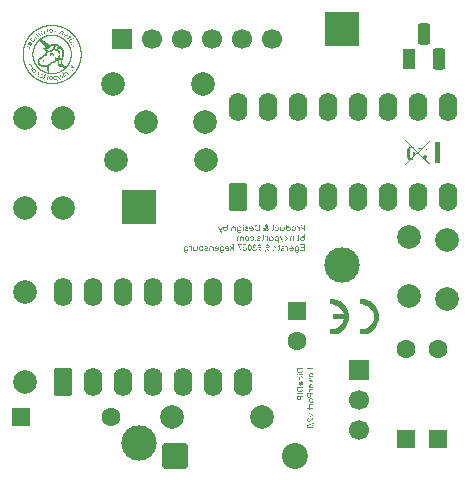
<source format=gbr>
%TF.GenerationSoftware,KiCad,Pcbnew,9.0.7*%
%TF.CreationDate,2026-01-25T23:05:15+01:00*%
%TF.ProjectId,DiceDIP_LowerPart,44696365-4449-4505-9f4c-6f7765725061,rev?*%
%TF.SameCoordinates,Original*%
%TF.FileFunction,Soldermask,Bot*%
%TF.FilePolarity,Negative*%
%FSLAX46Y46*%
G04 Gerber Fmt 4.6, Leading zero omitted, Abs format (unit mm)*
G04 Created by KiCad (PCBNEW 9.0.7) date 2026-01-25 23:05:15*
%MOMM*%
%LPD*%
G01*
G04 APERTURE LIST*
G04 Aperture macros list*
%AMRoundRect*
0 Rectangle with rounded corners*
0 $1 Rounding radius*
0 $2 $3 $4 $5 $6 $7 $8 $9 X,Y pos of 4 corners*
0 Add a 4 corners polygon primitive as box body*
4,1,4,$2,$3,$4,$5,$6,$7,$8,$9,$2,$3,0*
0 Add four circle primitives for the rounded corners*
1,1,$1+$1,$2,$3*
1,1,$1+$1,$4,$5*
1,1,$1+$1,$6,$7*
1,1,$1+$1,$8,$9*
0 Add four rect primitives between the rounded corners*
20,1,$1+$1,$2,$3,$4,$5,0*
20,1,$1+$1,$4,$5,$6,$7,0*
20,1,$1+$1,$6,$7,$8,$9,0*
20,1,$1+$1,$8,$9,$2,$3,0*%
G04 Aperture macros list end*
%ADD10C,0.125000*%
%ADD11C,0.000000*%
%ADD12C,0.083333*%
%ADD13C,2.000000*%
%ADD14R,1.100000X1.800000*%
%ADD15RoundRect,0.275000X-0.275000X-0.625000X0.275000X-0.625000X0.275000X0.625000X-0.275000X0.625000X0*%
%ADD16R,1.700000X1.700000*%
%ADD17C,1.700000*%
%ADD18RoundRect,0.250000X0.550000X-0.950000X0.550000X0.950000X-0.550000X0.950000X-0.550000X-0.950000X0*%
%ADD19O,1.600000X2.400000*%
%ADD20RoundRect,0.249999X-0.850001X-0.850001X0.850001X-0.850001X0.850001X0.850001X-0.850001X0.850001X0*%
%ADD21C,2.200000*%
%ADD22RoundRect,0.250000X-0.550000X0.550000X-0.550000X-0.550000X0.550000X-0.550000X0.550000X0.550000X0*%
%ADD23C,1.600000*%
%ADD24RoundRect,0.250000X-0.550000X-0.550000X0.550000X-0.550000X0.550000X0.550000X-0.550000X0.550000X0*%
%ADD25RoundRect,0.250000X0.550000X-0.550000X0.550000X0.550000X-0.550000X0.550000X-0.550000X-0.550000X0*%
%ADD26R,3.000000X3.000000*%
%ADD27C,3.000000*%
G04 APERTURE END LIST*
D10*
G36*
X125407843Y-93690895D02*
G01*
X125419491Y-93698581D01*
X125427316Y-93710107D01*
X125429993Y-93724685D01*
X125429993Y-94198607D01*
X125427344Y-94212832D01*
X125419491Y-94224497D01*
X125407780Y-94232335D01*
X125393265Y-94235000D01*
X125378809Y-94232324D01*
X125367376Y-94224497D01*
X125359784Y-94212859D01*
X125357209Y-94198607D01*
X125357209Y-94045314D01*
X125253589Y-94045314D01*
X125219083Y-94042706D01*
X125188236Y-94035166D01*
X125160441Y-94022905D01*
X125135283Y-94005953D01*
X125114308Y-93985337D01*
X125097151Y-93960745D01*
X125084681Y-93933415D01*
X125077042Y-93903235D01*
X125074406Y-93869612D01*
X125144412Y-93869612D01*
X125148005Y-93899602D01*
X125158426Y-93925513D01*
X125175045Y-93947453D01*
X125196925Y-93964104D01*
X125222868Y-93974475D01*
X125253589Y-93978087D01*
X125357209Y-93978087D01*
X125357209Y-93755490D01*
X125253589Y-93755490D01*
X125232545Y-93757193D01*
X125213738Y-93762124D01*
X125196772Y-93770175D01*
X125174839Y-93787512D01*
X125158273Y-93810322D01*
X125148011Y-93837328D01*
X125144412Y-93869612D01*
X125074406Y-93869612D01*
X125077064Y-93834508D01*
X125084725Y-93803319D01*
X125097151Y-93775396D01*
X125114337Y-93750154D01*
X125135320Y-93728966D01*
X125160441Y-93711495D01*
X125188301Y-93698783D01*
X125219144Y-93690986D01*
X125253589Y-93688292D01*
X125393601Y-93688292D01*
X125407843Y-93690895D01*
G37*
G36*
X124966970Y-93995611D02*
G01*
X124964610Y-93968200D01*
X124957715Y-93943277D01*
X124946331Y-93920354D01*
X124930989Y-93899737D01*
X124912534Y-93882189D01*
X124890675Y-93867506D01*
X124866681Y-93856660D01*
X124841147Y-93850126D01*
X124813677Y-93847905D01*
X124785805Y-93849731D01*
X124765508Y-93854531D01*
X124751029Y-93861552D01*
X124739604Y-93871869D01*
X124734771Y-93882429D01*
X124735275Y-93894098D01*
X124738465Y-93902984D01*
X124743335Y-93909149D01*
X124749715Y-93913442D01*
X124756982Y-93915805D01*
X124773774Y-93915102D01*
X124803724Y-93910813D01*
X124830395Y-93910488D01*
X124854282Y-93913698D01*
X124877211Y-93920627D01*
X124895757Y-93930239D01*
X124910642Y-93942397D01*
X124922018Y-93957484D01*
X124928889Y-93974985D01*
X124931280Y-93995611D01*
X124966970Y-93995611D01*
G37*
G36*
X124966268Y-94235000D02*
G01*
X124981620Y-94232650D01*
X124992158Y-94226268D01*
X124998781Y-94215885D01*
X125001256Y-94200012D01*
X125001256Y-93887106D01*
X124998819Y-93871788D01*
X124992158Y-93861216D01*
X124981583Y-93854531D01*
X124966268Y-93852088D01*
X124950367Y-93854484D01*
X124940042Y-93860850D01*
X124933675Y-93871200D01*
X124931280Y-93887106D01*
X124931280Y-94200012D01*
X124933637Y-94215361D01*
X124940042Y-94225901D01*
X124950400Y-94232523D01*
X124966268Y-94235000D01*
G37*
G36*
X124552764Y-93852204D02*
G01*
X124585800Y-93860584D01*
X124615657Y-93874253D01*
X124642604Y-93893006D01*
X124665245Y-93915754D01*
X124683923Y-93942855D01*
X124697477Y-93972852D01*
X124705822Y-94006304D01*
X124708714Y-94043910D01*
X124705833Y-94081045D01*
X124697500Y-94114274D01*
X124683923Y-94144263D01*
X124665245Y-94171363D01*
X124642604Y-94194112D01*
X124615657Y-94212865D01*
X124585796Y-94226522D01*
X124552643Y-94234908D01*
X124515518Y-94237808D01*
X124478388Y-94234917D01*
X124445256Y-94226560D01*
X124415439Y-94212957D01*
X124388543Y-94194242D01*
X124366028Y-94171497D01*
X124347540Y-94144355D01*
X124334116Y-94114323D01*
X124325873Y-94081060D01*
X124323024Y-94043910D01*
X124391625Y-94043910D01*
X124393476Y-94069176D01*
X124398807Y-94091638D01*
X124407440Y-94111748D01*
X124419394Y-94130020D01*
X124433911Y-94145328D01*
X124451190Y-94157941D01*
X124470438Y-94167188D01*
X124491731Y-94172842D01*
X124515518Y-94174794D01*
X124539325Y-94172842D01*
X124560639Y-94167188D01*
X124579906Y-94157941D01*
X124597210Y-94145342D01*
X124611853Y-94130032D01*
X124624023Y-94111748D01*
X124632828Y-94091621D01*
X124638259Y-94069161D01*
X124640143Y-94043910D01*
X124638265Y-94018657D01*
X124632838Y-93996078D01*
X124624023Y-93975736D01*
X124611832Y-93957220D01*
X124597186Y-93941795D01*
X124579906Y-93929177D01*
X124560637Y-93919913D01*
X124539324Y-93914248D01*
X124515518Y-93912294D01*
X124491732Y-93914248D01*
X124470440Y-93919913D01*
X124451190Y-93929177D01*
X124433936Y-93941808D01*
X124419416Y-93957232D01*
X124407440Y-93975736D01*
X124398797Y-93996061D01*
X124393470Y-94018642D01*
X124391625Y-94043910D01*
X124323024Y-94043910D01*
X124325932Y-94006312D01*
X124334327Y-93972861D01*
X124347967Y-93942855D01*
X124366710Y-93915742D01*
X124389354Y-93892994D01*
X124416233Y-93874253D01*
X124445993Y-93860590D01*
X124478985Y-93852207D01*
X124515884Y-93849310D01*
X124552764Y-93852204D01*
G37*
G36*
X123900598Y-93690798D02*
G01*
X123911933Y-93698093D01*
X123919446Y-93709248D01*
X123922069Y-93724013D01*
X123922069Y-93912996D01*
X123939113Y-93894814D01*
X123958635Y-93879343D01*
X123980870Y-93866468D01*
X124004709Y-93856994D01*
X124030032Y-93851260D01*
X124057165Y-93849310D01*
X124090493Y-93852225D01*
X124120864Y-93860753D01*
X124148879Y-93874863D01*
X124173949Y-93893835D01*
X124195208Y-93916791D01*
X124212901Y-93944137D01*
X124225763Y-93974093D01*
X124233637Y-94006924D01*
X124236348Y-94043208D01*
X124233421Y-94079373D01*
X124224880Y-94112310D01*
X124210825Y-94142615D01*
X124191697Y-94170031D01*
X124168703Y-94193128D01*
X124141521Y-94212254D01*
X124111457Y-94226339D01*
X124078864Y-94234884D01*
X124043152Y-94237808D01*
X124007466Y-94234878D01*
X123975010Y-94226329D01*
X123945180Y-94212254D01*
X123918209Y-94193149D01*
X123895322Y-94170053D01*
X123876212Y-94142615D01*
X123862139Y-94112308D01*
X123853588Y-94079372D01*
X123850658Y-94043208D01*
X123919260Y-94043208D01*
X123921108Y-94067526D01*
X123926506Y-94089806D01*
X123935380Y-94110405D01*
X123947548Y-94129188D01*
X123962186Y-94144844D01*
X123979466Y-94157666D01*
X123998759Y-94167097D01*
X124019847Y-94172827D01*
X124043152Y-94174794D01*
X124066016Y-94172845D01*
X124087016Y-94167132D01*
X124106533Y-94157666D01*
X124124048Y-94144836D01*
X124138918Y-94129177D01*
X124151321Y-94110405D01*
X124160386Y-94089788D01*
X124165893Y-94067510D01*
X124167777Y-94043208D01*
X124165869Y-94018445D01*
X124160341Y-93996188D01*
X124151321Y-93976010D01*
X124138960Y-93957683D01*
X124124095Y-93942245D01*
X124106533Y-93929452D01*
X124087015Y-93919968D01*
X124066014Y-93914245D01*
X124043152Y-93912294D01*
X124019849Y-93914264D01*
X123998760Y-93920004D01*
X123979466Y-93929452D01*
X123962139Y-93942238D01*
X123947507Y-93957673D01*
X123935380Y-93976010D01*
X123926550Y-93996169D01*
X123921131Y-94018428D01*
X123919260Y-94043208D01*
X123850658Y-94043208D01*
X123850658Y-93724013D01*
X123853205Y-93709219D01*
X123860458Y-93698093D01*
X123871581Y-93690838D01*
X123886348Y-93688292D01*
X123900598Y-93690798D01*
G37*
G36*
X123563856Y-94238510D02*
G01*
X123595525Y-94236125D01*
X123624177Y-94229196D01*
X123650318Y-94217872D01*
X123673838Y-94202052D01*
X123693819Y-94182015D01*
X123710524Y-94157300D01*
X123722387Y-94129858D01*
X123729899Y-94097517D01*
X123732567Y-94059297D01*
X123732567Y-93887106D01*
X123729985Y-93872889D01*
X123722431Y-93861552D01*
X123711066Y-93853973D01*
X123696846Y-93851386D01*
X123682657Y-93853973D01*
X123671323Y-93861552D01*
X123663745Y-93872891D01*
X123661156Y-93887106D01*
X123661156Y-94059297D01*
X123659352Y-94085100D01*
X123654325Y-94106424D01*
X123646471Y-94124052D01*
X123635354Y-94139775D01*
X123622119Y-94152267D01*
X123606568Y-94161849D01*
X123580187Y-94170942D01*
X123549842Y-94174091D01*
X123520979Y-94171022D01*
X123496323Y-94162215D01*
X123475067Y-94148079D01*
X123458862Y-94130006D01*
X123448371Y-94108536D01*
X123444849Y-94084485D01*
X123400763Y-94084485D01*
X123403192Y-94112823D01*
X123410311Y-94138807D01*
X123422103Y-94162917D01*
X123438016Y-94184579D01*
X123457275Y-94202933D01*
X123480203Y-94218208D01*
X123505410Y-94229343D01*
X123533123Y-94236161D01*
X123563856Y-94238510D01*
G37*
G36*
X123409159Y-94235000D02*
G01*
X123423355Y-94232420D01*
X123434713Y-94224863D01*
X123442269Y-94213506D01*
X123444849Y-94199310D01*
X123444849Y-93887106D01*
X123442226Y-93872341D01*
X123434713Y-93861186D01*
X123423382Y-93853890D01*
X123409159Y-93851386D01*
X123394391Y-93853931D01*
X123383269Y-93861186D01*
X123376016Y-93872312D01*
X123373469Y-93887106D01*
X123373469Y-94199310D01*
X123375973Y-94213533D01*
X123383269Y-94224863D01*
X123394420Y-94232378D01*
X123409159Y-94235000D01*
G37*
G36*
X123073996Y-94237808D02*
G01*
X123110644Y-94234859D01*
X123143687Y-94226291D01*
X123173770Y-94212254D01*
X123200927Y-94193120D01*
X123223676Y-94170129D01*
X123242371Y-94142950D01*
X123256015Y-94112919D01*
X123264334Y-94080106D01*
X123267192Y-94043910D01*
X123264352Y-94006735D01*
X123256123Y-93973344D01*
X123242707Y-93943099D01*
X123224221Y-93915693D01*
X123201924Y-93892848D01*
X123175510Y-93874161D01*
X123146139Y-93860533D01*
X123113689Y-93852189D01*
X123077507Y-93849310D01*
X123050321Y-93851118D01*
X123025231Y-93856403D01*
X123001914Y-93865063D01*
X122980128Y-93877095D01*
X122959634Y-93892730D01*
X122940304Y-93912294D01*
X122933566Y-93923980D01*
X122933312Y-93935405D01*
X122938329Y-93946285D01*
X122948700Y-93956410D01*
X122959013Y-93961040D01*
X122970407Y-93960959D01*
X122981609Y-93956754D01*
X122992114Y-93948686D01*
X123010428Y-93932679D01*
X123030484Y-93921444D01*
X123052660Y-93914636D01*
X123077507Y-93912294D01*
X123100838Y-93914201D01*
X123121696Y-93919724D01*
X123140522Y-93928750D01*
X123157336Y-93941103D01*
X123171514Y-93956287D01*
X123183234Y-93974606D01*
X123191585Y-93994746D01*
X123196797Y-94017674D01*
X123198621Y-94043910D01*
X123196790Y-94068708D01*
X123191490Y-94090969D01*
X123182868Y-94111107D01*
X123170937Y-94129434D01*
X123156421Y-94144868D01*
X123139118Y-94157666D01*
X123119805Y-94167046D01*
X123098260Y-94172801D01*
X123073996Y-94174794D01*
X123050365Y-94173216D01*
X123030979Y-94168840D01*
X123013245Y-94161254D01*
X122996999Y-94150308D01*
X122985347Y-94143104D01*
X122973918Y-94140172D01*
X122962709Y-94141296D01*
X122952913Y-94146797D01*
X122943442Y-94157535D01*
X122939602Y-94168871D01*
X122940934Y-94180331D01*
X122947998Y-94190914D01*
X122974517Y-94211270D01*
X123003945Y-94225802D01*
X123036850Y-94234719D01*
X123073996Y-94237808D01*
G37*
G36*
X122687726Y-94235000D02*
G01*
X122710528Y-94232972D01*
X122731386Y-94227029D01*
X122750710Y-94217170D01*
X122767974Y-94203900D01*
X122782627Y-94187779D01*
X122794827Y-94168504D01*
X122803660Y-94147440D01*
X122809060Y-94124465D01*
X122810916Y-94099200D01*
X122810916Y-93765290D01*
X122808399Y-93751129D01*
X122801116Y-93740102D01*
X122790089Y-93732819D01*
X122775928Y-93730302D01*
X122761742Y-93732820D01*
X122750710Y-93740102D01*
X122743427Y-93751129D01*
X122740910Y-93765290D01*
X122740910Y-94099200D01*
X122739104Y-94117316D01*
X122733940Y-94132765D01*
X122725523Y-94146095D01*
X122714204Y-94156783D01*
X122701770Y-94162926D01*
X122687726Y-94164993D01*
X122663913Y-94164993D01*
X122652350Y-94167415D01*
X122642572Y-94174794D01*
X122636091Y-94185740D01*
X122633810Y-94200012D01*
X122636714Y-94214026D01*
X122645381Y-94225199D01*
X122658235Y-94232432D01*
X122675117Y-94235000D01*
X122687726Y-94235000D01*
G37*
G36*
X122843126Y-93926307D02*
G01*
X122856676Y-93924115D01*
X122866909Y-93917911D01*
X122873724Y-93908466D01*
X122876007Y-93896906D01*
X122873658Y-93884116D01*
X122866909Y-93874497D01*
X122856676Y-93868294D01*
X122843126Y-93866101D01*
X122681407Y-93866101D01*
X122667857Y-93868294D01*
X122657623Y-93874497D01*
X122650874Y-93884116D01*
X122648525Y-93896906D01*
X122650808Y-93908466D01*
X122657623Y-93917911D01*
X122667857Y-93924115D01*
X122681407Y-93926307D01*
X122843126Y-93926307D01*
G37*
G36*
X122225039Y-94244800D02*
G01*
X122254075Y-94242863D01*
X122279821Y-94237299D01*
X122302769Y-94228344D01*
X122323695Y-94215667D01*
X122340949Y-94200103D01*
X122354915Y-94181449D01*
X122364982Y-94160427D01*
X122371249Y-94136262D01*
X122373447Y-94108299D01*
X122369903Y-94077710D01*
X122359336Y-94049250D01*
X122341268Y-94022203D01*
X122305615Y-93984384D01*
X122256546Y-93941694D01*
X122198447Y-93895502D01*
X122174509Y-93874580D01*
X122159386Y-93857571D01*
X122150850Y-93843722D01*
X122142772Y-93820855D01*
X122139645Y-93797500D01*
X122141652Y-93780459D01*
X122147547Y-93765218D01*
X122157506Y-93751307D01*
X122170626Y-93740724D01*
X122187404Y-93734099D01*
X122208949Y-93731707D01*
X122228755Y-93733865D01*
X122245067Y-93739974D01*
X122258653Y-93749903D01*
X122269300Y-93762976D01*
X122275475Y-93777057D01*
X122277551Y-93792615D01*
X122275571Y-93810513D01*
X122269521Y-93828305D01*
X122259419Y-93845301D01*
X122243265Y-93863995D01*
X121924742Y-94181785D01*
X121915628Y-94193291D01*
X121912164Y-94202790D01*
X121913609Y-94212267D01*
X121921964Y-94223795D01*
X121933668Y-94232449D01*
X121944348Y-94234999D01*
X121955033Y-94232451D01*
X121966752Y-94223795D01*
X122288756Y-93902493D01*
X122310054Y-93876952D01*
X122325148Y-93851050D01*
X122334596Y-93823345D01*
X122337757Y-93793989D01*
X122335846Y-93772084D01*
X122330246Y-93752031D01*
X122320965Y-93733447D01*
X122308417Y-93716831D01*
X122293107Y-93702769D01*
X122274742Y-93691101D01*
X122254641Y-93682642D01*
X122232826Y-93677483D01*
X122208949Y-93675714D01*
X122184171Y-93677588D01*
X122162041Y-93683002D01*
X122142118Y-93691803D01*
X122124016Y-93703924D01*
X122108815Y-93718554D01*
X122096262Y-93735889D01*
X122086982Y-93755155D01*
X122081362Y-93776031D01*
X122079439Y-93798904D01*
X122081873Y-93825329D01*
X122088904Y-93848607D01*
X122100580Y-93870247D01*
X122117969Y-93892357D01*
X122139425Y-93913656D01*
X122169046Y-93938886D01*
X122224367Y-93983002D01*
X122247230Y-94002348D01*
X122267049Y-94021501D01*
X122284226Y-94041757D01*
X122296816Y-94061770D01*
X122304951Y-94083046D01*
X122307654Y-94105490D01*
X122304961Y-94130718D01*
X122297582Y-94149970D01*
X122285947Y-94164658D01*
X122270341Y-94175337D01*
X122250444Y-94182129D01*
X122225039Y-94184594D01*
X122197601Y-94182346D01*
X122173421Y-94175874D01*
X122151919Y-94165360D01*
X122121482Y-94143335D01*
X122088568Y-94112512D01*
X121986352Y-94004709D01*
X121975581Y-93995168D01*
X121966752Y-93990696D01*
X121957805Y-93990972D01*
X121946449Y-93998389D01*
X121937727Y-94009519D01*
X121934909Y-94020096D01*
X121937033Y-94030946D01*
X121945045Y-94043208D01*
X122047260Y-94151010D01*
X122072635Y-94177246D01*
X122098981Y-94199670D01*
X122126365Y-94218544D01*
X122155808Y-94232947D01*
X122188461Y-94241757D01*
X122225039Y-94244800D01*
G37*
G36*
X121596687Y-93690868D02*
G01*
X121608326Y-93698459D01*
X121616136Y-93709918D01*
X121618828Y-93724685D01*
X121618828Y-94198607D01*
X121616178Y-94212832D01*
X121608326Y-94224497D01*
X121596661Y-94232350D01*
X121582436Y-94235000D01*
X121455735Y-94235000D01*
X121415989Y-94232687D01*
X121379623Y-94225970D01*
X121346192Y-94215063D01*
X121314535Y-94199783D01*
X121286046Y-94180923D01*
X121260432Y-94158368D01*
X121238133Y-94132516D01*
X121219501Y-94103688D01*
X121204439Y-94071571D01*
X121193701Y-94037679D01*
X121187104Y-94001056D01*
X121184839Y-93961295D01*
X121254845Y-93961295D01*
X121257853Y-94001231D01*
X121266559Y-94037059D01*
X121280735Y-94069464D01*
X121300275Y-94098873D01*
X121323852Y-94123459D01*
X121351779Y-94143653D01*
X121382874Y-94158439D01*
X121417286Y-94167488D01*
X121455735Y-94170611D01*
X121546044Y-94170611D01*
X121546044Y-93752711D01*
X121455735Y-93752711D01*
X121417267Y-93755796D01*
X121382853Y-93764726D01*
X121351779Y-93779303D01*
X121323843Y-93799264D01*
X121300268Y-93823617D01*
X121280735Y-93852790D01*
X121266593Y-93884969D01*
X121257871Y-93920891D01*
X121254845Y-93961295D01*
X121184839Y-93961295D01*
X121187109Y-93921534D01*
X121193711Y-93885050D01*
X121204439Y-93851416D01*
X121219485Y-93819516D01*
X121238114Y-93790795D01*
X121260432Y-93764954D01*
X121286049Y-93742384D01*
X121314537Y-93723524D01*
X121346192Y-93708259D01*
X121379624Y-93697335D01*
X121415990Y-93690608D01*
X121455735Y-93688292D01*
X121582436Y-93688292D01*
X121596687Y-93690868D01*
G37*
G36*
X120897854Y-94237808D02*
G01*
X120935941Y-94234923D01*
X120970142Y-94226569D01*
X121001107Y-94212957D01*
X121029172Y-94194176D01*
X121052606Y-94171417D01*
X121071816Y-94144355D01*
X121085812Y-94114265D01*
X121094381Y-94081008D01*
X121097339Y-94043910D01*
X121094518Y-94006270D01*
X121086383Y-93972783D01*
X121073189Y-93942763D01*
X121054939Y-93915582D01*
X121032771Y-93892843D01*
X121006359Y-93874161D01*
X120976987Y-93860533D01*
X120944538Y-93852189D01*
X120908356Y-93849310D01*
X120872642Y-93852164D01*
X120841653Y-93860320D01*
X120814567Y-93873459D01*
X120790515Y-93891563D01*
X120770668Y-93913584D01*
X120754727Y-93939954D01*
X120743472Y-93968857D01*
X120736488Y-94001201D01*
X120734058Y-94037590D01*
X120736364Y-94049839D01*
X120743156Y-94059664D01*
X120753326Y-94066153D01*
X120766268Y-94068395D01*
X121048338Y-94068395D01*
X121048338Y-94012403D01*
X120768344Y-94012403D01*
X120797042Y-94032003D01*
X120801013Y-93998317D01*
X120811056Y-93969355D01*
X120821289Y-93952037D01*
X120833840Y-93937550D01*
X120848852Y-93925605D01*
X120865849Y-93916842D01*
X120885488Y-93911396D01*
X120908356Y-93909485D01*
X120934468Y-93911563D01*
X120957016Y-93917487D01*
X120976622Y-93927009D01*
X120994001Y-93940117D01*
X121008275Y-93956004D01*
X121019670Y-93974972D01*
X121027699Y-93995727D01*
X121032646Y-94018582D01*
X121034355Y-94043910D01*
X121032336Y-94069098D01*
X121026470Y-94091819D01*
X121016861Y-94112512D01*
X121003727Y-94131157D01*
X120987717Y-94146951D01*
X120968562Y-94160109D01*
X120947403Y-94169693D01*
X120923989Y-94175572D01*
X120897854Y-94177602D01*
X120876175Y-94175647D01*
X120853401Y-94169573D01*
X120832066Y-94160509D01*
X120816643Y-94151010D01*
X120805617Y-94145102D01*
X120793898Y-94142950D01*
X120782406Y-94144619D01*
X120772557Y-94150308D01*
X120763265Y-94161684D01*
X120759948Y-94173420D01*
X120762268Y-94184873D01*
X120771153Y-94195096D01*
X120797084Y-94211845D01*
X120830321Y-94225901D01*
X120865480Y-94234939D01*
X120897854Y-94237808D01*
G37*
G36*
X120504195Y-94237808D02*
G01*
X120536593Y-94236076D01*
X120566714Y-94231015D01*
X120594840Y-94222757D01*
X120621820Y-94211182D01*
X120643108Y-94198417D01*
X120659595Y-94184594D01*
X120667071Y-94172501D01*
X120668357Y-94159040D01*
X120664084Y-94146058D01*
X120654679Y-94135593D01*
X120640301Y-94127472D01*
X120627049Y-94126159D01*
X120614428Y-94130056D01*
X120603602Y-94138401D01*
X120589294Y-94150487D01*
X120565439Y-94163253D01*
X120538116Y-94171826D01*
X120507004Y-94174794D01*
X120480090Y-94173048D01*
X120459931Y-94168400D01*
X120445058Y-94161513D01*
X120432707Y-94151340D01*
X120425633Y-94140059D01*
X120422984Y-94127197D01*
X120424775Y-94114170D01*
X120431140Y-94102213D01*
X120442951Y-94090805D01*
X120457720Y-94082360D01*
X120481682Y-94073821D01*
X120518178Y-94065587D01*
X120564687Y-94053490D01*
X120597884Y-94039284D01*
X120620760Y-94023607D01*
X120638653Y-94003235D01*
X120649070Y-93980657D01*
X120652603Y-93955006D01*
X120650144Y-93931997D01*
X120643112Y-93912529D01*
X120631598Y-93895838D01*
X120616516Y-93881717D01*
X120598680Y-93870064D01*
X120577712Y-93860850D01*
X120544197Y-93852211D01*
X120509080Y-93849310D01*
X120478558Y-93851049D01*
X120451413Y-93856038D01*
X120427198Y-93864025D01*
X120404472Y-93875391D01*
X120385742Y-93888914D01*
X120370503Y-93904600D01*
X120363215Y-93916360D01*
X120361405Y-93928047D01*
X120364606Y-93939147D01*
X120373281Y-93948686D01*
X120385296Y-93953731D01*
X120399904Y-93953601D01*
X120414207Y-93948978D01*
X120425793Y-93940992D01*
X120444298Y-93926638D01*
X120463590Y-93917911D01*
X120484791Y-93913264D01*
X120510484Y-93911591D01*
X120539788Y-93914393D01*
X120562661Y-93922094D01*
X120574909Y-93930569D01*
X120581711Y-93940648D01*
X120584002Y-93952899D01*
X120582322Y-93964950D01*
X120577346Y-93975675D01*
X120568415Y-93984610D01*
X120551090Y-93993871D01*
X120529085Y-94001221D01*
X120493693Y-94009594D01*
X120444294Y-94022283D01*
X120410742Y-94036216D01*
X120391422Y-94048204D01*
X120377123Y-94060675D01*
X120366992Y-94073647D01*
X120357099Y-94096326D01*
X120353681Y-94123014D01*
X120355621Y-94143949D01*
X120361326Y-94163187D01*
X120370839Y-94181113D01*
X120383693Y-94196838D01*
X120400301Y-94210593D01*
X120421244Y-94222421D01*
X120443932Y-94230618D01*
X120471286Y-94235907D01*
X120504195Y-94237808D01*
G37*
G36*
X120220751Y-94235000D02*
G01*
X120234948Y-94232420D01*
X120246305Y-94224863D01*
X120253862Y-94213506D01*
X120256441Y-94199310D01*
X120256441Y-93887808D01*
X120253818Y-93873043D01*
X120246305Y-93861888D01*
X120234975Y-93854592D01*
X120220751Y-93852088D01*
X120205984Y-93854634D01*
X120194862Y-93861888D01*
X120187609Y-93873015D01*
X120185061Y-93887808D01*
X120185061Y-94199310D01*
X120187566Y-94213533D01*
X120194862Y-94224863D01*
X120206012Y-94232378D01*
X120220751Y-94235000D01*
G37*
G36*
X120220751Y-93789806D02*
G01*
X120238293Y-93786413D01*
X120253297Y-93776159D01*
X120263551Y-93761155D01*
X120266944Y-93743613D01*
X120263549Y-93726046D01*
X120253297Y-93711038D01*
X120238293Y-93700784D01*
X120220751Y-93697390D01*
X120203184Y-93700785D01*
X120188176Y-93711038D01*
X120177923Y-93726046D01*
X120174528Y-93743613D01*
X120177922Y-93761155D01*
X120188176Y-93776159D01*
X120203184Y-93786411D01*
X120220751Y-93789806D01*
G37*
G36*
X119915941Y-93852201D02*
G01*
X119949084Y-93860557D01*
X119978920Y-93874161D01*
X120005841Y-93892863D01*
X120028483Y-93915608D01*
X120047186Y-93942763D01*
X120060761Y-93972821D01*
X120069114Y-94006305D01*
X120072008Y-94043910D01*
X120069314Y-94081132D01*
X120061539Y-94114403D01*
X120048927Y-94144355D01*
X120031424Y-94171671D01*
X120010387Y-94194390D01*
X119985576Y-94212957D01*
X119957797Y-94226604D01*
X119927099Y-94234936D01*
X119892825Y-94237808D01*
X119861389Y-94234957D01*
X119833138Y-94226654D01*
X119807431Y-94212957D01*
X119784682Y-94194530D01*
X119765243Y-94171837D01*
X119754919Y-94154406D01*
X119754919Y-94190211D01*
X119756954Y-94220161D01*
X119762689Y-94245570D01*
X119771741Y-94267178D01*
X119784469Y-94286785D01*
X119799471Y-94302507D01*
X119816896Y-94314775D01*
X119836318Y-94323713D01*
X119856851Y-94329078D01*
X119878811Y-94330895D01*
X119913872Y-94327450D01*
X119943933Y-94317584D01*
X119970296Y-94301581D01*
X119991530Y-94280490D01*
X120001245Y-94271380D01*
X120013572Y-94266476D01*
X120026817Y-94266461D01*
X120039829Y-94272094D01*
X120048892Y-94281091D01*
X120053476Y-94292397D01*
X120053099Y-94304582D01*
X120046820Y-94316912D01*
X120025174Y-94340182D01*
X120000770Y-94359228D01*
X119973333Y-94374310D01*
X119943852Y-94385153D01*
X119912923Y-94391695D01*
X119880216Y-94393910D01*
X119842706Y-94390823D01*
X119809232Y-94381886D01*
X119779069Y-94367288D01*
X119751994Y-94347454D01*
X119729360Y-94323661D01*
X119710833Y-94295541D01*
X119697320Y-94264629D01*
X119689120Y-94231324D01*
X119686318Y-94195096D01*
X119686318Y-94043910D01*
X119754919Y-94043910D01*
X119756762Y-94069180D01*
X119762073Y-94091664D01*
X119770673Y-94111810D01*
X119782617Y-94130112D01*
X119797134Y-94145419D01*
X119814423Y-94158002D01*
X119833706Y-94167216D01*
X119855020Y-94172850D01*
X119878811Y-94174794D01*
X119902623Y-94172849D01*
X119923947Y-94167215D01*
X119943230Y-94158002D01*
X119960545Y-94145432D01*
X119975188Y-94130125D01*
X119987347Y-94111810D01*
X119996137Y-94091645D01*
X120001557Y-94069163D01*
X120003436Y-94043910D01*
X120001563Y-94018655D01*
X119996147Y-93996054D01*
X119987347Y-93975675D01*
X119975166Y-93957127D01*
X119960521Y-93941704D01*
X119943230Y-93929116D01*
X119923945Y-93919886D01*
X119902621Y-93914241D01*
X119878811Y-93912294D01*
X119855022Y-93914241D01*
X119833708Y-93919884D01*
X119814423Y-93929116D01*
X119797158Y-93941718D01*
X119782639Y-93957139D01*
X119770673Y-93975675D01*
X119762062Y-93996036D01*
X119756756Y-94018638D01*
X119754919Y-94043910D01*
X119686318Y-94043910D01*
X119689215Y-94006307D01*
X119697578Y-93972823D01*
X119711169Y-93942763D01*
X119729873Y-93915608D01*
X119752515Y-93892863D01*
X119779435Y-93874161D01*
X119809244Y-93860535D01*
X119842152Y-93852189D01*
X119878811Y-93849310D01*
X119915941Y-93852201D01*
G37*
G36*
X119256664Y-94235702D02*
G01*
X119270860Y-94233122D01*
X119282218Y-94225566D01*
X119289774Y-94214208D01*
X119292354Y-94200012D01*
X119292354Y-94027790D01*
X119294180Y-94001505D01*
X119299233Y-93980103D01*
X119307069Y-93962699D01*
X119318129Y-93947185D01*
X119331245Y-93934810D01*
X119346606Y-93925269D01*
X119372765Y-93916180D01*
X119403668Y-93912996D01*
X119431996Y-93916046D01*
X119456882Y-93924903D01*
X119478424Y-93938995D01*
X119494678Y-93956776D01*
X119505112Y-93978026D01*
X119508661Y-94002602D01*
X119552747Y-94002602D01*
X119550298Y-93973804D01*
X119543161Y-93947732D01*
X119531407Y-93923865D01*
X119515497Y-93902435D01*
X119496135Y-93884185D01*
X119472971Y-93868910D01*
X119447539Y-93857741D01*
X119419922Y-93850939D01*
X119389654Y-93848607D01*
X119357985Y-93850993D01*
X119329344Y-93857923D01*
X119303223Y-93869246D01*
X119279686Y-93885051D01*
X119259707Y-93905078D01*
X119243017Y-93929788D01*
X119231136Y-93957231D01*
X119223614Y-93989572D01*
X119220943Y-94027790D01*
X119220943Y-94200012D01*
X119223530Y-94214206D01*
X119231110Y-94225566D01*
X119242446Y-94233120D01*
X119256664Y-94235702D01*
G37*
G36*
X119544351Y-94235702D02*
G01*
X119558569Y-94233120D01*
X119569905Y-94225566D01*
X119577462Y-94214208D01*
X119580041Y-94200012D01*
X119580041Y-93887808D01*
X119577418Y-93873043D01*
X119569905Y-93861888D01*
X119558596Y-93854595D01*
X119544351Y-93852088D01*
X119529584Y-93854634D01*
X119518462Y-93861888D01*
X119511208Y-93873015D01*
X119508661Y-93887808D01*
X119508661Y-94200012D01*
X119511166Y-94214235D01*
X119518462Y-94225566D01*
X119529612Y-94233080D01*
X119544351Y-94235702D01*
G37*
G36*
X118876670Y-93690799D02*
G01*
X118887979Y-93698093D01*
X118895492Y-93709248D01*
X118898115Y-93724013D01*
X118898115Y-94043208D01*
X118894847Y-94079386D01*
X118886192Y-94112332D01*
X118872256Y-94142615D01*
X118853345Y-94170043D01*
X118830583Y-94193138D01*
X118803654Y-94212254D01*
X118773805Y-94226329D01*
X118741328Y-94234878D01*
X118705621Y-94237808D01*
X118669467Y-94234866D01*
X118636787Y-94226304D01*
X118606947Y-94212254D01*
X118579977Y-94193149D01*
X118557089Y-94170053D01*
X118537979Y-94142615D01*
X118523906Y-94112308D01*
X118515356Y-94079372D01*
X118512425Y-94043208D01*
X118581027Y-94043208D01*
X118582911Y-94067510D01*
X118588418Y-94089788D01*
X118597483Y-94110405D01*
X118609866Y-94129201D01*
X118624630Y-94144857D01*
X118641935Y-94157666D01*
X118661228Y-94167097D01*
X118682317Y-94172827D01*
X118705621Y-94174794D01*
X118728485Y-94172845D01*
X118749486Y-94167132D01*
X118769002Y-94157666D01*
X118786494Y-94144824D01*
X118801249Y-94129166D01*
X118813455Y-94110405D01*
X118822311Y-94089808D01*
X118827699Y-94067528D01*
X118829544Y-94043208D01*
X118827676Y-94018426D01*
X118822267Y-93996167D01*
X118813455Y-93976010D01*
X118801291Y-93957695D01*
X118786541Y-93942257D01*
X118769002Y-93929452D01*
X118749484Y-93919968D01*
X118728484Y-93914245D01*
X118705621Y-93912294D01*
X118682318Y-93914264D01*
X118661230Y-93920004D01*
X118641935Y-93929452D01*
X118624583Y-93942224D01*
X118609825Y-93957660D01*
X118597483Y-93976010D01*
X118588463Y-93996188D01*
X118582935Y-94018445D01*
X118581027Y-94043208D01*
X118512425Y-94043208D01*
X118515136Y-94006924D01*
X118523010Y-93974093D01*
X118535873Y-93944137D01*
X118553567Y-93916793D01*
X118574836Y-93893836D01*
X118599925Y-93874863D01*
X118627940Y-93860753D01*
X118658311Y-93852225D01*
X118691639Y-93849310D01*
X118718748Y-93851264D01*
X118743945Y-93857002D01*
X118767568Y-93866468D01*
X118789608Y-93879294D01*
X118809266Y-93894759D01*
X118826735Y-93912996D01*
X118826735Y-93724013D01*
X118829282Y-93709219D01*
X118836536Y-93698093D01*
X118847658Y-93690838D01*
X118862425Y-93688292D01*
X118876670Y-93690799D01*
G37*
G36*
X118358644Y-94403008D02*
G01*
X118375436Y-94398795D01*
X118388530Y-94390334D01*
X118395062Y-94380714D01*
X118396487Y-94369301D01*
X118392227Y-94354709D01*
X118178729Y-93872390D01*
X118170335Y-93859921D01*
X118160705Y-93853494D01*
X118149232Y-93851880D01*
X118134643Y-93855599D01*
X118121229Y-93863797D01*
X118114491Y-93873319D01*
X118112917Y-93884797D01*
X118117118Y-93899685D01*
X118331319Y-94381301D01*
X118338519Y-94393875D01*
X118347452Y-94400715D01*
X118358644Y-94403008D01*
G37*
G36*
X118276029Y-94219612D02*
G01*
X118289141Y-94222674D01*
X118300881Y-94220650D01*
X118311060Y-94214131D01*
X118319443Y-94202790D01*
X118479727Y-93898311D01*
X118483671Y-93885062D01*
X118481468Y-93872757D01*
X118474303Y-93862262D01*
X118462936Y-93854897D01*
X118449777Y-93851836D01*
X118437748Y-93853859D01*
X118427407Y-93860426D01*
X118419521Y-93871688D01*
X118266229Y-94176198D01*
X118261356Y-94189560D01*
X118260977Y-94201752D01*
X118265451Y-94212147D01*
X118276029Y-94219612D01*
G37*
G36*
X125415539Y-94530799D02*
G01*
X125426849Y-94538093D01*
X125434362Y-94549248D01*
X125436985Y-94564013D01*
X125436985Y-94883208D01*
X125433716Y-94919386D01*
X125425061Y-94952332D01*
X125411126Y-94982615D01*
X125392215Y-95010043D01*
X125369453Y-95033138D01*
X125342524Y-95052254D01*
X125312674Y-95066329D01*
X125280198Y-95074878D01*
X125244491Y-95077808D01*
X125208337Y-95074866D01*
X125175656Y-95066304D01*
X125145817Y-95052254D01*
X125118846Y-95033149D01*
X125095958Y-95010053D01*
X125076849Y-94982615D01*
X125062776Y-94952308D01*
X125054225Y-94919372D01*
X125051295Y-94883208D01*
X125119897Y-94883208D01*
X125121781Y-94907510D01*
X125127288Y-94929788D01*
X125136352Y-94950405D01*
X125148736Y-94969201D01*
X125163499Y-94984857D01*
X125180805Y-94997666D01*
X125200097Y-95007097D01*
X125221186Y-95012827D01*
X125244491Y-95014794D01*
X125267355Y-95012845D01*
X125288355Y-95007132D01*
X125307872Y-94997666D01*
X125325364Y-94984824D01*
X125340118Y-94969166D01*
X125352324Y-94950405D01*
X125361181Y-94929808D01*
X125366569Y-94907528D01*
X125368414Y-94883208D01*
X125366546Y-94858426D01*
X125361137Y-94836167D01*
X125352324Y-94816010D01*
X125340160Y-94797695D01*
X125325411Y-94782257D01*
X125307872Y-94769452D01*
X125288354Y-94759968D01*
X125267353Y-94754245D01*
X125244491Y-94752294D01*
X125221188Y-94754264D01*
X125200099Y-94760004D01*
X125180805Y-94769452D01*
X125163453Y-94782224D01*
X125148694Y-94797660D01*
X125136352Y-94816010D01*
X125127332Y-94836188D01*
X125121804Y-94858445D01*
X125119897Y-94883208D01*
X125051295Y-94883208D01*
X125054006Y-94846924D01*
X125061880Y-94814093D01*
X125074742Y-94784137D01*
X125092437Y-94756793D01*
X125113706Y-94733836D01*
X125138795Y-94714863D01*
X125166809Y-94700753D01*
X125197181Y-94692225D01*
X125230508Y-94689310D01*
X125257617Y-94691264D01*
X125282815Y-94697002D01*
X125306437Y-94706468D01*
X125328477Y-94719294D01*
X125348135Y-94734759D01*
X125365605Y-94752996D01*
X125365605Y-94564013D01*
X125368152Y-94549219D01*
X125375405Y-94538093D01*
X125386528Y-94530838D01*
X125401295Y-94528292D01*
X125415539Y-94530799D01*
G37*
G36*
X124854099Y-95075000D02*
G01*
X124874100Y-95073086D01*
X124892167Y-95067493D01*
X124908718Y-95058208D01*
X124923242Y-95045815D01*
X124935580Y-95030666D01*
X124945812Y-95012412D01*
X124955628Y-94981902D01*
X124959093Y-94945490D01*
X124959093Y-94563311D01*
X124956595Y-94548921D01*
X124949446Y-94537971D01*
X124938492Y-94530797D01*
X124924105Y-94528292D01*
X124909718Y-94530797D01*
X124898765Y-94537971D01*
X124891592Y-94548924D01*
X124889087Y-94563311D01*
X124889087Y-94945490D01*
X124886437Y-94969910D01*
X124879226Y-94988202D01*
X124871602Y-94997940D01*
X124863352Y-95003254D01*
X124854099Y-95004993D01*
X124836605Y-95004993D01*
X124823569Y-95007478D01*
X124813708Y-95014672D01*
X124807357Y-95025536D01*
X124805098Y-95040012D01*
X124808363Y-95054101D01*
X124818318Y-95065352D01*
X124832956Y-95072426D01*
X124852695Y-95075000D01*
X124854099Y-95075000D01*
G37*
G36*
X124692838Y-95075000D02*
G01*
X124707034Y-95072420D01*
X124718392Y-95064863D01*
X124725948Y-95053506D01*
X124728528Y-95039310D01*
X124728528Y-94727808D01*
X124725905Y-94713043D01*
X124718392Y-94701888D01*
X124707061Y-94694592D01*
X124692838Y-94692088D01*
X124678071Y-94694634D01*
X124666948Y-94701888D01*
X124659695Y-94713015D01*
X124657148Y-94727808D01*
X124657148Y-95039310D01*
X124659653Y-95053533D01*
X124666948Y-95064863D01*
X124678099Y-95072378D01*
X124692838Y-95075000D01*
G37*
G36*
X124692838Y-94629806D02*
G01*
X124710379Y-94626413D01*
X124725383Y-94616159D01*
X124735637Y-94601155D01*
X124739030Y-94583613D01*
X124735636Y-94566046D01*
X124725383Y-94551038D01*
X124710379Y-94540784D01*
X124692838Y-94537390D01*
X124675270Y-94540785D01*
X124660262Y-94551038D01*
X124650010Y-94566046D01*
X124646615Y-94583613D01*
X124650008Y-94601155D01*
X124660262Y-94616159D01*
X124675270Y-94626411D01*
X124692838Y-94629806D01*
G37*
G36*
X124201116Y-95075702D02*
G01*
X124215312Y-95073122D01*
X124226670Y-95065566D01*
X124234226Y-95054208D01*
X124236806Y-95040012D01*
X124236806Y-94867790D01*
X124238632Y-94841505D01*
X124243685Y-94820103D01*
X124251522Y-94802699D01*
X124262581Y-94787185D01*
X124275697Y-94774810D01*
X124291058Y-94765269D01*
X124317217Y-94756180D01*
X124348120Y-94752996D01*
X124376449Y-94756046D01*
X124401334Y-94764903D01*
X124422876Y-94778995D01*
X124439131Y-94796776D01*
X124449564Y-94818026D01*
X124453114Y-94842602D01*
X124497199Y-94842602D01*
X124494751Y-94813804D01*
X124487613Y-94787732D01*
X124475859Y-94763865D01*
X124459950Y-94742435D01*
X124440588Y-94724185D01*
X124417424Y-94708910D01*
X124391991Y-94697741D01*
X124364374Y-94690939D01*
X124334106Y-94688607D01*
X124302437Y-94690993D01*
X124273796Y-94697923D01*
X124247675Y-94709246D01*
X124224138Y-94725051D01*
X124204159Y-94745078D01*
X124187469Y-94769788D01*
X124175589Y-94797231D01*
X124168066Y-94829572D01*
X124165396Y-94867790D01*
X124165396Y-95040012D01*
X124167982Y-95054206D01*
X124175562Y-95065566D01*
X124186899Y-95073120D01*
X124201116Y-95075702D01*
G37*
G36*
X124488804Y-95075702D02*
G01*
X124503021Y-95073120D01*
X124514357Y-95065566D01*
X124521914Y-95054208D01*
X124524494Y-95040012D01*
X124524494Y-94727808D01*
X124521870Y-94713043D01*
X124514357Y-94701888D01*
X124503048Y-94694595D01*
X124488804Y-94692088D01*
X124474036Y-94694634D01*
X124462914Y-94701888D01*
X124455661Y-94713015D01*
X124453114Y-94727808D01*
X124453114Y-95040012D01*
X124455618Y-95054235D01*
X124462914Y-95065566D01*
X124474065Y-95073080D01*
X124488804Y-95075702D01*
G37*
G36*
X123980046Y-94934987D02*
G01*
X124023460Y-94887390D01*
X123808557Y-94695599D01*
X123797287Y-94688364D01*
X123785109Y-94686501D01*
X123773225Y-94689603D01*
X123763066Y-94697705D01*
X123755816Y-94708928D01*
X123753968Y-94720817D01*
X123757020Y-94732513D01*
X123765143Y-94743196D01*
X123980046Y-94934987D01*
G37*
G36*
X124012957Y-95075000D02*
G01*
X124027091Y-95072554D01*
X124037809Y-95065566D01*
X124044798Y-95054847D01*
X124047243Y-95040714D01*
X124047243Y-94562609D01*
X124044795Y-94548454D01*
X124037809Y-94537757D01*
X124027088Y-94530745D01*
X124012957Y-94528292D01*
X123998832Y-94530746D01*
X123988136Y-94537757D01*
X123981127Y-94548457D01*
X123978672Y-94562609D01*
X123978672Y-95040714D01*
X123981124Y-95054845D01*
X123988136Y-95065566D01*
X123998829Y-95072553D01*
X124012957Y-95075000D01*
G37*
G36*
X123763066Y-95071489D02*
G01*
X123774966Y-95078080D01*
X123787918Y-95079549D01*
X123800350Y-95076011D01*
X123810663Y-95067306D01*
X123952752Y-94891604D01*
X123903750Y-94845411D01*
X123758151Y-95024594D01*
X123751541Y-95036398D01*
X123750122Y-95048743D01*
X123753733Y-95060647D01*
X123763066Y-95071489D01*
G37*
G36*
X123580556Y-95243008D02*
G01*
X123597348Y-95238795D01*
X123610442Y-95230334D01*
X123616974Y-95220714D01*
X123618399Y-95209301D01*
X123614139Y-95194709D01*
X123400641Y-94712390D01*
X123392247Y-94699921D01*
X123382617Y-94693494D01*
X123371144Y-94691880D01*
X123356555Y-94695599D01*
X123343141Y-94703797D01*
X123336403Y-94713319D01*
X123334829Y-94724797D01*
X123339030Y-94739685D01*
X123553231Y-95221301D01*
X123560431Y-95233875D01*
X123569364Y-95240715D01*
X123580556Y-95243008D01*
G37*
G36*
X123497941Y-95059612D02*
G01*
X123511053Y-95062674D01*
X123522793Y-95060650D01*
X123532972Y-95054131D01*
X123541355Y-95042790D01*
X123701639Y-94738311D01*
X123705583Y-94725062D01*
X123703380Y-94712757D01*
X123696215Y-94702262D01*
X123684848Y-94694897D01*
X123671689Y-94691836D01*
X123659660Y-94693859D01*
X123649319Y-94700426D01*
X123641434Y-94711688D01*
X123488141Y-95016198D01*
X123483268Y-95029560D01*
X123482889Y-95041752D01*
X123487363Y-95052147D01*
X123497941Y-95059612D01*
G37*
G36*
X123115152Y-94692222D02*
G01*
X123147462Y-94700734D01*
X123177281Y-94714772D01*
X123204204Y-94733838D01*
X123227009Y-94756949D01*
X123246004Y-94784473D01*
X123260034Y-94814840D01*
X123268735Y-94847799D01*
X123272016Y-94883910D01*
X123272016Y-95203105D01*
X123269436Y-95217296D01*
X123261880Y-95228628D01*
X123250541Y-95236206D01*
X123236326Y-95238795D01*
X123221685Y-95236173D01*
X123210498Y-95228628D01*
X123203156Y-95217318D01*
X123200636Y-95203105D01*
X123200636Y-95014091D01*
X123183168Y-95032330D01*
X123163510Y-95047806D01*
X123141468Y-95060650D01*
X123117846Y-95070116D01*
X123092649Y-95075854D01*
X123065539Y-95077808D01*
X123032208Y-95074904D01*
X123001878Y-95066413D01*
X122973948Y-95052377D01*
X122948922Y-95033460D01*
X122927649Y-95010498D01*
X122909896Y-94983073D01*
X122896953Y-94953034D01*
X122889045Y-94920229D01*
X122886326Y-94884093D01*
X122886351Y-94883788D01*
X122954928Y-94883788D01*
X122956815Y-94908047D01*
X122962325Y-94930220D01*
X122971384Y-94950680D01*
X122983751Y-94969302D01*
X122998512Y-94984871D01*
X123015836Y-94997666D01*
X123035130Y-95007094D01*
X123056238Y-95012826D01*
X123079583Y-95014794D01*
X123102516Y-95012860D01*
X123123547Y-95007194D01*
X123143056Y-94997819D01*
X123160550Y-94985074D01*
X123175271Y-94969536D01*
X123187417Y-94950924D01*
X123196231Y-94930446D01*
X123201603Y-94908210D01*
X123203445Y-94883849D01*
X123201584Y-94859085D01*
X123196188Y-94836771D01*
X123187386Y-94816499D01*
X123175249Y-94798064D01*
X123160500Y-94782516D01*
X123142934Y-94769604D01*
X123123389Y-94760028D01*
X123102418Y-94754258D01*
X123079644Y-94752294D01*
X123056461Y-94754258D01*
X123035378Y-94759992D01*
X123015989Y-94769452D01*
X122998566Y-94782253D01*
X122983756Y-94797805D01*
X122971384Y-94816377D01*
X122962349Y-94836767D01*
X122956828Y-94859103D01*
X122954928Y-94883788D01*
X122886351Y-94883788D01*
X122889269Y-94847586D01*
X122897831Y-94814547D01*
X122911880Y-94784351D01*
X122930984Y-94756991D01*
X122953870Y-94733944D01*
X122980848Y-94714863D01*
X123010691Y-94700822D01*
X123043449Y-94692256D01*
X123079767Y-94689310D01*
X123115152Y-94692222D01*
G37*
G36*
X122642328Y-94692238D02*
G01*
X122674949Y-94700786D01*
X122704976Y-94714863D01*
X122732107Y-94733959D01*
X122755071Y-94757007D01*
X122774188Y-94784351D01*
X122788220Y-94814545D01*
X122796773Y-94847584D01*
X122799712Y-94884093D01*
X122796996Y-94920231D01*
X122789098Y-94953036D01*
X122776173Y-94983073D01*
X122758403Y-95010501D01*
X122737130Y-95033463D01*
X122712120Y-95052377D01*
X122684190Y-95066413D01*
X122653861Y-95074904D01*
X122620529Y-95077808D01*
X122587083Y-95074886D01*
X122556728Y-95066351D01*
X122528846Y-95052254D01*
X122503873Y-95033252D01*
X122485432Y-95013265D01*
X122485432Y-95040012D01*
X122482853Y-95054208D01*
X122475296Y-95065566D01*
X122463922Y-95073117D01*
X122449620Y-95075702D01*
X122435339Y-95073113D01*
X122424066Y-95065566D01*
X122416581Y-95054215D01*
X122414022Y-95040012D01*
X122414022Y-94883910D01*
X122414032Y-94883788D01*
X122482623Y-94883788D01*
X122484474Y-94908063D01*
X122489875Y-94930238D01*
X122498743Y-94950680D01*
X122510896Y-94969289D01*
X122525531Y-94984858D01*
X122542829Y-94997666D01*
X122562122Y-95007097D01*
X122583211Y-95012827D01*
X122606516Y-95014794D01*
X122629419Y-95012844D01*
X122650429Y-95007129D01*
X122669927Y-94997666D01*
X122687448Y-94984857D01*
X122702305Y-94969314D01*
X122714685Y-94950771D01*
X122723734Y-94930367D01*
X122729248Y-94908157D01*
X122731140Y-94883757D01*
X122729236Y-94858951D01*
X122723710Y-94836589D01*
X122714685Y-94816255D01*
X122702309Y-94797772D01*
X122687442Y-94782258D01*
X122669897Y-94769452D01*
X122650378Y-94759969D01*
X122629368Y-94754246D01*
X122606485Y-94752294D01*
X122583182Y-94754264D01*
X122562104Y-94760005D01*
X122542829Y-94769452D01*
X122525527Y-94782257D01*
X122510892Y-94797807D01*
X122498743Y-94816377D01*
X122489899Y-94836749D01*
X122484487Y-94859086D01*
X122482623Y-94883788D01*
X122414032Y-94883788D01*
X122416953Y-94847726D01*
X122425505Y-94814791D01*
X122439576Y-94784503D01*
X122458683Y-94757041D01*
X122481542Y-94733947D01*
X122508452Y-94714863D01*
X122538245Y-94700796D01*
X122570729Y-94692244D01*
X122606516Y-94689310D01*
X122642328Y-94692238D01*
G37*
G36*
X122273460Y-94835611D02*
G01*
X122271100Y-94808200D01*
X122264205Y-94783277D01*
X122252821Y-94760354D01*
X122237479Y-94739737D01*
X122219024Y-94722189D01*
X122197165Y-94707506D01*
X122173171Y-94696660D01*
X122147637Y-94690126D01*
X122120167Y-94687905D01*
X122092294Y-94689731D01*
X122071998Y-94694531D01*
X122057519Y-94701552D01*
X122046094Y-94711869D01*
X122041261Y-94722429D01*
X122041765Y-94734098D01*
X122044955Y-94742984D01*
X122049825Y-94749149D01*
X122056205Y-94753442D01*
X122063472Y-94755805D01*
X122080264Y-94755102D01*
X122110214Y-94750813D01*
X122136885Y-94750488D01*
X122160772Y-94753698D01*
X122183701Y-94760627D01*
X122202247Y-94770239D01*
X122217131Y-94782397D01*
X122228508Y-94797484D01*
X122235379Y-94814985D01*
X122237770Y-94835611D01*
X122273460Y-94835611D01*
G37*
G36*
X122272758Y-95075000D02*
G01*
X122288109Y-95072650D01*
X122298647Y-95066268D01*
X122305270Y-95055885D01*
X122307745Y-95040012D01*
X122307745Y-94727106D01*
X122305309Y-94711788D01*
X122298647Y-94701216D01*
X122288073Y-94694531D01*
X122272758Y-94692088D01*
X122256857Y-94694484D01*
X122246532Y-94700850D01*
X122240165Y-94711200D01*
X122237770Y-94727106D01*
X122237770Y-95040012D01*
X122240127Y-95055361D01*
X122246532Y-95065901D01*
X122256890Y-95072523D01*
X122272758Y-95075000D01*
G37*
G36*
X121828480Y-95075000D02*
G01*
X121851281Y-95072972D01*
X121872140Y-95067029D01*
X121891464Y-95057170D01*
X121908727Y-95043900D01*
X121923380Y-95027779D01*
X121935580Y-95008504D01*
X121944413Y-94987440D01*
X121949814Y-94964465D01*
X121951670Y-94939200D01*
X121951670Y-94605290D01*
X121949153Y-94591129D01*
X121941870Y-94580102D01*
X121930843Y-94572819D01*
X121916682Y-94570302D01*
X121902495Y-94572820D01*
X121891464Y-94580102D01*
X121884181Y-94591129D01*
X121881664Y-94605290D01*
X121881664Y-94939200D01*
X121879858Y-94957316D01*
X121874693Y-94972765D01*
X121866277Y-94986095D01*
X121854957Y-94996783D01*
X121842523Y-95002926D01*
X121828480Y-95004993D01*
X121804666Y-95004993D01*
X121793103Y-95007415D01*
X121783326Y-95014794D01*
X121776845Y-95025740D01*
X121774563Y-95040012D01*
X121777467Y-95054026D01*
X121786134Y-95065199D01*
X121798989Y-95072432D01*
X121815871Y-95075000D01*
X121828480Y-95075000D01*
G37*
G36*
X121983879Y-94766307D02*
G01*
X121997429Y-94764115D01*
X122007663Y-94757911D01*
X122014478Y-94748466D01*
X122016761Y-94736906D01*
X122014412Y-94724116D01*
X122007663Y-94714497D01*
X121997429Y-94708294D01*
X121983879Y-94706101D01*
X121822160Y-94706101D01*
X121808610Y-94708294D01*
X121798377Y-94714497D01*
X121791628Y-94724116D01*
X121789279Y-94736906D01*
X121791562Y-94748466D01*
X121798377Y-94757911D01*
X121808610Y-94764115D01*
X121822160Y-94766307D01*
X121983879Y-94766307D01*
G37*
G36*
X121548089Y-95077808D02*
G01*
X121580487Y-95076076D01*
X121610608Y-95071015D01*
X121638734Y-95062757D01*
X121665714Y-95051182D01*
X121687002Y-95038417D01*
X121703489Y-95024594D01*
X121710965Y-95012501D01*
X121712251Y-94999040D01*
X121707978Y-94986058D01*
X121698573Y-94975593D01*
X121684194Y-94967472D01*
X121670943Y-94966159D01*
X121658322Y-94970056D01*
X121647496Y-94978401D01*
X121633188Y-94990487D01*
X121609333Y-95003253D01*
X121582010Y-95011826D01*
X121550898Y-95014794D01*
X121523984Y-95013048D01*
X121503825Y-95008400D01*
X121488952Y-95001513D01*
X121476601Y-94991340D01*
X121469527Y-94980059D01*
X121466878Y-94967197D01*
X121468669Y-94954170D01*
X121475034Y-94942213D01*
X121486845Y-94930805D01*
X121501614Y-94922360D01*
X121525576Y-94913821D01*
X121562072Y-94905587D01*
X121608581Y-94893490D01*
X121641778Y-94879284D01*
X121664654Y-94863607D01*
X121682547Y-94843235D01*
X121692964Y-94820657D01*
X121696497Y-94795006D01*
X121694038Y-94771997D01*
X121687006Y-94752529D01*
X121675492Y-94735838D01*
X121660410Y-94721717D01*
X121642574Y-94710064D01*
X121621606Y-94700850D01*
X121588091Y-94692211D01*
X121552974Y-94689310D01*
X121522452Y-94691049D01*
X121495307Y-94696038D01*
X121471092Y-94704025D01*
X121448366Y-94715391D01*
X121429636Y-94728914D01*
X121414397Y-94744600D01*
X121407109Y-94756360D01*
X121405299Y-94768047D01*
X121408500Y-94779147D01*
X121417175Y-94788686D01*
X121429190Y-94793731D01*
X121443797Y-94793601D01*
X121458101Y-94788978D01*
X121469687Y-94780992D01*
X121488192Y-94766638D01*
X121507484Y-94757911D01*
X121528685Y-94753264D01*
X121554378Y-94751591D01*
X121583682Y-94754393D01*
X121606555Y-94762094D01*
X121618803Y-94770569D01*
X121625605Y-94780648D01*
X121627896Y-94792899D01*
X121626216Y-94804950D01*
X121621240Y-94815675D01*
X121612309Y-94824610D01*
X121594984Y-94833871D01*
X121572979Y-94841221D01*
X121537587Y-94849594D01*
X121488188Y-94862283D01*
X121454636Y-94876216D01*
X121435316Y-94888204D01*
X121421017Y-94900675D01*
X121410886Y-94913647D01*
X121400993Y-94936326D01*
X121397575Y-94963014D01*
X121399515Y-94983949D01*
X121405220Y-95003187D01*
X121414733Y-95021113D01*
X121427587Y-95036838D01*
X121444195Y-95050593D01*
X121465138Y-95062421D01*
X121487826Y-95070618D01*
X121515180Y-95075907D01*
X121548089Y-95077808D01*
G37*
G36*
X121287055Y-95086204D02*
G01*
X121305266Y-95082649D01*
X121321004Y-95071855D01*
X121331798Y-95056117D01*
X121335354Y-95037905D01*
X121331766Y-95019090D01*
X121321004Y-95003253D01*
X121305266Y-94992459D01*
X121287055Y-94988904D01*
X121268303Y-94992504D01*
X121252769Y-95003253D01*
X121242270Y-95019064D01*
X121238756Y-95037905D01*
X121242238Y-95056143D01*
X121252769Y-95071855D01*
X121268303Y-95082605D01*
X121287055Y-95086204D01*
G37*
G36*
X120967158Y-95077808D02*
G01*
X121003805Y-95074859D01*
X121036848Y-95066291D01*
X121066931Y-95052254D01*
X121094088Y-95033120D01*
X121116837Y-95010129D01*
X121135532Y-94982950D01*
X121149176Y-94952919D01*
X121157495Y-94920106D01*
X121160354Y-94883910D01*
X121157513Y-94846735D01*
X121149285Y-94813344D01*
X121135868Y-94783099D01*
X121117382Y-94755693D01*
X121095085Y-94732848D01*
X121068671Y-94714161D01*
X121039300Y-94700533D01*
X121006850Y-94692189D01*
X120970669Y-94689310D01*
X120943482Y-94691118D01*
X120918393Y-94696403D01*
X120895075Y-94705063D01*
X120873289Y-94717095D01*
X120852796Y-94732730D01*
X120833465Y-94752294D01*
X120826727Y-94763980D01*
X120826474Y-94775405D01*
X120831490Y-94786285D01*
X120841861Y-94796410D01*
X120852174Y-94801040D01*
X120863568Y-94800959D01*
X120874770Y-94796754D01*
X120885275Y-94788686D01*
X120903589Y-94772679D01*
X120923645Y-94761444D01*
X120945821Y-94754636D01*
X120970669Y-94752294D01*
X120993999Y-94754201D01*
X121014857Y-94759724D01*
X121033683Y-94768750D01*
X121050497Y-94781103D01*
X121064675Y-94796287D01*
X121076395Y-94814606D01*
X121084746Y-94834746D01*
X121089958Y-94857674D01*
X121091782Y-94883910D01*
X121089951Y-94908708D01*
X121084651Y-94930969D01*
X121076029Y-94951107D01*
X121064099Y-94969434D01*
X121049582Y-94984868D01*
X121032279Y-94997666D01*
X121012966Y-95007046D01*
X120991421Y-95012801D01*
X120967158Y-95014794D01*
X120943526Y-95013216D01*
X120924140Y-95008840D01*
X120906406Y-95001254D01*
X120890160Y-94990308D01*
X120878508Y-94983104D01*
X120867079Y-94980172D01*
X120855870Y-94981296D01*
X120846074Y-94986797D01*
X120836603Y-94997535D01*
X120832763Y-95008871D01*
X120834095Y-95020331D01*
X120841159Y-95030914D01*
X120867678Y-95051270D01*
X120897106Y-95065802D01*
X120930012Y-95074719D01*
X120967158Y-95077808D01*
G37*
G36*
X120583817Y-94692204D02*
G01*
X120616854Y-94700584D01*
X120646711Y-94714253D01*
X120673658Y-94733006D01*
X120696299Y-94755754D01*
X120714977Y-94782855D01*
X120728531Y-94812852D01*
X120736875Y-94846304D01*
X120739767Y-94883910D01*
X120736887Y-94921045D01*
X120728554Y-94954274D01*
X120714977Y-94984263D01*
X120696299Y-95011363D01*
X120673658Y-95034112D01*
X120646711Y-95052865D01*
X120616849Y-95066522D01*
X120583696Y-95074908D01*
X120546571Y-95077808D01*
X120509442Y-95074917D01*
X120476310Y-95066560D01*
X120446493Y-95052957D01*
X120419597Y-95034242D01*
X120397082Y-95011497D01*
X120378593Y-94984355D01*
X120365169Y-94954323D01*
X120356926Y-94921060D01*
X120354077Y-94883910D01*
X120422679Y-94883910D01*
X120424530Y-94909176D01*
X120429861Y-94931638D01*
X120438494Y-94951748D01*
X120450448Y-94970020D01*
X120464965Y-94985328D01*
X120482244Y-94997941D01*
X120501492Y-95007188D01*
X120522784Y-95012842D01*
X120546571Y-95014794D01*
X120570379Y-95012842D01*
X120591692Y-95007188D01*
X120610960Y-94997941D01*
X120628264Y-94985342D01*
X120642907Y-94970032D01*
X120655076Y-94951748D01*
X120663882Y-94931621D01*
X120669313Y-94909161D01*
X120671196Y-94883910D01*
X120669318Y-94858657D01*
X120663892Y-94836078D01*
X120655076Y-94815736D01*
X120642885Y-94797220D01*
X120628240Y-94781795D01*
X120610960Y-94769177D01*
X120591691Y-94759913D01*
X120570378Y-94754248D01*
X120546571Y-94752294D01*
X120522786Y-94754248D01*
X120501493Y-94759913D01*
X120482244Y-94769177D01*
X120464990Y-94781808D01*
X120450470Y-94797232D01*
X120438494Y-94815736D01*
X120429851Y-94836061D01*
X120424524Y-94858642D01*
X120422679Y-94883910D01*
X120354077Y-94883910D01*
X120356986Y-94846312D01*
X120365380Y-94812861D01*
X120379021Y-94782855D01*
X120397764Y-94755742D01*
X120420408Y-94732994D01*
X120447287Y-94714253D01*
X120477047Y-94700590D01*
X120510039Y-94692207D01*
X120546938Y-94689310D01*
X120583817Y-94692204D01*
G37*
G36*
X119745211Y-95075702D02*
G01*
X119759433Y-95073121D01*
X119770795Y-95065566D01*
X119778352Y-95054208D01*
X119780931Y-95040012D01*
X119780931Y-94839794D01*
X119783701Y-94811202D01*
X119791159Y-94789987D01*
X119802638Y-94774367D01*
X119818251Y-94762669D01*
X119836854Y-94755513D01*
X119859303Y-94752996D01*
X119882485Y-94755888D01*
X119902162Y-94764242D01*
X119919173Y-94778214D01*
X119932020Y-94796224D01*
X119939869Y-94817393D01*
X119942620Y-94842602D01*
X120000719Y-94842602D01*
X119998433Y-94812795D01*
X119991836Y-94786265D01*
X119981119Y-94762460D01*
X119966298Y-94741027D01*
X119948088Y-94723033D01*
X119926164Y-94708208D01*
X119901911Y-94697469D01*
X119875134Y-94690881D01*
X119845320Y-94688607D01*
X119819185Y-94690638D01*
X119795770Y-94696517D01*
X119774611Y-94706101D01*
X119755745Y-94719461D01*
X119739832Y-94736458D01*
X119726679Y-94757545D01*
X119717442Y-94780784D01*
X119711593Y-94807956D01*
X119709521Y-94839794D01*
X119709521Y-95040012D01*
X119712025Y-95054235D01*
X119719321Y-95065566D01*
X119730472Y-95073080D01*
X119745211Y-95075702D01*
G37*
G36*
X120212111Y-95075702D02*
G01*
X120226329Y-95073120D01*
X120237665Y-95065566D01*
X120245222Y-95054208D01*
X120247801Y-95040012D01*
X120247801Y-94728510D01*
X120245178Y-94713745D01*
X120237665Y-94702590D01*
X120226356Y-94695297D01*
X120212111Y-94692790D01*
X120197344Y-94695336D01*
X120186222Y-94702590D01*
X120178968Y-94713717D01*
X120176421Y-94728510D01*
X120176421Y-95040012D01*
X120178926Y-95054235D01*
X120186222Y-95065566D01*
X120197372Y-95073080D01*
X120212111Y-95075702D01*
G37*
G36*
X119978310Y-95075702D02*
G01*
X119992533Y-95073121D01*
X120003894Y-95065566D01*
X120011451Y-95054208D01*
X120014030Y-95040012D01*
X120014030Y-94839794D01*
X120016800Y-94811202D01*
X120024258Y-94789987D01*
X120035737Y-94774367D01*
X120051350Y-94762669D01*
X120069953Y-94755513D01*
X120092402Y-94752996D01*
X120115597Y-94755880D01*
X120135403Y-94764229D01*
X120152638Y-94778214D01*
X120165683Y-94796248D01*
X120173637Y-94817416D01*
X120176421Y-94842602D01*
X120220507Y-94842602D01*
X120218374Y-94812723D01*
X120212235Y-94786185D01*
X120202311Y-94762460D01*
X120188491Y-94740856D01*
X120171769Y-94722888D01*
X120151936Y-94708208D01*
X120129742Y-94697427D01*
X120105401Y-94690863D01*
X120078419Y-94688607D01*
X120052284Y-94690638D01*
X120028870Y-94696517D01*
X120007711Y-94706101D01*
X119988844Y-94719461D01*
X119972932Y-94736458D01*
X119959778Y-94757545D01*
X119950541Y-94780784D01*
X119944692Y-94807956D01*
X119942620Y-94839794D01*
X119942620Y-95040012D01*
X119945124Y-95054235D01*
X119952420Y-95065566D01*
X119963571Y-95073080D01*
X119978310Y-95075702D01*
G37*
G36*
X125393601Y-95915000D02*
G01*
X125407826Y-95912350D01*
X125419491Y-95904497D01*
X125427344Y-95892832D01*
X125429993Y-95878607D01*
X125429993Y-95404685D01*
X125427301Y-95389918D01*
X125419491Y-95378459D01*
X125407853Y-95370868D01*
X125393601Y-95368292D01*
X125077185Y-95368292D01*
X125062389Y-95370762D01*
X125051295Y-95377757D01*
X125044025Y-95388485D01*
X125041495Y-95402609D01*
X125044005Y-95416042D01*
X125051295Y-95426392D01*
X125062359Y-95433105D01*
X125077185Y-95435490D01*
X125357209Y-95435490D01*
X125357209Y-95605605D01*
X125156289Y-95605605D01*
X125141493Y-95608074D01*
X125130399Y-95615069D01*
X125123098Y-95625696D01*
X125120599Y-95639188D01*
X125123098Y-95652712D01*
X125130399Y-95663368D01*
X125141491Y-95670340D01*
X125156289Y-95672802D01*
X125357209Y-95672802D01*
X125357209Y-95847802D01*
X125077185Y-95847802D01*
X125062359Y-95850187D01*
X125051295Y-95856900D01*
X125044006Y-95867254D01*
X125041495Y-95880714D01*
X125044023Y-95894817D01*
X125051295Y-95905566D01*
X125062387Y-95912537D01*
X125077185Y-95915000D01*
X125393601Y-95915000D01*
G37*
G36*
X124810568Y-95532201D02*
G01*
X124843710Y-95540557D01*
X124873547Y-95554161D01*
X124900468Y-95572863D01*
X124923110Y-95595608D01*
X124941813Y-95622763D01*
X124955387Y-95652821D01*
X124963740Y-95686305D01*
X124966634Y-95723910D01*
X124963941Y-95761132D01*
X124956166Y-95794403D01*
X124943553Y-95824355D01*
X124926051Y-95851671D01*
X124905014Y-95874390D01*
X124880203Y-95892957D01*
X124852424Y-95906604D01*
X124821726Y-95914936D01*
X124787452Y-95917808D01*
X124756015Y-95914957D01*
X124727764Y-95906654D01*
X124702058Y-95892957D01*
X124679309Y-95874530D01*
X124659870Y-95851837D01*
X124649546Y-95834407D01*
X124649546Y-95870211D01*
X124651581Y-95900161D01*
X124657316Y-95925570D01*
X124666368Y-95947178D01*
X124679096Y-95966785D01*
X124694098Y-95982507D01*
X124711523Y-95994775D01*
X124730945Y-96003713D01*
X124751478Y-96009078D01*
X124773438Y-96010895D01*
X124808499Y-96007450D01*
X124838559Y-95997584D01*
X124864922Y-95981581D01*
X124886156Y-95960490D01*
X124895872Y-95951380D01*
X124908199Y-95946476D01*
X124921444Y-95946461D01*
X124934455Y-95952094D01*
X124943519Y-95961091D01*
X124948102Y-95972397D01*
X124947726Y-95984582D01*
X124941447Y-95996912D01*
X124919800Y-96020182D01*
X124895396Y-96039228D01*
X124867960Y-96054310D01*
X124838479Y-96065153D01*
X124807549Y-96071695D01*
X124774842Y-96073910D01*
X124737332Y-96070823D01*
X124703858Y-96061886D01*
X124673695Y-96047288D01*
X124646620Y-96027454D01*
X124623987Y-96003661D01*
X124605460Y-95975541D01*
X124591947Y-95944629D01*
X124583747Y-95911324D01*
X124580944Y-95875096D01*
X124580944Y-95723910D01*
X124649546Y-95723910D01*
X124651389Y-95749180D01*
X124656699Y-95771664D01*
X124665300Y-95791810D01*
X124677244Y-95810112D01*
X124691760Y-95825419D01*
X124709050Y-95838002D01*
X124728332Y-95847216D01*
X124749647Y-95852850D01*
X124773438Y-95854794D01*
X124797249Y-95852849D01*
X124818574Y-95847215D01*
X124837857Y-95838002D01*
X124855172Y-95825432D01*
X124869815Y-95810125D01*
X124881974Y-95791810D01*
X124890764Y-95771645D01*
X124896184Y-95749163D01*
X124898063Y-95723910D01*
X124896189Y-95698655D01*
X124890774Y-95676054D01*
X124881974Y-95655675D01*
X124869793Y-95637127D01*
X124855148Y-95621704D01*
X124837857Y-95609116D01*
X124818572Y-95599886D01*
X124797248Y-95594241D01*
X124773438Y-95592294D01*
X124749649Y-95594241D01*
X124728334Y-95599884D01*
X124709050Y-95609116D01*
X124691785Y-95621718D01*
X124677265Y-95637139D01*
X124665300Y-95655675D01*
X124656689Y-95676036D01*
X124651383Y-95698638D01*
X124649546Y-95723910D01*
X124580944Y-95723910D01*
X124583841Y-95686307D01*
X124592204Y-95652823D01*
X124605796Y-95622763D01*
X124624499Y-95595608D01*
X124647141Y-95572863D01*
X124674062Y-95554161D01*
X124703870Y-95540535D01*
X124736779Y-95532189D01*
X124773438Y-95529310D01*
X124810568Y-95532201D01*
G37*
G36*
X124294783Y-95917808D02*
G01*
X124332870Y-95914923D01*
X124367071Y-95906569D01*
X124398037Y-95892957D01*
X124426102Y-95874176D01*
X124449535Y-95851417D01*
X124468745Y-95824355D01*
X124482741Y-95794265D01*
X124491311Y-95761008D01*
X124494269Y-95723910D01*
X124491448Y-95686270D01*
X124483313Y-95652783D01*
X124470119Y-95622763D01*
X124451868Y-95595582D01*
X124429700Y-95572843D01*
X124403288Y-95554161D01*
X124373917Y-95540533D01*
X124341468Y-95532189D01*
X124305286Y-95529310D01*
X124269571Y-95532164D01*
X124238583Y-95540320D01*
X124211496Y-95553459D01*
X124187444Y-95571563D01*
X124167598Y-95593584D01*
X124151657Y-95619954D01*
X124140402Y-95648857D01*
X124133417Y-95681201D01*
X124130988Y-95717590D01*
X124133293Y-95729839D01*
X124140086Y-95739664D01*
X124150256Y-95746153D01*
X124163197Y-95748395D01*
X124445267Y-95748395D01*
X124445267Y-95692403D01*
X124165273Y-95692403D01*
X124193972Y-95712003D01*
X124197942Y-95678317D01*
X124207985Y-95649355D01*
X124218218Y-95632037D01*
X124230770Y-95617550D01*
X124245782Y-95605605D01*
X124262778Y-95596842D01*
X124282417Y-95591396D01*
X124305286Y-95589485D01*
X124331398Y-95591563D01*
X124353946Y-95597487D01*
X124373551Y-95607009D01*
X124390931Y-95620117D01*
X124405204Y-95636004D01*
X124416599Y-95654972D01*
X124424629Y-95675727D01*
X124429576Y-95698582D01*
X124431284Y-95723910D01*
X124429266Y-95749098D01*
X124423400Y-95771819D01*
X124413790Y-95792512D01*
X124400657Y-95811157D01*
X124384647Y-95826951D01*
X124365491Y-95840109D01*
X124344332Y-95849693D01*
X124320918Y-95855572D01*
X124294783Y-95857602D01*
X124273104Y-95855647D01*
X124250331Y-95849573D01*
X124228996Y-95840509D01*
X124213572Y-95831010D01*
X124202546Y-95825102D01*
X124190827Y-95822950D01*
X124179335Y-95824619D01*
X124169487Y-95830308D01*
X124160195Y-95841684D01*
X124156878Y-95853420D01*
X124159198Y-95864873D01*
X124168082Y-95875096D01*
X124194014Y-95891845D01*
X124227250Y-95905901D01*
X124262410Y-95914939D01*
X124294783Y-95917808D01*
G37*
G36*
X124006119Y-95675611D02*
G01*
X124003758Y-95648200D01*
X123996864Y-95623277D01*
X123985480Y-95600354D01*
X123970138Y-95579737D01*
X123951683Y-95562189D01*
X123929823Y-95547506D01*
X123905830Y-95536660D01*
X123880296Y-95530126D01*
X123852826Y-95527905D01*
X123824953Y-95529731D01*
X123804657Y-95534531D01*
X123790177Y-95541552D01*
X123778752Y-95551869D01*
X123773919Y-95562429D01*
X123774424Y-95574098D01*
X123777613Y-95582984D01*
X123782484Y-95589149D01*
X123788864Y-95593442D01*
X123796131Y-95595805D01*
X123812923Y-95595102D01*
X123842873Y-95590813D01*
X123869544Y-95590488D01*
X123893431Y-95593698D01*
X123916360Y-95600627D01*
X123934906Y-95610239D01*
X123949790Y-95622397D01*
X123961166Y-95637484D01*
X123968038Y-95654985D01*
X123970429Y-95675611D01*
X124006119Y-95675611D01*
G37*
G36*
X124005416Y-95915000D02*
G01*
X124020768Y-95912650D01*
X124031306Y-95906268D01*
X124037929Y-95895885D01*
X124040404Y-95880012D01*
X124040404Y-95567106D01*
X124037968Y-95551788D01*
X124031306Y-95541216D01*
X124020732Y-95534531D01*
X124005416Y-95532088D01*
X123989516Y-95534484D01*
X123979191Y-95540850D01*
X123972824Y-95551200D01*
X123970429Y-95567106D01*
X123970429Y-95880012D01*
X123972786Y-95895361D01*
X123979191Y-95905901D01*
X123989548Y-95912523D01*
X124005416Y-95915000D01*
G37*
G36*
X123561139Y-95917808D02*
G01*
X123593536Y-95916076D01*
X123623657Y-95911015D01*
X123651783Y-95902757D01*
X123678764Y-95891182D01*
X123700051Y-95878417D01*
X123716538Y-95864594D01*
X123724015Y-95852501D01*
X123725300Y-95839040D01*
X123721027Y-95826058D01*
X123711623Y-95815593D01*
X123697244Y-95807472D01*
X123683993Y-95806159D01*
X123671372Y-95810056D01*
X123660546Y-95818401D01*
X123646237Y-95830487D01*
X123622383Y-95843253D01*
X123595060Y-95851826D01*
X123563948Y-95854794D01*
X123537034Y-95853048D01*
X123516874Y-95848400D01*
X123502001Y-95841513D01*
X123489651Y-95831340D01*
X123482576Y-95820059D01*
X123479928Y-95807197D01*
X123481718Y-95794170D01*
X123488083Y-95782213D01*
X123499895Y-95770805D01*
X123514663Y-95762360D01*
X123538625Y-95753821D01*
X123575122Y-95745587D01*
X123621630Y-95733490D01*
X123654827Y-95719284D01*
X123677704Y-95703607D01*
X123695596Y-95683235D01*
X123706014Y-95660657D01*
X123709547Y-95635006D01*
X123707087Y-95611997D01*
X123700056Y-95592529D01*
X123688542Y-95575838D01*
X123673459Y-95561717D01*
X123655624Y-95550064D01*
X123634656Y-95540850D01*
X123601141Y-95532211D01*
X123566024Y-95529310D01*
X123535501Y-95531049D01*
X123508357Y-95536038D01*
X123484141Y-95544025D01*
X123461416Y-95555391D01*
X123442685Y-95568914D01*
X123427446Y-95584600D01*
X123420159Y-95596360D01*
X123418348Y-95608047D01*
X123421550Y-95619147D01*
X123430225Y-95628686D01*
X123442239Y-95633731D01*
X123456847Y-95633601D01*
X123471150Y-95628978D01*
X123482737Y-95620992D01*
X123501242Y-95606638D01*
X123520533Y-95597911D01*
X123541734Y-95593264D01*
X123567428Y-95591591D01*
X123596731Y-95594393D01*
X123619604Y-95602094D01*
X123631852Y-95610569D01*
X123638655Y-95620648D01*
X123640945Y-95632899D01*
X123639266Y-95644950D01*
X123634289Y-95655675D01*
X123625359Y-95664610D01*
X123608033Y-95673871D01*
X123586029Y-95681221D01*
X123550636Y-95689594D01*
X123501237Y-95702283D01*
X123467685Y-95716216D01*
X123448365Y-95728204D01*
X123434066Y-95740675D01*
X123423935Y-95753647D01*
X123414042Y-95776326D01*
X123410624Y-95803014D01*
X123412564Y-95823949D01*
X123418270Y-95843187D01*
X123427782Y-95861113D01*
X123440637Y-95876838D01*
X123457245Y-95890593D01*
X123478188Y-95902421D01*
X123500875Y-95910618D01*
X123528230Y-95915907D01*
X123561139Y-95917808D01*
G37*
G36*
X123181097Y-95915000D02*
G01*
X123203898Y-95912972D01*
X123224757Y-95907029D01*
X123244081Y-95897170D01*
X123261344Y-95883900D01*
X123275997Y-95867779D01*
X123288197Y-95848504D01*
X123297030Y-95827440D01*
X123302431Y-95804465D01*
X123304287Y-95779200D01*
X123304287Y-95445290D01*
X123301770Y-95431129D01*
X123294487Y-95420102D01*
X123283460Y-95412819D01*
X123269299Y-95410302D01*
X123255112Y-95412820D01*
X123244081Y-95420102D01*
X123236798Y-95431129D01*
X123234281Y-95445290D01*
X123234281Y-95779200D01*
X123232475Y-95797316D01*
X123227310Y-95812765D01*
X123218893Y-95826095D01*
X123207574Y-95836783D01*
X123195140Y-95842926D01*
X123181097Y-95844993D01*
X123157283Y-95844993D01*
X123145720Y-95847415D01*
X123135942Y-95854794D01*
X123129461Y-95865740D01*
X123127180Y-95880012D01*
X123130084Y-95894026D01*
X123138751Y-95905199D01*
X123151606Y-95912432D01*
X123168488Y-95915000D01*
X123181097Y-95915000D01*
G37*
G36*
X123336496Y-95606307D02*
G01*
X123350046Y-95604115D01*
X123360280Y-95597911D01*
X123367095Y-95588466D01*
X123369378Y-95576906D01*
X123367029Y-95564116D01*
X123360280Y-95554497D01*
X123350046Y-95548294D01*
X123336496Y-95546101D01*
X123174777Y-95546101D01*
X123161227Y-95548294D01*
X123150994Y-95554497D01*
X123144245Y-95564116D01*
X123141896Y-95576906D01*
X123144179Y-95588466D01*
X123150994Y-95597911D01*
X123161227Y-95604115D01*
X123174777Y-95606307D01*
X123336496Y-95606307D01*
G37*
G36*
X123005700Y-95675611D02*
G01*
X123003340Y-95648200D01*
X122996445Y-95623277D01*
X122985061Y-95600354D01*
X122969719Y-95579737D01*
X122951264Y-95562189D01*
X122929405Y-95547506D01*
X122905411Y-95536660D01*
X122879877Y-95530126D01*
X122852407Y-95527905D01*
X122824535Y-95529731D01*
X122804238Y-95534531D01*
X122789759Y-95541552D01*
X122778334Y-95551869D01*
X122773501Y-95562429D01*
X122774005Y-95574098D01*
X122777195Y-95582984D01*
X122782065Y-95589149D01*
X122788445Y-95593442D01*
X122795712Y-95595805D01*
X122812504Y-95595102D01*
X122842454Y-95590813D01*
X122869125Y-95590488D01*
X122893012Y-95593698D01*
X122915941Y-95600627D01*
X122934487Y-95610239D01*
X122949371Y-95622397D01*
X122960748Y-95637484D01*
X122967619Y-95654985D01*
X122970010Y-95675611D01*
X123005700Y-95675611D01*
G37*
G36*
X123004998Y-95915000D02*
G01*
X123020349Y-95912650D01*
X123030887Y-95906268D01*
X123037511Y-95895885D01*
X123039986Y-95880012D01*
X123039986Y-95567106D01*
X123037549Y-95551788D01*
X123030887Y-95541216D01*
X123020313Y-95534531D01*
X123004998Y-95532088D01*
X122989097Y-95534484D01*
X122978772Y-95540850D01*
X122972405Y-95551200D01*
X122970010Y-95567106D01*
X122970010Y-95880012D01*
X122972367Y-95895361D01*
X122978772Y-95905901D01*
X122989130Y-95912523D01*
X123004998Y-95915000D01*
G37*
G36*
X122770586Y-95926204D02*
G01*
X122788797Y-95922649D01*
X122804535Y-95911855D01*
X122815329Y-95896117D01*
X122818885Y-95877905D01*
X122815297Y-95859090D01*
X122804535Y-95843253D01*
X122788797Y-95832459D01*
X122770586Y-95828904D01*
X122751834Y-95832504D01*
X122736300Y-95843253D01*
X122725801Y-95859064D01*
X122722287Y-95877905D01*
X122725769Y-95896143D01*
X122736300Y-95911855D01*
X122751834Y-95922605D01*
X122770586Y-95926204D01*
G37*
G36*
X122318241Y-95370072D02*
G01*
X122346523Y-95377254D01*
X122372042Y-95388961D01*
X122395027Y-95405016D01*
X122414295Y-95424512D01*
X122430142Y-95447763D01*
X122441633Y-95473454D01*
X122448682Y-95501847D01*
X122451116Y-95533492D01*
X122448671Y-95565609D01*
X122441611Y-95594235D01*
X122430142Y-95619954D01*
X122414298Y-95643188D01*
X122395030Y-95662685D01*
X122372042Y-95678756D01*
X122346525Y-95690446D01*
X122318242Y-95697618D01*
X122286618Y-95700096D01*
X122274461Y-95699145D01*
X122370638Y-95858976D01*
X122375844Y-95871812D01*
X122375889Y-95884194D01*
X122371588Y-95895744D01*
X122363616Y-95905199D01*
X122352796Y-95911426D01*
X122339131Y-95913595D01*
X122327090Y-95911510D01*
X122316514Y-95905237D01*
X122306921Y-95893995D01*
X122144530Y-95623099D01*
X122144600Y-95623138D01*
X122142424Y-95619954D01*
X122130937Y-95594233D01*
X122123867Y-95565607D01*
X122121419Y-95533492D01*
X122188616Y-95533492D01*
X122191811Y-95562923D01*
X122200889Y-95587409D01*
X122215613Y-95608080D01*
X122235175Y-95623801D01*
X122258538Y-95633671D01*
X122285916Y-95637082D01*
X122313299Y-95633672D01*
X122336688Y-95623801D01*
X122356328Y-95608095D01*
X122371340Y-95587409D01*
X122380649Y-95562904D01*
X122383919Y-95533492D01*
X122380677Y-95504644D01*
X122371340Y-95479942D01*
X122356286Y-95459029D01*
X122336688Y-95443550D01*
X122313320Y-95433934D01*
X122285916Y-95430605D01*
X122258517Y-95433935D01*
X122235175Y-95443550D01*
X122215655Y-95459043D01*
X122200889Y-95479942D01*
X122191783Y-95504626D01*
X122188616Y-95533492D01*
X122121419Y-95533492D01*
X122123856Y-95501848D01*
X122130915Y-95473456D01*
X122142424Y-95447763D01*
X122158291Y-95424537D01*
X122177674Y-95405038D01*
X122200889Y-95388961D01*
X122226603Y-95377245D01*
X122254993Y-95370067D01*
X122286618Y-95367590D01*
X122318241Y-95370072D01*
G37*
G36*
X122117694Y-96036113D02*
G01*
X122125256Y-96034653D01*
X122130639Y-96030496D01*
X122134058Y-96024530D01*
X122135188Y-96017887D01*
X122133142Y-96004742D01*
X122127158Y-95993737D01*
X122111038Y-95971694D01*
X122105073Y-95958846D01*
X122102978Y-95942996D01*
X122104464Y-95931864D01*
X122108596Y-95923395D01*
X122121205Y-95909046D01*
X122133814Y-95893995D01*
X122137924Y-95884843D01*
X122139401Y-95872990D01*
X122136200Y-95855551D01*
X122126792Y-95841513D01*
X122112347Y-95832220D01*
X122092476Y-95828904D01*
X122075653Y-95831074D01*
X122062540Y-95837150D01*
X122052237Y-95847100D01*
X122044883Y-95859910D01*
X122039986Y-95875976D01*
X122037888Y-95896101D01*
X122039667Y-95918645D01*
X122045245Y-95942996D01*
X122053887Y-95966771D01*
X122064846Y-95988486D01*
X122077922Y-96008076D01*
X122091102Y-96022802D01*
X122105495Y-96033153D01*
X122117694Y-96036113D01*
G37*
G36*
X121633872Y-95370072D02*
G01*
X121662155Y-95377254D01*
X121687674Y-95388961D01*
X121710659Y-95405016D01*
X121729926Y-95424512D01*
X121745773Y-95447763D01*
X121757265Y-95473454D01*
X121764314Y-95501847D01*
X121766748Y-95533492D01*
X121764302Y-95565609D01*
X121757243Y-95594235D01*
X121745773Y-95619954D01*
X121729929Y-95643188D01*
X121710662Y-95662685D01*
X121687674Y-95678756D01*
X121662157Y-95690446D01*
X121633874Y-95697618D01*
X121602250Y-95700096D01*
X121590093Y-95699145D01*
X121686270Y-95858976D01*
X121691476Y-95871812D01*
X121691521Y-95884194D01*
X121687219Y-95895744D01*
X121679248Y-95905199D01*
X121668428Y-95911426D01*
X121654762Y-95913595D01*
X121642721Y-95911510D01*
X121632145Y-95905237D01*
X121622553Y-95893995D01*
X121460162Y-95623099D01*
X121460231Y-95623137D01*
X121458055Y-95619954D01*
X121446568Y-95594233D01*
X121439499Y-95565607D01*
X121437050Y-95533492D01*
X121504248Y-95533492D01*
X121507442Y-95562923D01*
X121516521Y-95587409D01*
X121531244Y-95608080D01*
X121550806Y-95623801D01*
X121574169Y-95633671D01*
X121601548Y-95637082D01*
X121628931Y-95633672D01*
X121652320Y-95623801D01*
X121671959Y-95608095D01*
X121686972Y-95587409D01*
X121696281Y-95562904D01*
X121699550Y-95533492D01*
X121696309Y-95504644D01*
X121686972Y-95479942D01*
X121671917Y-95459029D01*
X121652320Y-95443550D01*
X121628952Y-95433934D01*
X121601548Y-95430605D01*
X121574148Y-95433935D01*
X121550806Y-95443550D01*
X121531286Y-95459043D01*
X121516521Y-95479942D01*
X121507415Y-95504626D01*
X121504248Y-95533492D01*
X121437050Y-95533492D01*
X121439488Y-95501848D01*
X121446546Y-95473456D01*
X121458055Y-95447763D01*
X121473923Y-95424537D01*
X121493305Y-95405038D01*
X121516521Y-95388961D01*
X121542235Y-95377245D01*
X121570625Y-95370067D01*
X121602250Y-95367590D01*
X121633872Y-95370072D01*
G37*
G36*
X121173421Y-95915000D02*
G01*
X121207864Y-95912434D01*
X121238706Y-95905017D01*
X121266538Y-95892957D01*
X121291856Y-95876319D01*
X121312966Y-95856331D01*
X121330255Y-95832751D01*
X121342995Y-95806482D01*
X121350702Y-95778071D01*
X121353336Y-95746991D01*
X121350885Y-95732137D01*
X121343902Y-95720765D01*
X121333413Y-95713112D01*
X121321127Y-95710599D01*
X121308328Y-95713157D01*
X121298046Y-95720765D01*
X121291321Y-95732109D01*
X121288948Y-95746991D01*
X121285262Y-95774602D01*
X121274262Y-95799839D01*
X121256989Y-95821480D01*
X121234359Y-95838338D01*
X121207858Y-95849026D01*
X121177634Y-95852687D01*
X121147807Y-95849632D01*
X121123347Y-95841025D01*
X121103109Y-95827164D01*
X121087692Y-95808408D01*
X121078156Y-95784953D01*
X121074747Y-95755387D01*
X121077977Y-95727151D01*
X121087356Y-95702539D01*
X121102280Y-95681389D01*
X121121641Y-95665109D01*
X121144578Y-95654646D01*
X121170642Y-95651095D01*
X121184809Y-95648434D01*
X121196196Y-95640593D01*
X121203764Y-95628957D01*
X121206332Y-95614703D01*
X121203750Y-95600485D01*
X121196196Y-95589149D01*
X121184839Y-95581593D01*
X121170642Y-95579013D01*
X121151535Y-95576517D01*
X121132846Y-95568877D01*
X121116226Y-95556966D01*
X121102743Y-95541552D01*
X121093842Y-95523350D01*
X121090836Y-95502687D01*
X121093359Y-95483135D01*
X121100737Y-95466092D01*
X121113245Y-95450908D01*
X121129263Y-95439400D01*
X121148129Y-95432369D01*
X121170642Y-95429903D01*
X121196352Y-95432584D01*
X121219277Y-95440405D01*
X121239301Y-95452854D01*
X121254296Y-95468401D01*
X121264006Y-95486955D01*
X121267240Y-95507602D01*
X121269589Y-95522604D01*
X121276338Y-95534561D01*
X121286676Y-95542698D01*
X121299419Y-95545399D01*
X121311708Y-95542892D01*
X121322195Y-95535263D01*
X121329207Y-95523961D01*
X121331629Y-95509709D01*
X121329242Y-95483266D01*
X121322250Y-95459159D01*
X121310655Y-95436894D01*
X121295071Y-95417078D01*
X121276067Y-95400217D01*
X121253258Y-95386153D01*
X121228385Y-95375947D01*
X121201452Y-95369723D01*
X121172047Y-95367590D01*
X121144965Y-95369643D01*
X121120250Y-95375629D01*
X121097492Y-95385450D01*
X121076691Y-95398904D01*
X121059305Y-95414948D01*
X121045010Y-95433750D01*
X121034377Y-95454759D01*
X121027946Y-95477585D01*
X121025745Y-95502687D01*
X121028896Y-95528782D01*
X121037988Y-95551017D01*
X121051904Y-95570522D01*
X121069129Y-95587042D01*
X121088653Y-95600843D01*
X121109032Y-95611894D01*
X121074603Y-95627162D01*
X121048857Y-95645844D01*
X121028719Y-95668994D01*
X121014907Y-95695211D01*
X121006816Y-95724092D01*
X121004038Y-95756089D01*
X121006674Y-95785753D01*
X121014383Y-95812763D01*
X121027150Y-95837666D01*
X121044229Y-95859954D01*
X121064648Y-95878776D01*
X121088729Y-95894361D01*
X121115060Y-95905763D01*
X121143151Y-95912654D01*
X121173421Y-95915000D01*
G37*
G36*
X120796548Y-95369713D02*
G01*
X120820070Y-95375878D01*
X120841457Y-95385977D01*
X120861065Y-95400166D01*
X120883184Y-95423898D01*
X120902269Y-95454702D01*
X120918126Y-95493955D01*
X120928574Y-95535237D01*
X120935316Y-95583972D01*
X120937726Y-95641295D01*
X120935317Y-95698617D01*
X120928575Y-95747363D01*
X120918126Y-95788665D01*
X120902269Y-95827918D01*
X120883184Y-95858722D01*
X120861065Y-95882454D01*
X120841459Y-95896629D01*
X120820073Y-95906719D01*
X120796549Y-95912879D01*
X120770420Y-95915000D01*
X120744311Y-95912838D01*
X120720799Y-95906558D01*
X120699407Y-95896255D01*
X120679775Y-95881752D01*
X120657623Y-95857599D01*
X120638540Y-95826538D01*
X120622714Y-95787260D01*
X120612238Y-95745961D01*
X120605509Y-95697650D01*
X120603114Y-95641295D01*
X120675226Y-95641295D01*
X120677995Y-95697101D01*
X120685729Y-95744213D01*
X120694433Y-95773928D01*
X120705015Y-95797505D01*
X120717206Y-95815959D01*
X120732702Y-95830703D01*
X120750189Y-95839270D01*
X120770420Y-95842185D01*
X120790227Y-95839329D01*
X120807608Y-95830888D01*
X120823268Y-95816295D01*
X120835636Y-95798041D01*
X120846342Y-95774598D01*
X120855111Y-95744915D01*
X120862836Y-95697724D01*
X120865614Y-95641295D01*
X120862836Y-95584869D01*
X120855111Y-95537705D01*
X120846386Y-95507969D01*
X120835794Y-95484394D01*
X120823604Y-95465959D01*
X120808106Y-95451194D01*
X120790629Y-95442620D01*
X120770420Y-95439703D01*
X120750215Y-95442650D01*
X120732729Y-95451325D01*
X120717206Y-95466295D01*
X120705001Y-95484957D01*
X120694420Y-95508667D01*
X120685729Y-95538408D01*
X120677995Y-95585492D01*
X120675226Y-95641295D01*
X120603114Y-95641295D01*
X120605510Y-95584940D01*
X120612238Y-95536640D01*
X120622714Y-95495360D01*
X120638541Y-95456062D01*
X120657625Y-95424992D01*
X120679775Y-95400838D01*
X120699407Y-95386334D01*
X120720799Y-95376032D01*
X120744311Y-95369751D01*
X120770420Y-95367590D01*
X120796548Y-95369713D01*
G37*
G36*
X120345071Y-95915000D02*
G01*
X120378173Y-95912306D01*
X120408221Y-95904457D01*
X120435777Y-95891552D01*
X120460665Y-95874009D01*
X120481746Y-95852816D01*
X120499310Y-95827652D01*
X120512225Y-95799842D01*
X120520070Y-95769637D01*
X120522758Y-95736489D01*
X120520244Y-95722149D01*
X120512957Y-95710874D01*
X120501904Y-95703378D01*
X120487739Y-95700799D01*
X120473433Y-95703357D01*
X120461819Y-95710874D01*
X120454011Y-95722203D01*
X120451347Y-95736489D01*
X120447774Y-95765678D01*
X120437334Y-95791290D01*
X120420758Y-95813056D01*
X120399201Y-95829606D01*
X120373821Y-95840015D01*
X120344644Y-95843589D01*
X120315424Y-95840010D01*
X120289933Y-95829576D01*
X120268278Y-95812950D01*
X120251770Y-95791138D01*
X120241399Y-95765471D01*
X120237848Y-95736214D01*
X120241405Y-95706988D01*
X120251770Y-95681503D01*
X120268272Y-95659842D01*
X120289933Y-95643340D01*
X120315460Y-95632961D01*
X120344949Y-95629388D01*
X120461850Y-95629388D01*
X120475888Y-95626804D01*
X120486976Y-95619252D01*
X120494319Y-95607916D01*
X120496837Y-95593698D01*
X120496837Y-95404685D01*
X120494330Y-95390409D01*
X120486976Y-95378795D01*
X120475858Y-95370958D01*
X120461850Y-95368292D01*
X120228048Y-95368292D01*
X120214482Y-95370988D01*
X120202891Y-95379161D01*
X120194962Y-95390978D01*
X120192358Y-95404471D01*
X120194875Y-95417899D01*
X120202433Y-95429323D01*
X120213735Y-95437057D01*
X120228048Y-95439703D01*
X120426160Y-95439703D01*
X120426160Y-95558008D01*
X120344949Y-95558008D01*
X120311399Y-95560714D01*
X120281147Y-95568575D01*
X120253602Y-95581455D01*
X120228698Y-95598986D01*
X120207597Y-95620122D01*
X120190007Y-95645172D01*
X120177034Y-95672834D01*
X120169144Y-95702984D01*
X120166438Y-95736183D01*
X120169139Y-95769408D01*
X120177024Y-95799684D01*
X120190007Y-95827561D01*
X120207615Y-95852782D01*
X120228728Y-95874005D01*
X120253633Y-95891552D01*
X120281198Y-95904432D01*
X120311480Y-95912293D01*
X120345071Y-95915000D01*
G37*
G36*
X120028013Y-95915000D02*
G01*
X120041057Y-95912413D01*
X120052529Y-95904497D01*
X120060414Y-95892931D01*
X120063032Y-95879310D01*
X120061291Y-95868441D01*
X120056712Y-95856900D01*
X119855822Y-95439703D01*
X120068619Y-95439703D01*
X120082836Y-95437121D01*
X120094173Y-95429567D01*
X120101729Y-95418209D01*
X120104309Y-95404013D01*
X120101727Y-95389795D01*
X120094173Y-95378459D01*
X120082834Y-95370881D01*
X120068619Y-95368292D01*
X119801936Y-95368292D01*
X119788289Y-95370912D01*
X119776718Y-95378795D01*
X119768835Y-95390366D01*
X119766215Y-95404013D01*
X119767620Y-95413447D01*
X119771131Y-95422911D01*
X119995132Y-95895399D01*
X120003944Y-95906446D01*
X120014685Y-95912807D01*
X120028013Y-95915000D01*
G37*
G36*
X119448816Y-95370868D02*
G01*
X119460454Y-95378459D01*
X119468264Y-95389918D01*
X119470956Y-95404685D01*
X119470956Y-95878607D01*
X119468307Y-95892832D01*
X119460454Y-95904497D01*
X119448789Y-95912350D01*
X119434564Y-95915000D01*
X119419798Y-95912307D01*
X119408339Y-95904497D01*
X119400747Y-95892859D01*
X119398172Y-95878607D01*
X119398172Y-95704310D01*
X119308565Y-95704310D01*
X119296043Y-95703419D01*
X119175575Y-95897506D01*
X119169213Y-95905520D01*
X119161928Y-95910817D01*
X119153517Y-95913934D01*
X119144068Y-95915000D01*
X119130216Y-95912886D01*
X119120024Y-95907004D01*
X119112561Y-95897170D01*
X119108935Y-95885262D01*
X119109930Y-95872820D01*
X119116072Y-95859007D01*
X119223225Y-95686507D01*
X119215478Y-95683305D01*
X119190143Y-95667323D01*
X119169171Y-95648032D01*
X119152128Y-95625205D01*
X119139597Y-95599634D01*
X119131972Y-95571594D01*
X119129352Y-95540514D01*
X119199358Y-95540514D01*
X119202922Y-95567238D01*
X119213372Y-95590553D01*
X119229871Y-95610050D01*
X119251871Y-95624870D01*
X119277712Y-95633926D01*
X119308565Y-95637112D01*
X119398172Y-95637112D01*
X119398172Y-95435490D01*
X119308565Y-95435490D01*
X119277776Y-95438939D01*
X119251871Y-95448801D01*
X119229964Y-95464761D01*
X119213372Y-95485926D01*
X119202958Y-95511093D01*
X119199358Y-95540514D01*
X119129352Y-95540514D01*
X119132010Y-95507070D01*
X119139673Y-95477420D01*
X119152128Y-95450908D01*
X119169223Y-95427131D01*
X119190208Y-95407037D01*
X119215478Y-95390366D01*
X119243293Y-95378289D01*
X119274124Y-95370862D01*
X119308565Y-95368292D01*
X119434564Y-95368292D01*
X119448816Y-95370868D01*
G37*
G36*
X118855983Y-95917808D02*
G01*
X118894070Y-95914923D01*
X118928272Y-95906569D01*
X118959237Y-95892957D01*
X118987302Y-95874176D01*
X119010736Y-95851417D01*
X119029945Y-95824355D01*
X119043942Y-95794265D01*
X119052511Y-95761008D01*
X119055469Y-95723910D01*
X119052648Y-95686270D01*
X119044513Y-95652783D01*
X119031319Y-95622763D01*
X119013068Y-95595582D01*
X118990900Y-95572843D01*
X118964488Y-95554161D01*
X118935117Y-95540533D01*
X118902668Y-95532189D01*
X118866486Y-95529310D01*
X118830771Y-95532164D01*
X118799783Y-95540320D01*
X118772697Y-95553459D01*
X118748644Y-95571563D01*
X118728798Y-95593584D01*
X118712857Y-95619954D01*
X118701602Y-95648857D01*
X118694617Y-95681201D01*
X118692188Y-95717590D01*
X118694494Y-95729839D01*
X118701286Y-95739664D01*
X118711456Y-95746153D01*
X118724398Y-95748395D01*
X119006468Y-95748395D01*
X119006468Y-95692403D01*
X118726474Y-95692403D01*
X118755172Y-95712003D01*
X118759143Y-95678317D01*
X118769186Y-95649355D01*
X118779419Y-95632037D01*
X118791970Y-95617550D01*
X118806982Y-95605605D01*
X118823978Y-95596842D01*
X118843618Y-95591396D01*
X118866486Y-95589485D01*
X118892598Y-95591563D01*
X118915146Y-95597487D01*
X118934752Y-95607009D01*
X118952131Y-95620117D01*
X118966405Y-95636004D01*
X118977800Y-95654972D01*
X118985829Y-95675727D01*
X118990776Y-95698582D01*
X118992485Y-95723910D01*
X118990466Y-95749098D01*
X118984600Y-95771819D01*
X118974991Y-95792512D01*
X118961857Y-95811157D01*
X118945847Y-95826951D01*
X118926692Y-95840109D01*
X118905533Y-95849693D01*
X118882118Y-95855572D01*
X118855983Y-95857602D01*
X118834304Y-95855647D01*
X118811531Y-95849573D01*
X118790196Y-95840509D01*
X118774773Y-95831010D01*
X118763746Y-95825102D01*
X118752028Y-95822950D01*
X118740536Y-95824619D01*
X118730687Y-95830308D01*
X118721395Y-95841684D01*
X118718078Y-95853420D01*
X118720398Y-95864873D01*
X118729282Y-95875096D01*
X118755214Y-95891845D01*
X118788450Y-95905901D01*
X118823610Y-95914939D01*
X118855983Y-95917808D01*
G37*
G36*
X118478816Y-95532201D02*
G01*
X118511959Y-95540557D01*
X118541796Y-95554161D01*
X118568716Y-95572863D01*
X118591358Y-95595608D01*
X118610061Y-95622763D01*
X118623636Y-95652821D01*
X118631989Y-95686305D01*
X118634883Y-95723910D01*
X118632189Y-95761132D01*
X118624414Y-95794403D01*
X118611802Y-95824355D01*
X118594299Y-95851671D01*
X118573262Y-95874390D01*
X118548451Y-95892957D01*
X118520672Y-95906604D01*
X118489974Y-95914936D01*
X118455700Y-95917808D01*
X118424264Y-95914957D01*
X118396013Y-95906654D01*
X118370307Y-95892957D01*
X118347557Y-95874530D01*
X118328118Y-95851837D01*
X118317794Y-95834406D01*
X118317794Y-95870211D01*
X118319830Y-95900161D01*
X118325564Y-95925570D01*
X118334617Y-95947178D01*
X118347344Y-95966785D01*
X118362346Y-95982507D01*
X118379771Y-95994775D01*
X118399193Y-96003713D01*
X118419726Y-96009078D01*
X118441687Y-96010895D01*
X118476747Y-96007450D01*
X118506808Y-95997584D01*
X118533171Y-95981581D01*
X118554405Y-95960490D01*
X118564120Y-95951380D01*
X118576448Y-95946476D01*
X118589692Y-95946461D01*
X118602704Y-95952094D01*
X118611767Y-95961091D01*
X118616351Y-95972397D01*
X118615974Y-95984582D01*
X118609695Y-95996912D01*
X118588049Y-96020182D01*
X118563645Y-96039228D01*
X118536209Y-96054310D01*
X118506727Y-96065153D01*
X118475798Y-96071695D01*
X118443091Y-96073910D01*
X118405581Y-96070823D01*
X118372107Y-96061886D01*
X118341944Y-96047288D01*
X118314869Y-96027454D01*
X118292235Y-96003661D01*
X118273709Y-95975541D01*
X118260196Y-95944629D01*
X118251995Y-95911324D01*
X118249193Y-95875096D01*
X118249193Y-95723910D01*
X118317794Y-95723910D01*
X118319637Y-95749180D01*
X118324948Y-95771664D01*
X118333548Y-95791810D01*
X118345492Y-95810112D01*
X118360009Y-95825419D01*
X118377298Y-95838002D01*
X118396581Y-95847216D01*
X118417896Y-95852850D01*
X118441687Y-95854794D01*
X118465498Y-95852849D01*
X118486822Y-95847215D01*
X118506106Y-95838002D01*
X118523420Y-95825432D01*
X118538063Y-95810125D01*
X118550222Y-95791810D01*
X118559012Y-95771645D01*
X118564432Y-95749163D01*
X118566311Y-95723910D01*
X118564438Y-95698655D01*
X118559022Y-95676054D01*
X118550222Y-95655675D01*
X118538041Y-95637127D01*
X118523396Y-95621704D01*
X118506106Y-95609116D01*
X118486820Y-95599886D01*
X118465496Y-95594241D01*
X118441687Y-95592294D01*
X118417897Y-95594241D01*
X118396583Y-95599884D01*
X118377298Y-95609116D01*
X118360033Y-95621718D01*
X118345514Y-95637139D01*
X118333548Y-95655675D01*
X118324937Y-95676036D01*
X118319631Y-95698638D01*
X118317794Y-95723910D01*
X118249193Y-95723910D01*
X118252090Y-95686307D01*
X118260453Y-95652823D01*
X118274044Y-95622763D01*
X118292748Y-95595608D01*
X118315390Y-95572863D01*
X118342310Y-95554161D01*
X118372119Y-95540535D01*
X118405027Y-95532189D01*
X118441687Y-95529310D01*
X118478816Y-95532201D01*
G37*
G36*
X117963032Y-95917808D02*
G01*
X118001118Y-95914923D01*
X118035320Y-95906569D01*
X118066285Y-95892957D01*
X118094350Y-95874176D01*
X118117784Y-95851417D01*
X118136994Y-95824355D01*
X118150990Y-95794265D01*
X118159559Y-95761008D01*
X118162517Y-95723910D01*
X118159696Y-95686270D01*
X118151561Y-95652783D01*
X118138367Y-95622763D01*
X118120117Y-95595582D01*
X118097949Y-95572843D01*
X118071536Y-95554161D01*
X118042165Y-95540533D01*
X118009716Y-95532189D01*
X117973534Y-95529310D01*
X117937819Y-95532164D01*
X117906831Y-95540320D01*
X117879745Y-95553459D01*
X117855693Y-95571563D01*
X117835846Y-95593584D01*
X117819905Y-95619954D01*
X117808650Y-95648857D01*
X117801666Y-95681201D01*
X117799236Y-95717590D01*
X117801542Y-95729839D01*
X117808334Y-95739664D01*
X117818504Y-95746153D01*
X117831446Y-95748395D01*
X118113516Y-95748395D01*
X118113516Y-95692403D01*
X117833522Y-95692403D01*
X117862220Y-95712003D01*
X117866191Y-95678317D01*
X117876234Y-95649355D01*
X117886467Y-95632037D01*
X117899018Y-95617550D01*
X117914030Y-95605605D01*
X117931027Y-95596842D01*
X117950666Y-95591396D01*
X117973534Y-95589485D01*
X117999646Y-95591563D01*
X118022194Y-95597487D01*
X118041800Y-95607009D01*
X118059179Y-95620117D01*
X118073453Y-95636004D01*
X118084848Y-95654972D01*
X118092877Y-95675727D01*
X118097824Y-95698582D01*
X118099533Y-95723910D01*
X118097514Y-95749098D01*
X118091648Y-95771819D01*
X118082039Y-95792512D01*
X118068905Y-95811157D01*
X118052895Y-95826951D01*
X118033740Y-95840109D01*
X118012581Y-95849693D01*
X117989167Y-95855572D01*
X117963032Y-95857602D01*
X117941353Y-95855647D01*
X117918579Y-95849573D01*
X117897244Y-95840509D01*
X117881821Y-95831010D01*
X117870795Y-95825102D01*
X117859076Y-95822950D01*
X117847584Y-95824619D01*
X117837735Y-95830308D01*
X117828443Y-95841684D01*
X117825126Y-95853420D01*
X117827446Y-95864873D01*
X117836331Y-95875096D01*
X117862262Y-95891845D01*
X117895498Y-95905901D01*
X117930658Y-95914939D01*
X117963032Y-95917808D01*
G37*
G36*
X117385275Y-95915702D02*
G01*
X117399472Y-95913122D01*
X117410829Y-95905566D01*
X117418386Y-95894208D01*
X117420965Y-95880012D01*
X117420965Y-95707790D01*
X117422791Y-95681505D01*
X117427845Y-95660103D01*
X117435681Y-95642699D01*
X117446740Y-95627185D01*
X117459856Y-95614810D01*
X117475218Y-95605269D01*
X117501376Y-95596180D01*
X117532279Y-95592996D01*
X117560608Y-95596046D01*
X117585493Y-95604903D01*
X117607035Y-95618995D01*
X117623290Y-95636776D01*
X117633723Y-95658026D01*
X117637273Y-95682602D01*
X117681359Y-95682602D01*
X117678910Y-95653804D01*
X117671772Y-95627732D01*
X117660018Y-95603865D01*
X117644109Y-95582435D01*
X117624747Y-95564185D01*
X117601583Y-95548910D01*
X117576150Y-95537741D01*
X117548533Y-95530939D01*
X117518265Y-95528607D01*
X117486596Y-95530993D01*
X117457955Y-95537923D01*
X117431834Y-95549246D01*
X117408297Y-95565051D01*
X117388318Y-95585078D01*
X117371628Y-95609788D01*
X117359748Y-95637231D01*
X117352225Y-95669572D01*
X117349555Y-95707790D01*
X117349555Y-95880012D01*
X117352141Y-95894206D01*
X117359721Y-95905566D01*
X117371058Y-95913120D01*
X117385275Y-95915702D01*
G37*
G36*
X117672963Y-95915702D02*
G01*
X117687180Y-95913120D01*
X117698517Y-95905566D01*
X117706073Y-95894208D01*
X117708653Y-95880012D01*
X117708653Y-95567808D01*
X117706030Y-95553043D01*
X117698517Y-95541888D01*
X117687207Y-95534595D01*
X117672963Y-95532088D01*
X117658195Y-95534634D01*
X117647073Y-95541888D01*
X117639820Y-95553015D01*
X117637273Y-95567808D01*
X117637273Y-95880012D01*
X117639777Y-95894235D01*
X117647073Y-95905566D01*
X117658224Y-95913080D01*
X117672963Y-95915702D01*
G37*
G36*
X117092123Y-95917808D02*
G01*
X117124520Y-95916076D01*
X117154641Y-95911015D01*
X117182767Y-95902757D01*
X117209748Y-95891182D01*
X117231035Y-95878417D01*
X117247522Y-95864594D01*
X117254999Y-95852501D01*
X117256284Y-95839040D01*
X117252011Y-95826058D01*
X117242607Y-95815593D01*
X117228228Y-95807472D01*
X117214977Y-95806159D01*
X117202356Y-95810056D01*
X117191530Y-95818401D01*
X117177221Y-95830487D01*
X117153367Y-95843253D01*
X117126044Y-95851826D01*
X117094931Y-95854794D01*
X117068018Y-95853048D01*
X117047858Y-95848400D01*
X117032985Y-95841513D01*
X117020635Y-95831340D01*
X117013560Y-95820059D01*
X117010912Y-95807197D01*
X117012702Y-95794170D01*
X117019067Y-95782213D01*
X117030879Y-95770805D01*
X117045647Y-95762360D01*
X117069609Y-95753821D01*
X117106106Y-95745587D01*
X117152614Y-95733490D01*
X117185811Y-95719284D01*
X117208688Y-95703607D01*
X117226580Y-95683235D01*
X117236998Y-95660657D01*
X117240531Y-95635006D01*
X117238071Y-95611997D01*
X117231040Y-95592529D01*
X117219526Y-95575838D01*
X117204443Y-95561717D01*
X117186608Y-95550064D01*
X117165640Y-95540850D01*
X117132125Y-95532211D01*
X117097008Y-95529310D01*
X117066485Y-95531049D01*
X117039341Y-95536038D01*
X117015125Y-95544025D01*
X116992400Y-95555391D01*
X116973669Y-95568914D01*
X116958430Y-95584600D01*
X116951143Y-95596360D01*
X116949332Y-95608047D01*
X116952534Y-95619147D01*
X116961209Y-95628686D01*
X116973223Y-95633731D01*
X116987831Y-95633601D01*
X117002134Y-95628978D01*
X117013721Y-95620992D01*
X117032226Y-95606638D01*
X117051517Y-95597911D01*
X117072718Y-95593264D01*
X117098412Y-95591591D01*
X117127715Y-95594393D01*
X117150588Y-95602094D01*
X117162836Y-95610569D01*
X117169639Y-95620648D01*
X117171929Y-95632899D01*
X117170250Y-95644950D01*
X117165273Y-95655675D01*
X117156343Y-95664610D01*
X117139017Y-95673871D01*
X117117012Y-95681221D01*
X117081620Y-95689594D01*
X117032221Y-95702283D01*
X116998669Y-95716216D01*
X116979349Y-95728204D01*
X116965050Y-95740675D01*
X116954919Y-95753647D01*
X116945026Y-95776326D01*
X116941608Y-95803014D01*
X116943548Y-95823949D01*
X116949254Y-95843187D01*
X116958766Y-95861113D01*
X116971620Y-95876838D01*
X116988229Y-95890593D01*
X117009172Y-95902421D01*
X117031859Y-95910618D01*
X117059214Y-95915907D01*
X117092123Y-95917808D01*
G37*
G36*
X116829915Y-95370799D02*
G01*
X116841224Y-95378093D01*
X116848737Y-95389248D01*
X116851360Y-95404013D01*
X116851360Y-95723208D01*
X116848092Y-95759386D01*
X116839437Y-95792332D01*
X116825501Y-95822615D01*
X116806590Y-95850043D01*
X116783828Y-95873138D01*
X116756899Y-95892254D01*
X116727050Y-95906329D01*
X116694573Y-95914878D01*
X116658866Y-95917808D01*
X116622712Y-95914866D01*
X116590032Y-95906304D01*
X116560192Y-95892254D01*
X116533221Y-95873149D01*
X116510334Y-95850053D01*
X116491224Y-95822615D01*
X116477151Y-95792308D01*
X116468600Y-95759372D01*
X116465670Y-95723208D01*
X116534272Y-95723208D01*
X116536156Y-95747510D01*
X116541663Y-95769788D01*
X116550728Y-95790405D01*
X116563111Y-95809201D01*
X116577875Y-95824857D01*
X116595180Y-95837666D01*
X116614473Y-95847097D01*
X116635562Y-95852827D01*
X116658866Y-95854794D01*
X116681730Y-95852845D01*
X116702731Y-95847132D01*
X116722247Y-95837666D01*
X116739739Y-95824824D01*
X116754494Y-95809166D01*
X116766700Y-95790405D01*
X116775556Y-95769808D01*
X116780944Y-95747528D01*
X116782789Y-95723208D01*
X116780921Y-95698426D01*
X116775512Y-95676167D01*
X116766700Y-95656010D01*
X116754536Y-95637695D01*
X116739786Y-95622257D01*
X116722247Y-95609452D01*
X116702729Y-95599968D01*
X116681729Y-95594245D01*
X116658866Y-95592294D01*
X116635563Y-95594264D01*
X116614475Y-95600004D01*
X116595180Y-95609452D01*
X116577828Y-95622224D01*
X116563070Y-95637660D01*
X116550728Y-95656010D01*
X116541708Y-95676188D01*
X116536179Y-95698445D01*
X116534272Y-95723208D01*
X116465670Y-95723208D01*
X116468381Y-95686924D01*
X116476255Y-95654093D01*
X116489118Y-95624137D01*
X116506812Y-95596793D01*
X116528081Y-95573836D01*
X116553170Y-95554863D01*
X116581185Y-95540753D01*
X116611556Y-95532225D01*
X116644883Y-95529310D01*
X116671993Y-95531264D01*
X116697190Y-95537002D01*
X116720812Y-95546468D01*
X116742853Y-95559294D01*
X116762510Y-95574759D01*
X116779980Y-95592996D01*
X116779980Y-95404013D01*
X116782527Y-95389219D01*
X116789781Y-95378093D01*
X116800903Y-95370838D01*
X116815670Y-95368292D01*
X116829915Y-95370799D01*
G37*
G36*
X116198469Y-95918510D02*
G01*
X116230138Y-95916125D01*
X116258790Y-95909196D01*
X116284931Y-95897872D01*
X116308451Y-95882052D01*
X116328431Y-95862015D01*
X116345136Y-95837300D01*
X116357000Y-95809858D01*
X116364512Y-95777517D01*
X116367179Y-95739297D01*
X116367179Y-95567106D01*
X116364597Y-95552889D01*
X116357043Y-95541552D01*
X116345679Y-95533973D01*
X116331459Y-95531386D01*
X116317270Y-95533973D01*
X116305935Y-95541552D01*
X116298358Y-95552891D01*
X116295769Y-95567106D01*
X116295769Y-95739297D01*
X116293965Y-95765100D01*
X116288937Y-95786424D01*
X116281084Y-95804052D01*
X116269966Y-95819775D01*
X116256732Y-95832267D01*
X116241181Y-95841849D01*
X116214799Y-95850942D01*
X116184455Y-95854091D01*
X116155592Y-95851022D01*
X116130935Y-95842215D01*
X116109680Y-95828079D01*
X116093475Y-95810006D01*
X116082984Y-95788536D01*
X116079461Y-95764485D01*
X116035375Y-95764485D01*
X116037804Y-95792823D01*
X116044924Y-95818807D01*
X116056716Y-95842917D01*
X116072629Y-95864579D01*
X116091888Y-95882933D01*
X116114815Y-95898208D01*
X116140022Y-95909343D01*
X116167736Y-95916161D01*
X116198469Y-95918510D01*
G37*
G36*
X116043771Y-95915000D02*
G01*
X116057968Y-95912420D01*
X116069325Y-95904863D01*
X116076882Y-95893506D01*
X116079461Y-95879310D01*
X116079461Y-95567106D01*
X116076838Y-95552341D01*
X116069325Y-95541186D01*
X116057995Y-95533890D01*
X116043771Y-95531386D01*
X116029004Y-95533931D01*
X116017882Y-95541186D01*
X116010628Y-95552312D01*
X116008081Y-95567106D01*
X116008081Y-95879310D01*
X116010586Y-95893533D01*
X116017882Y-95904863D01*
X116029032Y-95912378D01*
X116043771Y-95915000D01*
G37*
G36*
X115847919Y-95675611D02*
G01*
X115845559Y-95648200D01*
X115838664Y-95623277D01*
X115827281Y-95600354D01*
X115811938Y-95579737D01*
X115793483Y-95562189D01*
X115771624Y-95547506D01*
X115747630Y-95536660D01*
X115722096Y-95530126D01*
X115694626Y-95527905D01*
X115666754Y-95529731D01*
X115646457Y-95534531D01*
X115631978Y-95541552D01*
X115620553Y-95551869D01*
X115615720Y-95562429D01*
X115616224Y-95574098D01*
X115619414Y-95582984D01*
X115624284Y-95589149D01*
X115630664Y-95593442D01*
X115637931Y-95595805D01*
X115654723Y-95595102D01*
X115684673Y-95590813D01*
X115711344Y-95590488D01*
X115735232Y-95593698D01*
X115758160Y-95600627D01*
X115776706Y-95610239D01*
X115791591Y-95622397D01*
X115802967Y-95637484D01*
X115809839Y-95654985D01*
X115812229Y-95675611D01*
X115847919Y-95675611D01*
G37*
G36*
X115847217Y-95915000D02*
G01*
X115862569Y-95912650D01*
X115873107Y-95906268D01*
X115879730Y-95895885D01*
X115882205Y-95880012D01*
X115882205Y-95567106D01*
X115879768Y-95551788D01*
X115873107Y-95541216D01*
X115862532Y-95534531D01*
X115847217Y-95532088D01*
X115831316Y-95534484D01*
X115820991Y-95540850D01*
X115814624Y-95551200D01*
X115812229Y-95567106D01*
X115812229Y-95880012D01*
X115814586Y-95895361D01*
X115820991Y-95905901D01*
X115831349Y-95912523D01*
X115847217Y-95915000D01*
G37*
G36*
X115433596Y-95532201D02*
G01*
X115466739Y-95540557D01*
X115496576Y-95554161D01*
X115523496Y-95572863D01*
X115546138Y-95595608D01*
X115564842Y-95622763D01*
X115578416Y-95652821D01*
X115586769Y-95686305D01*
X115589663Y-95723910D01*
X115586970Y-95761132D01*
X115579194Y-95794403D01*
X115566582Y-95824355D01*
X115549079Y-95851671D01*
X115528042Y-95874390D01*
X115503231Y-95892957D01*
X115475452Y-95906604D01*
X115444754Y-95914936D01*
X115410480Y-95917808D01*
X115379044Y-95914957D01*
X115350793Y-95906654D01*
X115325087Y-95892957D01*
X115302338Y-95874530D01*
X115282898Y-95851837D01*
X115272575Y-95834407D01*
X115272575Y-95870211D01*
X115274610Y-95900161D01*
X115280344Y-95925570D01*
X115289397Y-95947178D01*
X115302124Y-95966785D01*
X115317126Y-95982507D01*
X115334551Y-95994775D01*
X115353973Y-96003713D01*
X115374506Y-96009078D01*
X115396467Y-96010895D01*
X115431527Y-96007450D01*
X115461588Y-95997584D01*
X115487951Y-95981581D01*
X115509185Y-95960490D01*
X115518900Y-95951380D01*
X115531228Y-95946476D01*
X115544473Y-95946461D01*
X115557484Y-95952094D01*
X115566548Y-95961091D01*
X115571131Y-95972397D01*
X115570754Y-95984582D01*
X115564475Y-95996912D01*
X115542829Y-96020182D01*
X115518425Y-96039228D01*
X115490989Y-96054310D01*
X115461508Y-96065153D01*
X115430578Y-96071695D01*
X115397871Y-96073910D01*
X115360361Y-96070823D01*
X115326887Y-96061886D01*
X115296724Y-96047288D01*
X115269649Y-96027454D01*
X115247016Y-96003661D01*
X115228489Y-95975541D01*
X115214976Y-95944629D01*
X115206775Y-95911324D01*
X115203973Y-95875096D01*
X115203973Y-95723910D01*
X115272575Y-95723910D01*
X115274417Y-95749180D01*
X115279728Y-95771664D01*
X115288328Y-95791810D01*
X115300272Y-95810112D01*
X115314789Y-95825419D01*
X115332078Y-95838002D01*
X115351361Y-95847216D01*
X115372676Y-95852850D01*
X115396467Y-95854794D01*
X115420278Y-95852849D01*
X115441602Y-95847215D01*
X115460886Y-95838002D01*
X115478201Y-95825432D01*
X115492843Y-95810125D01*
X115505002Y-95791810D01*
X115513792Y-95771645D01*
X115519212Y-95749163D01*
X115521092Y-95723910D01*
X115519218Y-95698655D01*
X115513803Y-95676054D01*
X115505002Y-95655675D01*
X115492821Y-95637127D01*
X115478176Y-95621704D01*
X115460886Y-95609116D01*
X115441601Y-95599886D01*
X115420276Y-95594241D01*
X115396467Y-95592294D01*
X115372677Y-95594241D01*
X115351363Y-95599884D01*
X115332078Y-95609116D01*
X115314813Y-95621718D01*
X115300294Y-95637139D01*
X115288328Y-95655675D01*
X115279717Y-95676036D01*
X115274412Y-95698638D01*
X115272575Y-95723910D01*
X115203973Y-95723910D01*
X115206870Y-95686307D01*
X115215233Y-95652823D01*
X115228825Y-95622763D01*
X115247528Y-95595608D01*
X115270170Y-95572863D01*
X115297090Y-95554161D01*
X115326899Y-95540535D01*
X115359808Y-95532189D01*
X115396467Y-95529310D01*
X115433596Y-95532201D01*
G37*
G36*
X125302832Y-105822655D02*
G01*
X125314497Y-105830508D01*
X125322350Y-105842173D01*
X125325000Y-105856398D01*
X125325000Y-105983099D01*
X125322687Y-106022845D01*
X125315970Y-106059211D01*
X125305063Y-106092642D01*
X125289783Y-106124299D01*
X125270923Y-106152788D01*
X125248368Y-106178401D01*
X125222516Y-106200701D01*
X125193688Y-106219332D01*
X125161571Y-106234394D01*
X125127679Y-106245132D01*
X125091056Y-106251730D01*
X125051295Y-106253995D01*
X125011534Y-106251724D01*
X124975050Y-106245122D01*
X124941416Y-106234394D01*
X124909516Y-106219349D01*
X124880795Y-106200720D01*
X124854954Y-106178401D01*
X124832384Y-106152785D01*
X124813524Y-106124296D01*
X124798259Y-106092642D01*
X124787335Y-106059209D01*
X124780608Y-106022844D01*
X124778292Y-105983099D01*
X124842711Y-105983099D01*
X124845796Y-106021567D01*
X124854726Y-106055981D01*
X124869303Y-106087055D01*
X124889264Y-106114990D01*
X124913617Y-106138565D01*
X124942790Y-106158099D01*
X124974969Y-106172241D01*
X125010891Y-106180963D01*
X125051295Y-106183989D01*
X125091231Y-106180981D01*
X125127059Y-106172275D01*
X125159464Y-106158099D01*
X125188873Y-106138559D01*
X125213459Y-106114982D01*
X125233653Y-106087055D01*
X125248439Y-106055960D01*
X125257488Y-106021548D01*
X125260611Y-105983099D01*
X125260611Y-105892790D01*
X124842711Y-105892790D01*
X124842711Y-105983099D01*
X124778292Y-105983099D01*
X124778292Y-105856398D01*
X124780868Y-105842146D01*
X124788459Y-105830508D01*
X124799918Y-105822698D01*
X124814685Y-105820006D01*
X125288607Y-105820006D01*
X125302832Y-105822655D01*
G37*
G36*
X125325000Y-106403777D02*
G01*
X125322420Y-106389580D01*
X125314863Y-106378223D01*
X125303506Y-106370666D01*
X125289310Y-106368087D01*
X124977808Y-106368087D01*
X124963043Y-106370710D01*
X124951888Y-106378223D01*
X124944592Y-106389553D01*
X124942088Y-106403777D01*
X124944634Y-106418544D01*
X124951888Y-106429666D01*
X124963015Y-106436919D01*
X124977808Y-106439467D01*
X125289310Y-106439467D01*
X125303533Y-106436962D01*
X125314863Y-106429666D01*
X125322378Y-106418516D01*
X125325000Y-106403777D01*
G37*
G36*
X124879806Y-106403777D02*
G01*
X124876413Y-106386235D01*
X124866159Y-106371231D01*
X124851155Y-106360977D01*
X124833613Y-106357584D01*
X124816046Y-106360979D01*
X124801038Y-106371231D01*
X124790784Y-106386235D01*
X124787390Y-106403777D01*
X124790785Y-106421344D01*
X124801038Y-106436352D01*
X124816046Y-106446605D01*
X124833613Y-106450000D01*
X124851155Y-106446606D01*
X124866159Y-106436352D01*
X124876411Y-106421344D01*
X124879806Y-106403777D01*
G37*
G36*
X125327808Y-106745717D02*
G01*
X125324859Y-106709069D01*
X125316291Y-106676026D01*
X125302254Y-106645943D01*
X125283120Y-106618786D01*
X125260129Y-106596037D01*
X125232950Y-106577342D01*
X125202919Y-106563698D01*
X125170106Y-106555379D01*
X125133910Y-106552520D01*
X125096735Y-106555361D01*
X125063344Y-106563590D01*
X125033099Y-106577006D01*
X125005693Y-106595492D01*
X124982848Y-106617789D01*
X124964161Y-106644203D01*
X124950533Y-106673574D01*
X124942189Y-106706024D01*
X124939310Y-106742206D01*
X124941118Y-106769392D01*
X124946403Y-106794482D01*
X124955063Y-106817799D01*
X124967095Y-106839585D01*
X124982730Y-106860078D01*
X125002294Y-106879409D01*
X125013980Y-106886147D01*
X125025405Y-106886400D01*
X125036285Y-106881384D01*
X125046410Y-106871013D01*
X125051040Y-106860700D01*
X125050959Y-106849306D01*
X125046754Y-106838104D01*
X125038686Y-106827599D01*
X125022679Y-106809285D01*
X125011444Y-106789229D01*
X125004636Y-106767053D01*
X125002294Y-106742206D01*
X125004201Y-106718875D01*
X125009724Y-106698017D01*
X125018750Y-106679191D01*
X125031103Y-106662377D01*
X125046287Y-106648199D01*
X125064606Y-106636479D01*
X125084746Y-106628128D01*
X125107674Y-106622916D01*
X125133910Y-106621092D01*
X125158708Y-106622923D01*
X125180969Y-106628223D01*
X125201107Y-106636845D01*
X125219434Y-106648775D01*
X125234868Y-106663292D01*
X125247666Y-106680595D01*
X125257046Y-106699908D01*
X125262801Y-106721453D01*
X125264794Y-106745717D01*
X125263216Y-106769348D01*
X125258840Y-106788734D01*
X125251254Y-106806468D01*
X125240308Y-106822714D01*
X125233104Y-106834366D01*
X125230172Y-106845795D01*
X125231296Y-106857004D01*
X125236797Y-106866800D01*
X125247535Y-106876271D01*
X125258871Y-106880111D01*
X125270331Y-106878779D01*
X125280914Y-106871715D01*
X125301270Y-106845196D01*
X125315802Y-106815768D01*
X125324719Y-106782862D01*
X125327808Y-106745717D01*
G37*
G36*
X125327808Y-107172592D02*
G01*
X125324923Y-107134505D01*
X125316569Y-107100304D01*
X125302957Y-107069338D01*
X125284176Y-107041273D01*
X125261417Y-107017840D01*
X125234355Y-106998630D01*
X125204265Y-106984634D01*
X125171008Y-106976064D01*
X125133910Y-106973107D01*
X125096270Y-106975928D01*
X125062783Y-106984062D01*
X125032763Y-106997256D01*
X125005582Y-107015507D01*
X124982843Y-107037675D01*
X124964161Y-107064087D01*
X124950533Y-107093458D01*
X124942189Y-107125908D01*
X124939310Y-107162090D01*
X124942164Y-107197804D01*
X124950320Y-107228792D01*
X124963459Y-107255879D01*
X124981563Y-107279931D01*
X125003584Y-107299778D01*
X125029954Y-107315718D01*
X125058857Y-107326973D01*
X125091201Y-107333958D01*
X125127590Y-107336387D01*
X125139839Y-107334082D01*
X125149664Y-107327289D01*
X125156153Y-107317119D01*
X125158395Y-107304178D01*
X125158395Y-107022108D01*
X125102403Y-107022108D01*
X125102403Y-107302102D01*
X125122003Y-107273403D01*
X125088317Y-107269433D01*
X125059355Y-107259390D01*
X125042037Y-107249157D01*
X125027550Y-107236606D01*
X125015605Y-107221593D01*
X125006842Y-107204597D01*
X125001396Y-107184958D01*
X124999485Y-107162090D01*
X125001563Y-107135978D01*
X125007487Y-107113430D01*
X125017009Y-107093824D01*
X125030117Y-107076444D01*
X125046004Y-107062171D01*
X125064972Y-107050776D01*
X125085727Y-107042746D01*
X125108582Y-107037800D01*
X125133910Y-107036091D01*
X125159098Y-107038110D01*
X125181819Y-107043976D01*
X125202512Y-107053585D01*
X125221157Y-107066718D01*
X125236951Y-107082729D01*
X125250109Y-107101884D01*
X125259693Y-107123043D01*
X125265572Y-107146457D01*
X125267602Y-107172592D01*
X125265647Y-107194271D01*
X125259573Y-107217044D01*
X125250509Y-107238379D01*
X125241010Y-107253803D01*
X125235102Y-107264829D01*
X125232950Y-107276548D01*
X125234619Y-107288040D01*
X125240308Y-107297889D01*
X125251684Y-107307181D01*
X125263420Y-107310498D01*
X125274873Y-107308177D01*
X125285096Y-107299293D01*
X125301845Y-107273361D01*
X125315901Y-107240125D01*
X125324939Y-107204965D01*
X125327808Y-107172592D01*
G37*
G36*
X125302832Y-107436612D02*
G01*
X125314497Y-107444465D01*
X125322350Y-107456129D01*
X125325000Y-107470355D01*
X125325000Y-107597056D01*
X125322687Y-107636802D01*
X125315970Y-107673168D01*
X125305063Y-107706598D01*
X125289783Y-107738256D01*
X125270923Y-107766745D01*
X125248368Y-107792358D01*
X125222516Y-107814657D01*
X125193688Y-107833289D01*
X125161571Y-107848351D01*
X125127679Y-107859089D01*
X125091056Y-107865686D01*
X125051295Y-107867951D01*
X125011534Y-107865681D01*
X124975050Y-107859079D01*
X124941416Y-107848351D01*
X124909516Y-107833305D01*
X124880795Y-107814676D01*
X124854954Y-107792358D01*
X124832384Y-107766742D01*
X124813524Y-107738253D01*
X124798259Y-107706598D01*
X124787335Y-107673166D01*
X124780608Y-107636801D01*
X124778292Y-107597056D01*
X124842711Y-107597056D01*
X124845796Y-107635524D01*
X124854726Y-107669938D01*
X124869303Y-107701011D01*
X124889264Y-107728947D01*
X124913617Y-107752522D01*
X124942790Y-107772056D01*
X124974969Y-107786197D01*
X125010891Y-107794920D01*
X125051295Y-107797945D01*
X125091231Y-107794937D01*
X125127059Y-107786231D01*
X125159464Y-107772056D01*
X125188873Y-107752516D01*
X125213459Y-107728938D01*
X125233653Y-107701011D01*
X125248439Y-107669916D01*
X125257488Y-107635504D01*
X125260611Y-107597056D01*
X125260611Y-107506747D01*
X124842711Y-107506747D01*
X124842711Y-107597056D01*
X124778292Y-107597056D01*
X124778292Y-107470355D01*
X124780868Y-107456103D01*
X124788459Y-107444465D01*
X124799918Y-107436655D01*
X124814685Y-107433962D01*
X125288607Y-107433962D01*
X125302832Y-107436612D01*
G37*
G36*
X125325000Y-108018435D02*
G01*
X125322350Y-108004210D01*
X125314497Y-107992546D01*
X125302832Y-107984693D01*
X125288607Y-107982043D01*
X124814685Y-107982043D01*
X124799918Y-107984736D01*
X124788459Y-107992546D01*
X124780868Y-108004184D01*
X124778292Y-108018435D01*
X124780910Y-108033230D01*
X124788459Y-108044661D01*
X124799890Y-108052210D01*
X124814685Y-108054828D01*
X125288607Y-108054828D01*
X125302859Y-108052252D01*
X125314497Y-108044661D01*
X125322307Y-108033202D01*
X125325000Y-108018435D01*
G37*
G36*
X125302832Y-108197184D02*
G01*
X125314497Y-108205037D01*
X125322335Y-108216748D01*
X125325000Y-108231263D01*
X125322324Y-108245719D01*
X125314497Y-108257152D01*
X125302859Y-108264744D01*
X125288607Y-108267319D01*
X125135314Y-108267319D01*
X125135314Y-108370939D01*
X125132706Y-108405445D01*
X125125166Y-108436292D01*
X125112905Y-108464087D01*
X125095953Y-108489244D01*
X125075337Y-108510220D01*
X125050745Y-108527377D01*
X125023415Y-108539847D01*
X124993235Y-108547486D01*
X124959612Y-108550122D01*
X124924508Y-108547464D01*
X124893319Y-108539803D01*
X124865396Y-108527377D01*
X124840154Y-108510191D01*
X124818966Y-108489207D01*
X124801495Y-108464087D01*
X124788783Y-108436227D01*
X124780986Y-108405384D01*
X124778292Y-108370939D01*
X124845490Y-108370939D01*
X124847193Y-108391983D01*
X124852124Y-108410790D01*
X124860175Y-108427756D01*
X124877512Y-108449689D01*
X124900322Y-108466255D01*
X124927328Y-108476517D01*
X124959612Y-108480116D01*
X124989602Y-108476523D01*
X125015513Y-108466102D01*
X125037453Y-108449483D01*
X125054104Y-108427603D01*
X125064475Y-108401660D01*
X125068087Y-108370939D01*
X125068087Y-108267319D01*
X124845490Y-108267319D01*
X124845490Y-108370939D01*
X124778292Y-108370939D01*
X124778292Y-108230927D01*
X124780895Y-108216685D01*
X124788581Y-108205037D01*
X124800107Y-108197212D01*
X124814685Y-108194535D01*
X125288607Y-108194535D01*
X125302832Y-108197184D01*
G37*
G36*
X126165000Y-105855696D02*
G01*
X126162339Y-105841529D01*
X126154497Y-105830142D01*
X126142861Y-105822574D01*
X126128607Y-105820006D01*
X125654685Y-105820006D01*
X125640459Y-105822655D01*
X125628795Y-105830508D01*
X125620910Y-105842075D01*
X125618292Y-105855696D01*
X125620944Y-105869942D01*
X125628795Y-105881585D01*
X125640459Y-105889438D01*
X125654685Y-105892088D01*
X126092185Y-105892088D01*
X126092185Y-106145490D01*
X126094836Y-106159741D01*
X126102687Y-106171410D01*
X126114356Y-106179261D01*
X126128607Y-106181912D01*
X126142832Y-106179263D01*
X126154497Y-106171410D01*
X126162349Y-106159741D01*
X126165000Y-106145490D01*
X126165000Y-105855696D01*
G37*
G36*
X126011045Y-106245701D02*
G01*
X126044274Y-106254034D01*
X126074263Y-106267611D01*
X126101363Y-106286289D01*
X126124112Y-106308930D01*
X126142865Y-106335877D01*
X126156522Y-106365739D01*
X126164908Y-106398892D01*
X126167808Y-106436017D01*
X126164917Y-106473146D01*
X126156560Y-106506278D01*
X126142957Y-106536095D01*
X126124242Y-106562991D01*
X126101497Y-106585506D01*
X126074355Y-106603995D01*
X126044323Y-106617419D01*
X126011060Y-106625661D01*
X125973910Y-106628510D01*
X125936312Y-106625602D01*
X125902861Y-106617208D01*
X125872855Y-106603567D01*
X125845742Y-106584824D01*
X125822994Y-106562180D01*
X125804253Y-106535301D01*
X125790590Y-106505541D01*
X125782207Y-106472549D01*
X125779339Y-106436017D01*
X125842294Y-106436017D01*
X125844248Y-106459802D01*
X125849913Y-106481095D01*
X125859177Y-106500344D01*
X125871808Y-106517598D01*
X125887232Y-106532118D01*
X125905736Y-106544094D01*
X125926061Y-106552737D01*
X125948642Y-106558064D01*
X125973910Y-106559909D01*
X125999176Y-106558058D01*
X126021638Y-106552727D01*
X126041748Y-106544094D01*
X126060020Y-106532140D01*
X126075328Y-106517623D01*
X126087941Y-106500344D01*
X126097188Y-106481096D01*
X126102842Y-106459804D01*
X126104794Y-106436017D01*
X126102842Y-106412209D01*
X126097188Y-106390896D01*
X126087941Y-106371628D01*
X126075342Y-106354324D01*
X126060032Y-106339681D01*
X126041748Y-106327512D01*
X126021621Y-106318706D01*
X125999161Y-106313275D01*
X125973910Y-106311392D01*
X125948657Y-106313270D01*
X125926078Y-106318696D01*
X125905736Y-106327512D01*
X125887220Y-106339703D01*
X125871795Y-106354348D01*
X125859177Y-106371628D01*
X125849913Y-106390897D01*
X125844248Y-106412210D01*
X125842294Y-106436017D01*
X125779339Y-106436017D01*
X125779310Y-106435650D01*
X125782204Y-106398771D01*
X125790584Y-106365734D01*
X125804253Y-106335877D01*
X125823006Y-106308930D01*
X125845754Y-106286289D01*
X125872855Y-106267611D01*
X125902852Y-106254057D01*
X125936304Y-106245713D01*
X125973910Y-106242821D01*
X126011045Y-106245701D01*
G37*
G36*
X126165000Y-106801953D02*
G01*
X126163350Y-106791252D01*
X126158344Y-106781315D01*
X126150795Y-106773278D01*
X126141888Y-106768370D01*
X125831089Y-106664781D01*
X125810475Y-106662073D01*
X125795765Y-106665116D01*
X125788442Y-106670362D01*
X125783834Y-106678696D01*
X125782088Y-106691372D01*
X125783998Y-106703733D01*
X125789446Y-106713415D01*
X125798568Y-106720931D01*
X125814297Y-106727765D01*
X126090109Y-106815967D01*
X126090109Y-106791482D01*
X125808710Y-106874768D01*
X125797813Y-106879580D01*
X125789446Y-106886675D01*
X125784061Y-106896234D01*
X125782088Y-106909756D01*
X125784025Y-106922748D01*
X125789446Y-106932501D01*
X125797860Y-106939726D01*
X125808710Y-106944072D01*
X126073286Y-107011972D01*
X126073286Y-107001469D01*
X125814297Y-107084054D01*
X125795522Y-107093106D01*
X125785461Y-107105007D01*
X125782088Y-107120477D01*
X125783787Y-107132726D01*
X125788371Y-107141254D01*
X125795765Y-107147069D01*
X125810467Y-107150397D01*
X125831089Y-107146366D01*
X126141888Y-107042777D01*
X126150797Y-107038471D01*
X126158344Y-107030870D01*
X126163313Y-107021142D01*
X126165000Y-107009865D01*
X126163359Y-106999085D01*
X126158344Y-106988860D01*
X126150743Y-106980695D01*
X126141888Y-106976282D01*
X125875205Y-106904169D01*
X125875205Y-106911161D01*
X126141888Y-106835567D01*
X126150770Y-106831193D01*
X126158344Y-106823294D01*
X126163323Y-106813283D01*
X126165000Y-106801953D01*
G37*
G36*
X126167808Y-107388991D02*
G01*
X126164923Y-107350904D01*
X126156569Y-107316703D01*
X126142957Y-107285737D01*
X126124176Y-107257672D01*
X126101417Y-107234239D01*
X126074355Y-107215029D01*
X126044265Y-107201033D01*
X126011008Y-107192463D01*
X125973910Y-107189506D01*
X125936270Y-107192327D01*
X125902783Y-107200461D01*
X125872763Y-107213655D01*
X125845582Y-107231906D01*
X125822843Y-107254074D01*
X125804161Y-107280486D01*
X125790533Y-107309857D01*
X125782189Y-107342307D01*
X125779310Y-107378489D01*
X125782164Y-107414203D01*
X125790320Y-107445192D01*
X125803459Y-107472278D01*
X125821563Y-107496330D01*
X125843584Y-107516177D01*
X125869954Y-107532117D01*
X125898857Y-107543372D01*
X125931201Y-107550357D01*
X125967590Y-107552786D01*
X125979839Y-107550481D01*
X125989664Y-107543688D01*
X125996153Y-107533518D01*
X125998395Y-107520577D01*
X125998395Y-107238507D01*
X125942403Y-107238507D01*
X125942403Y-107518501D01*
X125962003Y-107489802D01*
X125928317Y-107485832D01*
X125899355Y-107475789D01*
X125882037Y-107465556D01*
X125867550Y-107453005D01*
X125855605Y-107437992D01*
X125846842Y-107420996D01*
X125841396Y-107401357D01*
X125839485Y-107378489D01*
X125841563Y-107352377D01*
X125847487Y-107329829D01*
X125857009Y-107310223D01*
X125870117Y-107292843D01*
X125886004Y-107278570D01*
X125904972Y-107267175D01*
X125925727Y-107259145D01*
X125948582Y-107254199D01*
X125973910Y-107252490D01*
X125999098Y-107254509D01*
X126021819Y-107260375D01*
X126042512Y-107269984D01*
X126061157Y-107283118D01*
X126076951Y-107299128D01*
X126090109Y-107318283D01*
X126099693Y-107339442D01*
X126105572Y-107362856D01*
X126107602Y-107388991D01*
X126105647Y-107410670D01*
X126099573Y-107433443D01*
X126090509Y-107454778D01*
X126081010Y-107470202D01*
X126075102Y-107481228D01*
X126072950Y-107492947D01*
X126074619Y-107504439D01*
X126080308Y-107514288D01*
X126091684Y-107523580D01*
X126103420Y-107526897D01*
X126114873Y-107524577D01*
X126125096Y-107515692D01*
X126141845Y-107489761D01*
X126155901Y-107456524D01*
X126164939Y-107421365D01*
X126167808Y-107388991D01*
G37*
G36*
X125925611Y-107677656D02*
G01*
X125898200Y-107680016D01*
X125873277Y-107686910D01*
X125850354Y-107698294D01*
X125829737Y-107713636D01*
X125812189Y-107732091D01*
X125797506Y-107753951D01*
X125786660Y-107777945D01*
X125780126Y-107803479D01*
X125777905Y-107830949D01*
X125779731Y-107858821D01*
X125784531Y-107879118D01*
X125791552Y-107893597D01*
X125801869Y-107905022D01*
X125812429Y-107909855D01*
X125824098Y-107909351D01*
X125832984Y-107906161D01*
X125839149Y-107901290D01*
X125843442Y-107894910D01*
X125845805Y-107887643D01*
X125845102Y-107870852D01*
X125840813Y-107840902D01*
X125840488Y-107814230D01*
X125843698Y-107790343D01*
X125850627Y-107767415D01*
X125860239Y-107748869D01*
X125872397Y-107733984D01*
X125887484Y-107722608D01*
X125904985Y-107715736D01*
X125925611Y-107713346D01*
X125925611Y-107677656D01*
G37*
G36*
X126165000Y-107678358D02*
G01*
X126162650Y-107663006D01*
X126156268Y-107652468D01*
X126145885Y-107645845D01*
X126130012Y-107643370D01*
X125817106Y-107643370D01*
X125801788Y-107645806D01*
X125791216Y-107652468D01*
X125784531Y-107663042D01*
X125782088Y-107678358D01*
X125784484Y-107694259D01*
X125790850Y-107704583D01*
X125801200Y-107710950D01*
X125817106Y-107713346D01*
X126130012Y-107713346D01*
X126145361Y-107710988D01*
X126155901Y-107704583D01*
X126162523Y-107694226D01*
X126165000Y-107678358D01*
G37*
G36*
X126142832Y-107992997D02*
G01*
X126154497Y-108000850D01*
X126162335Y-108012561D01*
X126165000Y-108027076D01*
X126162324Y-108041532D01*
X126154497Y-108052965D01*
X126142859Y-108060557D01*
X126128607Y-108063132D01*
X125975314Y-108063132D01*
X125975314Y-108166752D01*
X125972706Y-108201258D01*
X125965166Y-108232105D01*
X125952905Y-108259900D01*
X125935953Y-108285057D01*
X125915337Y-108306033D01*
X125890745Y-108323189D01*
X125863415Y-108335660D01*
X125833235Y-108343299D01*
X125799612Y-108345935D01*
X125764508Y-108343277D01*
X125733319Y-108335616D01*
X125705396Y-108323189D01*
X125680154Y-108306004D01*
X125658966Y-108285020D01*
X125641495Y-108259900D01*
X125628783Y-108232040D01*
X125620986Y-108201197D01*
X125618292Y-108166752D01*
X125685490Y-108166752D01*
X125687193Y-108187796D01*
X125692124Y-108206603D01*
X125700175Y-108223569D01*
X125717512Y-108245502D01*
X125740322Y-108262068D01*
X125767328Y-108272330D01*
X125799612Y-108275928D01*
X125829602Y-108272336D01*
X125855513Y-108261915D01*
X125877453Y-108245296D01*
X125894104Y-108223416D01*
X125904475Y-108197473D01*
X125908087Y-108166752D01*
X125908087Y-108063132D01*
X125685490Y-108063132D01*
X125685490Y-108166752D01*
X125618292Y-108166752D01*
X125618292Y-108026740D01*
X125620895Y-108012498D01*
X125628581Y-108000850D01*
X125640107Y-107993025D01*
X125654685Y-107990348D01*
X126128607Y-107990348D01*
X126142832Y-107992997D01*
G37*
G36*
X126010231Y-108388523D02*
G01*
X126043036Y-108396421D01*
X126073073Y-108409346D01*
X126100501Y-108427116D01*
X126123463Y-108448389D01*
X126142377Y-108473399D01*
X126156413Y-108501329D01*
X126164904Y-108531658D01*
X126167808Y-108564990D01*
X126164886Y-108598435D01*
X126156351Y-108628791D01*
X126142254Y-108656673D01*
X126123252Y-108681646D01*
X126103266Y-108700087D01*
X126130012Y-108700087D01*
X126144208Y-108702666D01*
X126155566Y-108710223D01*
X126163117Y-108721597D01*
X126165702Y-108735899D01*
X126163113Y-108750180D01*
X126155566Y-108761453D01*
X126144215Y-108768938D01*
X126130012Y-108771497D01*
X125973910Y-108771497D01*
X125937726Y-108768566D01*
X125904791Y-108760014D01*
X125874503Y-108745943D01*
X125847041Y-108726836D01*
X125823947Y-108703977D01*
X125804863Y-108677067D01*
X125790796Y-108647274D01*
X125782244Y-108614790D01*
X125779313Y-108579034D01*
X125842294Y-108579034D01*
X125844264Y-108602337D01*
X125850005Y-108623414D01*
X125859452Y-108642690D01*
X125872257Y-108659992D01*
X125887807Y-108674627D01*
X125906377Y-108686775D01*
X125926749Y-108695620D01*
X125949086Y-108701032D01*
X125973788Y-108702896D01*
X125998063Y-108701044D01*
X126020238Y-108695644D01*
X126040680Y-108686775D01*
X126059289Y-108674623D01*
X126074858Y-108659988D01*
X126087666Y-108642690D01*
X126097097Y-108623397D01*
X126102827Y-108602308D01*
X126104794Y-108579003D01*
X126102844Y-108556100D01*
X126097129Y-108535090D01*
X126087666Y-108515592D01*
X126074857Y-108498071D01*
X126059314Y-108483213D01*
X126040771Y-108470834D01*
X126020367Y-108461785D01*
X125998157Y-108456271D01*
X125973757Y-108454378D01*
X125948951Y-108456283D01*
X125926589Y-108461808D01*
X125906255Y-108470834D01*
X125887772Y-108483210D01*
X125872258Y-108498077D01*
X125859452Y-108515622D01*
X125849969Y-108535141D01*
X125844246Y-108556151D01*
X125842294Y-108579034D01*
X125779313Y-108579034D01*
X125779310Y-108579003D01*
X125782238Y-108543191D01*
X125790786Y-108510570D01*
X125804863Y-108480543D01*
X125823959Y-108453412D01*
X125847007Y-108430448D01*
X125874351Y-108411331D01*
X125904545Y-108397298D01*
X125937584Y-108388746D01*
X125974093Y-108385807D01*
X126010231Y-108388523D01*
G37*
G36*
X125925611Y-108912059D02*
G01*
X125898200Y-108914419D01*
X125873277Y-108921314D01*
X125850354Y-108932698D01*
X125829737Y-108948040D01*
X125812189Y-108966495D01*
X125797506Y-108988354D01*
X125786660Y-109012348D01*
X125780126Y-109037882D01*
X125777905Y-109065352D01*
X125779731Y-109093224D01*
X125784531Y-109113521D01*
X125791552Y-109128000D01*
X125801869Y-109139425D01*
X125812429Y-109144258D01*
X125824098Y-109143754D01*
X125832984Y-109140564D01*
X125839149Y-109135694D01*
X125843442Y-109129314D01*
X125845805Y-109122047D01*
X125845102Y-109105255D01*
X125840813Y-109075305D01*
X125840488Y-109048634D01*
X125843698Y-109024747D01*
X125850627Y-109001818D01*
X125860239Y-108983272D01*
X125872397Y-108968387D01*
X125887484Y-108957011D01*
X125904985Y-108950140D01*
X125925611Y-108947749D01*
X125925611Y-108912059D01*
G37*
G36*
X126165000Y-108912761D02*
G01*
X126162650Y-108897409D01*
X126156268Y-108886871D01*
X126145885Y-108880248D01*
X126130012Y-108877773D01*
X125817106Y-108877773D01*
X125801788Y-108880210D01*
X125791216Y-108886871D01*
X125784531Y-108897446D01*
X125782088Y-108912761D01*
X125784484Y-108928662D01*
X125790850Y-108938987D01*
X125801200Y-108945354D01*
X125817106Y-108947749D01*
X126130012Y-108947749D01*
X126145361Y-108945392D01*
X126155901Y-108938987D01*
X126162523Y-108928629D01*
X126165000Y-108912761D01*
G37*
G36*
X126165000Y-109357039D02*
G01*
X126162972Y-109334238D01*
X126157029Y-109313379D01*
X126147170Y-109294055D01*
X126133900Y-109276792D01*
X126117779Y-109262138D01*
X126098504Y-109249938D01*
X126077440Y-109241105D01*
X126054465Y-109235705D01*
X126029200Y-109233849D01*
X125695290Y-109233849D01*
X125681129Y-109236366D01*
X125670102Y-109243649D01*
X125662819Y-109254676D01*
X125660302Y-109268837D01*
X125662820Y-109283024D01*
X125670102Y-109294055D01*
X125681129Y-109301338D01*
X125695290Y-109303855D01*
X126029200Y-109303855D01*
X126047316Y-109305661D01*
X126062765Y-109310825D01*
X126076095Y-109319242D01*
X126086783Y-109330561D01*
X126092926Y-109342996D01*
X126094993Y-109357039D01*
X126094993Y-109380853D01*
X126097415Y-109392415D01*
X126104794Y-109402193D01*
X126115740Y-109408674D01*
X126130012Y-109410956D01*
X126144026Y-109408052D01*
X126155199Y-109399385D01*
X126162432Y-109386530D01*
X126165000Y-109369648D01*
X126165000Y-109357039D01*
G37*
G36*
X125856307Y-109201639D02*
G01*
X125854115Y-109188090D01*
X125847911Y-109177856D01*
X125838466Y-109171041D01*
X125826906Y-109168758D01*
X125814116Y-109171107D01*
X125804497Y-109177856D01*
X125798294Y-109188090D01*
X125796101Y-109201639D01*
X125796101Y-109363359D01*
X125798294Y-109376908D01*
X125804497Y-109387142D01*
X125814116Y-109393891D01*
X125826906Y-109396240D01*
X125838466Y-109393957D01*
X125847911Y-109387142D01*
X125854115Y-109376908D01*
X125856307Y-109363359D01*
X125856307Y-109201639D01*
G37*
G36*
X126164297Y-109832305D02*
G01*
X126161838Y-109819190D01*
X126154485Y-109808190D01*
X126141186Y-109798722D01*
X125828311Y-109650314D01*
X125816406Y-109647257D01*
X125804863Y-109649275D01*
X125794806Y-109655816D01*
X125787003Y-109667105D01*
X125783334Y-109679158D01*
X125784927Y-109691255D01*
X125790993Y-109701970D01*
X125800986Y-109709817D01*
X126099909Y-109848425D01*
X126099909Y-109814811D01*
X125800986Y-109952015D01*
X125791046Y-109959953D01*
X125784927Y-109971249D01*
X125783330Y-109984175D01*
X125787003Y-109997505D01*
X125794271Y-110008104D01*
X125804497Y-110014296D01*
X125816342Y-110016063D01*
X125828311Y-110012923D01*
X126141186Y-109864515D01*
X126154457Y-109855863D01*
X126161813Y-109845335D01*
X126164297Y-109832305D01*
G37*
G36*
X126165000Y-110104483D02*
G01*
X126162337Y-110090290D01*
X126154497Y-110078899D01*
X126142959Y-110071301D01*
X126129310Y-110068763D01*
X126115123Y-110071281D01*
X126104091Y-110078563D01*
X125871694Y-110277377D01*
X125847075Y-110296597D01*
X125825502Y-110309922D01*
X125803728Y-110318741D01*
X125784194Y-110321462D01*
X125754756Y-110318688D01*
X125731010Y-110310960D01*
X125710995Y-110298055D01*
X125696359Y-110280857D01*
X125687285Y-110259843D01*
X125684085Y-110233962D01*
X125687545Y-110208536D01*
X125697763Y-110185999D01*
X125713641Y-110166973D01*
X125734155Y-110152416D01*
X125757868Y-110143275D01*
X125784194Y-110140173D01*
X125797264Y-110137659D01*
X125808710Y-110130006D01*
X125816551Y-110118645D01*
X125819213Y-110104483D01*
X125816593Y-110090836D01*
X125808710Y-110079265D01*
X125797238Y-110071349D01*
X125784194Y-110068763D01*
X125753055Y-110071263D01*
X125724891Y-110078538D01*
X125699167Y-110090470D01*
X125675889Y-110106734D01*
X125656263Y-110126350D01*
X125640000Y-110149607D01*
X125628043Y-110175341D01*
X125620780Y-110203291D01*
X125618292Y-110233962D01*
X125620684Y-110265151D01*
X125627539Y-110292462D01*
X125638595Y-110316547D01*
X125653956Y-110338092D01*
X125672957Y-110356090D01*
X125695992Y-110370799D01*
X125721401Y-110381229D01*
X125750569Y-110387767D01*
X125784194Y-110390064D01*
X125806476Y-110387761D01*
X125829715Y-110380600D01*
X125852224Y-110369965D01*
X125873801Y-110356816D01*
X125911598Y-110327782D01*
X126093589Y-110167467D01*
X126093589Y-110363472D01*
X126096319Y-110377668D01*
X126104458Y-110389362D01*
X126116209Y-110397289D01*
X126129310Y-110399864D01*
X126142931Y-110397246D01*
X126154497Y-110389362D01*
X126162350Y-110377697D01*
X126165000Y-110363472D01*
X126165000Y-110104483D01*
G37*
G36*
X126176204Y-110517864D02*
G01*
X126172649Y-110499652D01*
X126161855Y-110483914D01*
X126146117Y-110473120D01*
X126127905Y-110469565D01*
X126109090Y-110473153D01*
X126093253Y-110483914D01*
X126082459Y-110499652D01*
X126078904Y-110517864D01*
X126082504Y-110536616D01*
X126093253Y-110552150D01*
X126109064Y-110562649D01*
X126127905Y-110566163D01*
X126146143Y-110562681D01*
X126161855Y-110552150D01*
X126172605Y-110536616D01*
X126176204Y-110517864D01*
G37*
G36*
X125948617Y-110610216D02*
G01*
X125997363Y-110616958D01*
X126038665Y-110627407D01*
X126077918Y-110643264D01*
X126108722Y-110662349D01*
X126132454Y-110684468D01*
X126146629Y-110704074D01*
X126156719Y-110725460D01*
X126162879Y-110748984D01*
X126165000Y-110775113D01*
X126162838Y-110801222D01*
X126156558Y-110824734D01*
X126146255Y-110846126D01*
X126131752Y-110865758D01*
X126107599Y-110887910D01*
X126076538Y-110906993D01*
X126037260Y-110922819D01*
X125995961Y-110933295D01*
X125947650Y-110940024D01*
X125891295Y-110942419D01*
X125834940Y-110940023D01*
X125786640Y-110933294D01*
X125745360Y-110922819D01*
X125706062Y-110906991D01*
X125674992Y-110887908D01*
X125650838Y-110865758D01*
X125636334Y-110846126D01*
X125626032Y-110824734D01*
X125619751Y-110801222D01*
X125617590Y-110775113D01*
X125689703Y-110775113D01*
X125692650Y-110795318D01*
X125701325Y-110812804D01*
X125716295Y-110828327D01*
X125734957Y-110840532D01*
X125758667Y-110851113D01*
X125788408Y-110859804D01*
X125835492Y-110867538D01*
X125891295Y-110870307D01*
X125947101Y-110867538D01*
X125994213Y-110859804D01*
X126023928Y-110851100D01*
X126047505Y-110840517D01*
X126065959Y-110828327D01*
X126080703Y-110812831D01*
X126089270Y-110795344D01*
X126092185Y-110775113D01*
X126089329Y-110755306D01*
X126080888Y-110737925D01*
X126066295Y-110722265D01*
X126048041Y-110709896D01*
X126024598Y-110699190D01*
X125994915Y-110690422D01*
X125947724Y-110682697D01*
X125891295Y-110679919D01*
X125834869Y-110682697D01*
X125787705Y-110690422D01*
X125757969Y-110699146D01*
X125734394Y-110709739D01*
X125715959Y-110721929D01*
X125701194Y-110737427D01*
X125692620Y-110754904D01*
X125689703Y-110775113D01*
X125617590Y-110775113D01*
X125619713Y-110748985D01*
X125625878Y-110725462D01*
X125635977Y-110704076D01*
X125650166Y-110684468D01*
X125673898Y-110662349D01*
X125704702Y-110643264D01*
X125743955Y-110627407D01*
X125785237Y-110616959D01*
X125833972Y-110610217D01*
X125891295Y-110607807D01*
X125948617Y-110610216D01*
G37*
D11*
%TO.C,ce-symbol_mask_3mm*%
G36*
X130493311Y-100019632D02*
G01*
X130724121Y-100076470D01*
X130939342Y-100167425D01*
X131135886Y-100289409D01*
X131310665Y-100439335D01*
X131460591Y-100614114D01*
X131582575Y-100810658D01*
X131673530Y-101025879D01*
X131730368Y-101256689D01*
X131750000Y-101500000D01*
X131730368Y-101743311D01*
X131673530Y-101974121D01*
X131582575Y-102189342D01*
X131460591Y-102385886D01*
X131310665Y-102560665D01*
X131135886Y-102710590D01*
X130939342Y-102832575D01*
X130724121Y-102923530D01*
X130493311Y-102980368D01*
X130250000Y-103000000D01*
X130100000Y-102992500D01*
X130100000Y-102542500D01*
X130250000Y-102550000D01*
X130490762Y-102522270D01*
X130711773Y-102443280D01*
X130906730Y-102319333D01*
X131069333Y-102156730D01*
X131193281Y-101961772D01*
X131272270Y-101740762D01*
X131300000Y-101500000D01*
X131272270Y-101259238D01*
X131193281Y-101038227D01*
X131069333Y-100843270D01*
X130906730Y-100680667D01*
X130711773Y-100556719D01*
X130490762Y-100477730D01*
X130250000Y-100450000D01*
X130100000Y-100457500D01*
X130100000Y-100007500D01*
X130250000Y-100000000D01*
X130493311Y-100019632D01*
G37*
G36*
X127943311Y-100019632D02*
G01*
X128174121Y-100076470D01*
X128389342Y-100167425D01*
X128585886Y-100289409D01*
X128760665Y-100439335D01*
X128910591Y-100614114D01*
X129032575Y-100810658D01*
X129123530Y-101025879D01*
X129180368Y-101256689D01*
X129200000Y-101500000D01*
X129180368Y-101743311D01*
X129123530Y-101974121D01*
X129032575Y-102189342D01*
X128910591Y-102385886D01*
X128760665Y-102560665D01*
X128585886Y-102710590D01*
X128389342Y-102832575D01*
X128174121Y-102923530D01*
X127943311Y-102980368D01*
X127700000Y-103000000D01*
X127550000Y-102992500D01*
X127550000Y-102542500D01*
X127700000Y-102550000D01*
X127939888Y-102522375D01*
X128161634Y-102443213D01*
X128358163Y-102318205D01*
X128522400Y-102153040D01*
X128647271Y-101953408D01*
X128725700Y-101725000D01*
X127850000Y-101725000D01*
X127850000Y-101275000D01*
X128725700Y-101275000D01*
X128647271Y-101046592D01*
X128522400Y-100846960D01*
X128358163Y-100681795D01*
X128161634Y-100556787D01*
X127939888Y-100477625D01*
X127700000Y-100450000D01*
X127550000Y-100457500D01*
X127550000Y-100007500D01*
X127700000Y-100000000D01*
X127943311Y-100019632D01*
G37*
%TO.C,blinkyparts_logo_5mm*%
G36*
X105055204Y-81075312D02*
G01*
X105041869Y-81113849D01*
X104784946Y-81027802D01*
X104773061Y-81018232D01*
X104772294Y-81001868D01*
X104782412Y-80989755D01*
X104798229Y-80989255D01*
X105055204Y-81075312D01*
G37*
G36*
X104897846Y-81290922D02*
G01*
X104897834Y-81290921D01*
X104897843Y-81290920D01*
X104897846Y-81290922D01*
G37*
G36*
X104979865Y-81076128D02*
G01*
X104924154Y-81276231D01*
X104914510Y-81289421D01*
X104897843Y-81290920D01*
X104884663Y-81281282D01*
X104883393Y-81265155D01*
X104939475Y-81062964D01*
X104979865Y-81076128D01*
G37*
G36*
X103823689Y-81314909D02*
G01*
X103819083Y-81415345D01*
X103811869Y-81431495D01*
X103795154Y-81436614D01*
X103778989Y-81429991D01*
X103773283Y-81413248D01*
X103779599Y-81275221D01*
X103814656Y-81267998D01*
X103823689Y-81314909D01*
G37*
G36*
X101969618Y-78539330D02*
G01*
X101969605Y-78554952D01*
X101918655Y-78695973D01*
X101908688Y-78708001D01*
X101893421Y-78708735D01*
X101882138Y-78698413D01*
X101881638Y-78682591D01*
X101932551Y-78541570D01*
X101943068Y-78529742D01*
X101958335Y-78529008D01*
X101969618Y-78539330D01*
G37*
G36*
X103529235Y-81073108D02*
G01*
X103541648Y-81082925D01*
X103543282Y-81098125D01*
X103533638Y-81109981D01*
X103518045Y-81110848D01*
X103374328Y-81068230D01*
X103361734Y-81058977D01*
X103360101Y-81043773D01*
X103369744Y-81031917D01*
X103385501Y-81030450D01*
X103529235Y-81073108D01*
G37*
G36*
X105503557Y-77737160D02*
G01*
X105611068Y-77841661D01*
X105617509Y-77856123D01*
X105611889Y-77870339D01*
X105597838Y-77876360D01*
X105583609Y-77869909D01*
X105476099Y-77765407D01*
X105469247Y-77751367D01*
X105474867Y-77737151D01*
X105488919Y-77731130D01*
X105503557Y-77737160D01*
G37*
G36*
X102465490Y-80418531D02*
G01*
X102470207Y-80436145D01*
X102460300Y-80450541D01*
X102236150Y-80612164D01*
X102219357Y-80617024D01*
X102204610Y-80606634D01*
X102204622Y-80606634D01*
X102200105Y-80590317D01*
X102209672Y-80575444D01*
X102433824Y-80413821D01*
X102450960Y-80409438D01*
X102465490Y-80418531D01*
G37*
G36*
X102755158Y-77538441D02*
G01*
X102924543Y-77756786D01*
X102929993Y-77773397D01*
X102920127Y-77788494D01*
X102920125Y-77788495D01*
X102903975Y-77793580D01*
X102888775Y-77784536D01*
X102719392Y-77566191D01*
X102714408Y-77549219D01*
X102722992Y-77534379D01*
X102740425Y-77529037D01*
X102755158Y-77538441D01*
G37*
G36*
X102928724Y-77437839D02*
G01*
X103064227Y-77678005D01*
X103067493Y-77695744D01*
X103055527Y-77709244D01*
X103055530Y-77709245D01*
X103038817Y-77711925D01*
X103024800Y-77700253D01*
X102889297Y-77460087D01*
X102886830Y-77442570D01*
X102897480Y-77429137D01*
X102915507Y-77426390D01*
X102928724Y-77437839D01*
G37*
G36*
X103736840Y-81108312D02*
G01*
X103739607Y-81125572D01*
X103688975Y-81397835D01*
X103680185Y-81412945D01*
X103662925Y-81415712D01*
X103662925Y-81415711D01*
X103647822Y-81406921D01*
X103645055Y-81389661D01*
X103695687Y-81117398D01*
X103704477Y-81102288D01*
X103721737Y-81099522D01*
X103736840Y-81108312D01*
G37*
G36*
X103658610Y-77170583D02*
G01*
X103667443Y-77185672D01*
X103718742Y-77457810D01*
X103716008Y-77475077D01*
X103700925Y-77483905D01*
X103700926Y-77483903D01*
X103683660Y-77481176D01*
X103674826Y-77466088D01*
X103623526Y-77193951D01*
X103626260Y-77176684D01*
X103641343Y-77167856D01*
X103658610Y-77170583D01*
G37*
G36*
X104762788Y-81017645D02*
G01*
X104766125Y-81033808D01*
X104713796Y-81330862D01*
X104705116Y-81345535D01*
X104688792Y-81348302D01*
X104688771Y-81348309D01*
X104675392Y-81339873D01*
X104673752Y-81323229D01*
X104723817Y-81026815D01*
X104732096Y-81012868D01*
X104748267Y-81009525D01*
X104762788Y-81017645D01*
G37*
G36*
X104508414Y-81088274D02*
G01*
X104804983Y-81439506D01*
X104811099Y-81455191D01*
X104801906Y-81469702D01*
X104792360Y-81474842D01*
X104792354Y-81474854D01*
X104772267Y-81466477D01*
X104475130Y-81115404D01*
X104469065Y-81099860D01*
X104478377Y-81085774D01*
X104494104Y-81079796D01*
X104508414Y-81088274D01*
G37*
G36*
X105025523Y-77386312D02*
G01*
X105038440Y-77399188D01*
X105037107Y-77416616D01*
X104924073Y-77668784D01*
X104911973Y-77681401D01*
X104894010Y-77679791D01*
X104893973Y-77679791D01*
X104881890Y-77667932D01*
X104882723Y-77650264D01*
X104995758Y-77398096D01*
X105008392Y-77385718D01*
X105025523Y-77386312D01*
G37*
G36*
X104944044Y-80797269D02*
G01*
X105109883Y-81177163D01*
X105111119Y-81194606D01*
X105098387Y-81206579D01*
X105098340Y-81206590D01*
X105081440Y-81207557D01*
X105068927Y-81195057D01*
X104903090Y-80815156D01*
X104902676Y-80798019D01*
X104914632Y-80785739D01*
X104932307Y-80785072D01*
X104944044Y-80797269D01*
G37*
G36*
X105301336Y-80741307D02*
G01*
X105448962Y-80974913D01*
X105452794Y-80991970D01*
X105441527Y-81006047D01*
X105441502Y-81006054D01*
X105424944Y-81009564D01*
X105410680Y-80999100D01*
X105263054Y-80765494D01*
X105259731Y-80748120D01*
X105269694Y-80734174D01*
X105287564Y-80730530D01*
X105301336Y-80741307D01*
G37*
G36*
X105397576Y-80660072D02*
G01*
X105571207Y-80874299D01*
X105577375Y-80891245D01*
X105567829Y-80906549D01*
X105567839Y-80906555D01*
X105551800Y-80911985D01*
X105536038Y-80902808D01*
X105362407Y-80688582D01*
X105357070Y-80671719D01*
X105365326Y-80656699D01*
X105382645Y-80650985D01*
X105397576Y-80660072D01*
G37*
G36*
X102871246Y-77321586D02*
G01*
X102879720Y-77331824D01*
X102883803Y-77343861D01*
X102882786Y-77356418D01*
X102867953Y-77375590D01*
X102867953Y-77375592D01*
X102855916Y-77379682D01*
X102843360Y-77378665D01*
X102832090Y-77373042D01*
X102823900Y-77363317D01*
X102819641Y-77350695D01*
X102821333Y-77338434D01*
X102835950Y-77320063D01*
X102860256Y-77316476D01*
X102871246Y-77321586D01*
G37*
G36*
X105321506Y-80555023D02*
G01*
X105331570Y-80563706D01*
X105337584Y-80574892D01*
X105338705Y-80587443D01*
X105327275Y-80608819D01*
X105327274Y-80608819D01*
X105316089Y-80614867D01*
X105303536Y-80615949D01*
X105291481Y-80612285D01*
X105281789Y-80604059D01*
X105275492Y-80592324D01*
X105275113Y-80579953D01*
X105286456Y-80559403D01*
X105309824Y-80551816D01*
X105321506Y-80555023D01*
G37*
G36*
X105710563Y-78413962D02*
G01*
X105807900Y-78622233D01*
X106163718Y-78455938D01*
X106181087Y-78455605D01*
X106194200Y-78467000D01*
X106194784Y-78484902D01*
X106183140Y-78497484D01*
X105808680Y-78672487D01*
X105791027Y-78673604D01*
X105778197Y-78661427D01*
X105671150Y-78432384D01*
X105669750Y-78415513D01*
X105681145Y-78402400D01*
X105697981Y-78402319D01*
X105710563Y-78413962D01*
G37*
G36*
X105851159Y-77916881D02*
G01*
X105860592Y-77925447D01*
X105866267Y-77937337D01*
X105866523Y-77950303D01*
X105853790Y-77970671D01*
X105842075Y-77976581D01*
X105829632Y-77977548D01*
X105818024Y-77972965D01*
X105808566Y-77963869D01*
X105808566Y-77963870D01*
X105802038Y-77940184D01*
X105806359Y-77928221D01*
X105815368Y-77918645D01*
X105838929Y-77912939D01*
X105851159Y-77916881D01*
G37*
G36*
X105924161Y-78015730D02*
G01*
X105933594Y-78024296D01*
X105939269Y-78036186D01*
X105939525Y-78049152D01*
X105926792Y-78069520D01*
X105915077Y-78075428D01*
X105902634Y-78076397D01*
X105891026Y-78071814D01*
X105881568Y-78062718D01*
X105881568Y-78062717D01*
X105875040Y-78039032D01*
X105879361Y-78027069D01*
X105888370Y-78017493D01*
X105911931Y-78011788D01*
X105924161Y-78015730D01*
G37*
G36*
X103339871Y-79810078D02*
G01*
X103357316Y-79827255D01*
X103366860Y-79849800D01*
X103367049Y-79874282D01*
X103357856Y-79896973D01*
X103340678Y-79914418D01*
X103318133Y-79923962D01*
X103293651Y-79924151D01*
X103270960Y-79914958D01*
X103253515Y-79897780D01*
X103243972Y-79875235D01*
X103243782Y-79850753D01*
X103252976Y-79828062D01*
X103270153Y-79810617D01*
X103292698Y-79801074D01*
X103317180Y-79800884D01*
X103339871Y-79810078D01*
G37*
G36*
X102926889Y-81103393D02*
G01*
X102936958Y-81111664D01*
X102943356Y-81123637D01*
X102944649Y-81137030D01*
X102940423Y-81150117D01*
X102932006Y-81160442D01*
X102920176Y-81166583D01*
X102906918Y-81167958D01*
X102894216Y-81163950D01*
X102894203Y-81163933D01*
X102883614Y-81155380D01*
X102877736Y-81143687D01*
X102876523Y-81130167D01*
X102880403Y-81117727D01*
X102888819Y-81107402D01*
X102900649Y-81101260D01*
X102914118Y-81099510D01*
X102926889Y-81103393D01*
G37*
G36*
X104203727Y-77147037D02*
G01*
X104213777Y-77159259D01*
X104287453Y-77417952D01*
X104435857Y-77192821D01*
X104449057Y-77184113D01*
X104464574Y-77187648D01*
X104474442Y-77201032D01*
X104471575Y-77216060D01*
X104301131Y-77470377D01*
X104290697Y-77480394D01*
X104277918Y-77482329D01*
X104277886Y-77482329D01*
X104265372Y-77476574D01*
X104258078Y-77463875D01*
X104172224Y-77170232D01*
X104173897Y-77155610D01*
X104186780Y-77145070D01*
X104203727Y-77147037D01*
G37*
G36*
X105427285Y-80448259D02*
G01*
X105655872Y-80693342D01*
X105668164Y-80708145D01*
X105677759Y-80723317D01*
X105684656Y-80738857D01*
X105689450Y-80762319D01*
X105688044Y-80784736D01*
X105680042Y-80805464D01*
X105665908Y-80823069D01*
X105660323Y-80828282D01*
X105642552Y-80836815D01*
X105625734Y-80829992D01*
X105618773Y-80814772D01*
X105624678Y-80800418D01*
X105635428Y-80790392D01*
X105643358Y-80777562D01*
X105643943Y-80760735D01*
X105636993Y-80742292D01*
X105623180Y-80723820D01*
X105394592Y-80478736D01*
X105388501Y-80462716D01*
X105395702Y-80447159D01*
X105412151Y-80440659D01*
X105427285Y-80448259D01*
G37*
G36*
X103563410Y-77186403D02*
G01*
X103584235Y-77191785D01*
X103603535Y-77200711D01*
X103621161Y-77212746D01*
X103637112Y-77227888D01*
X103650328Y-77245806D01*
X103660521Y-77266022D01*
X103667688Y-77288537D01*
X103642283Y-77293330D01*
X103633907Y-77268732D01*
X103619017Y-77249252D01*
X103598325Y-77235502D01*
X103573703Y-77227877D01*
X103555017Y-77226082D01*
X103535321Y-77227401D01*
X103514617Y-77231836D01*
X103497500Y-77236259D01*
X103483767Y-77236452D01*
X103473500Y-77226421D01*
X103472108Y-77213520D01*
X103480333Y-77202396D01*
X103496750Y-77193468D01*
X103519940Y-77187152D01*
X103541978Y-77184859D01*
X103563410Y-77186403D01*
G37*
G36*
X103601551Y-81073581D02*
G01*
X103622926Y-81079416D01*
X103642347Y-81088609D01*
X103659815Y-81101161D01*
X103674576Y-81116465D01*
X103686654Y-81134061D01*
X103696047Y-81153949D01*
X103701888Y-81175434D01*
X103704079Y-81197969D01*
X103702620Y-81221553D01*
X103677196Y-81216830D01*
X103678285Y-81190869D01*
X103671446Y-81167320D01*
X103657132Y-81147017D01*
X103636936Y-81131000D01*
X103620163Y-81122567D01*
X103601325Y-81116671D01*
X103580420Y-81113314D01*
X103562864Y-81111247D01*
X103549994Y-81106460D01*
X103544047Y-81093397D01*
X103547425Y-81080865D01*
X103559110Y-81073470D01*
X103577646Y-81071082D01*
X103601551Y-81073581D01*
G37*
G36*
X101833863Y-78546574D02*
G01*
X102104293Y-78644208D01*
X102123668Y-78652870D01*
X102140505Y-78663950D01*
X102154803Y-78677446D01*
X102165981Y-78692664D01*
X102174190Y-78709171D01*
X102179430Y-78726970D01*
X102181272Y-78745904D01*
X102179556Y-78765080D01*
X102174280Y-78784499D01*
X102170056Y-78796110D01*
X102158540Y-78810702D01*
X102140656Y-78811752D01*
X102127173Y-78800632D01*
X102126340Y-78784057D01*
X102131723Y-78769124D01*
X102135627Y-78752131D01*
X102134849Y-78735807D01*
X102129390Y-78720152D01*
X102119444Y-78706144D01*
X102105956Y-78695023D01*
X102088925Y-78686790D01*
X101818496Y-78589156D01*
X101805213Y-78577483D01*
X101804713Y-78559802D01*
X101816380Y-78546513D01*
X101833863Y-78546574D01*
G37*
G36*
X103517643Y-80957392D02*
G01*
X103518543Y-80974846D01*
X103436741Y-81250477D01*
X103429216Y-81270323D01*
X103419130Y-81287773D01*
X103406484Y-81302829D01*
X103391940Y-81314867D01*
X103375935Y-81324017D01*
X103358470Y-81330279D01*
X103339675Y-81333219D01*
X103320432Y-81332619D01*
X103300740Y-81328479D01*
X103288966Y-81324969D01*
X103273722Y-81314316D01*
X103271656Y-81296526D01*
X103281972Y-81282416D01*
X103298472Y-81280583D01*
X103313682Y-81285099D01*
X103330873Y-81288021D01*
X103347125Y-81286302D01*
X103362439Y-81279943D01*
X103375849Y-81269203D01*
X103386169Y-81255093D01*
X103393399Y-81237614D01*
X103475203Y-80961982D01*
X103486083Y-80948039D01*
X103503706Y-80946506D01*
X103517643Y-80957392D01*
G37*
G36*
X105647145Y-77717659D02*
G01*
X105654441Y-77733771D01*
X105647183Y-77749674D01*
X105446785Y-77955839D01*
X105430907Y-77969924D01*
X105413874Y-77980699D01*
X105395685Y-77988164D01*
X105377215Y-77992077D01*
X105358791Y-77992755D01*
X105340413Y-77990198D01*
X105322401Y-77984078D01*
X105305635Y-77974614D01*
X105290115Y-77961806D01*
X105281261Y-77953201D01*
X105272711Y-77936691D01*
X105279126Y-77919968D01*
X105294816Y-77912261D01*
X105310286Y-77918279D01*
X105321670Y-77929343D01*
X105335541Y-77939911D01*
X105350733Y-77945932D01*
X105367247Y-77947407D01*
X105384110Y-77944119D01*
X105399801Y-77936412D01*
X105414320Y-77924286D01*
X105614718Y-77718119D01*
X105630831Y-77710822D01*
X105647145Y-77717659D01*
G37*
G36*
X102214700Y-80114181D02*
G01*
X102234564Y-80120396D01*
X102252835Y-80130097D01*
X102269208Y-80143421D01*
X102283682Y-80160367D01*
X102295918Y-80180461D01*
X102304190Y-80201316D01*
X102308498Y-80222933D01*
X102308812Y-80244698D01*
X102305081Y-80265995D01*
X102297305Y-80286822D01*
X102285630Y-80306597D01*
X102270196Y-80324733D01*
X102251002Y-80341230D01*
X102227275Y-80308324D01*
X102246432Y-80291774D01*
X102259563Y-80273124D01*
X102266669Y-80252374D01*
X102267782Y-80230467D01*
X102262764Y-80209438D01*
X102251616Y-80189286D01*
X102236896Y-80173562D01*
X102219330Y-80163274D01*
X102198918Y-80158423D01*
X102177224Y-80159163D01*
X102155177Y-80166119D01*
X102132779Y-80179289D01*
X101995427Y-80278326D01*
X101978291Y-80282709D01*
X101963897Y-80272793D01*
X101963896Y-80272796D01*
X101959379Y-80256479D01*
X101968949Y-80241606D01*
X102106301Y-80142569D01*
X102128280Y-80128815D01*
X102150337Y-80119193D01*
X102172473Y-80113703D01*
X102194003Y-80111950D01*
X102214700Y-80114181D01*
G37*
G36*
X102334701Y-80280625D02*
G01*
X102354566Y-80286840D01*
X102372837Y-80296541D01*
X102389209Y-80309865D01*
X102403682Y-80326811D01*
X102415036Y-80345686D01*
X102422506Y-80365428D01*
X102426092Y-80386039D01*
X102425849Y-80406918D01*
X102421820Y-80427464D01*
X102414006Y-80447677D01*
X102402674Y-80466477D01*
X102387920Y-80483881D01*
X102369743Y-80499888D01*
X102350829Y-80473658D01*
X102368641Y-80457592D01*
X102380748Y-80439197D01*
X102387150Y-80418474D01*
X102388003Y-80396759D01*
X102382830Y-80375844D01*
X102371630Y-80355730D01*
X102356909Y-80340006D01*
X102339343Y-80329718D01*
X102318930Y-80324867D01*
X102297236Y-80325608D01*
X102275190Y-80332563D01*
X102252792Y-80345734D01*
X102115440Y-80444770D01*
X102098303Y-80449153D01*
X102083910Y-80439237D01*
X102083901Y-80439237D01*
X102079385Y-80422924D01*
X102088951Y-80408050D01*
X102226303Y-80309014D01*
X102248281Y-80295260D01*
X102270338Y-80285637D01*
X102292474Y-80280147D01*
X102314004Y-80278394D01*
X102334701Y-80280625D01*
G37*
G36*
X102729386Y-77581606D02*
G01*
X102751513Y-77587426D01*
X102772209Y-77596838D01*
X102790928Y-77610097D01*
X102807672Y-77627204D01*
X102782118Y-77647025D01*
X102765122Y-77630631D01*
X102744405Y-77620472D01*
X102721231Y-77616498D01*
X102696862Y-77618659D01*
X102680205Y-77623726D01*
X102664140Y-77631475D01*
X102648668Y-77641907D01*
X102634238Y-77654752D01*
X102622548Y-77668781D01*
X102613600Y-77683993D01*
X102607432Y-77700350D01*
X102604726Y-77717329D01*
X102605483Y-77734932D01*
X102609781Y-77753261D01*
X102618317Y-77771940D01*
X102631093Y-77790967D01*
X102724795Y-77911754D01*
X102729412Y-77928261D01*
X102720362Y-77943463D01*
X102720388Y-77943463D01*
X102703888Y-77948084D01*
X102689038Y-77939505D01*
X102595337Y-77818718D01*
X102582084Y-77799654D01*
X102571873Y-77780554D01*
X102564702Y-77761420D01*
X102560573Y-77742251D01*
X102559146Y-77717393D01*
X102562440Y-77693504D01*
X102570457Y-77670584D01*
X102582567Y-77648786D01*
X102598630Y-77628884D01*
X102618645Y-77610877D01*
X102639318Y-77597238D01*
X102661075Y-77587553D01*
X102683915Y-77581824D01*
X102706853Y-77579738D01*
X102729386Y-77581606D01*
G37*
G36*
X104858550Y-77316172D02*
G01*
X104883669Y-77320988D01*
X104908972Y-77330182D01*
X104930730Y-77342012D01*
X104949509Y-77356658D01*
X104965307Y-77374120D01*
X104977933Y-77393383D01*
X104986882Y-77414147D01*
X104992153Y-77436412D01*
X104993579Y-77459102D01*
X104990679Y-77481858D01*
X104983453Y-77504680D01*
X104953945Y-77491452D01*
X104960420Y-77468742D01*
X104959645Y-77445681D01*
X104952251Y-77423360D01*
X104938887Y-77402871D01*
X104926581Y-77390554D01*
X104912187Y-77380021D01*
X104895705Y-77371273D01*
X104877584Y-77364582D01*
X104859707Y-77360864D01*
X104842072Y-77360118D01*
X104824738Y-77362371D01*
X104808482Y-77367971D01*
X104793303Y-77376918D01*
X104779152Y-77389330D01*
X104766683Y-77405648D01*
X104755897Y-77425871D01*
X104693372Y-77565370D01*
X104680972Y-77577210D01*
X104663303Y-77576377D01*
X104663222Y-77576377D01*
X104651388Y-77563981D01*
X104652055Y-77546850D01*
X104714585Y-77407353D01*
X104725177Y-77386689D01*
X104737230Y-77368695D01*
X104750744Y-77353369D01*
X104765720Y-77340712D01*
X104786987Y-77327766D01*
X104809619Y-77319440D01*
X104833617Y-77315734D01*
X104858550Y-77316172D01*
G37*
G36*
X105249263Y-80777769D02*
G01*
X105271512Y-80781792D01*
X105292976Y-80789711D01*
X105312672Y-80801066D01*
X105330032Y-80816062D01*
X105345055Y-80834699D01*
X105317719Y-80851973D01*
X105302375Y-80834021D01*
X105282729Y-80821919D01*
X105260043Y-80815739D01*
X105235580Y-80815546D01*
X105218513Y-80818989D01*
X105201778Y-80825159D01*
X105185376Y-80834056D01*
X105169779Y-80845455D01*
X105156796Y-80858296D01*
X105146428Y-80872580D01*
X105138721Y-80888268D01*
X105134399Y-80904909D01*
X105133462Y-80922504D01*
X105135979Y-80941161D01*
X105142681Y-80960573D01*
X105153570Y-80980740D01*
X105235237Y-81109969D01*
X105238257Y-81126846D01*
X105227802Y-81141109D01*
X105227792Y-81141127D01*
X105210916Y-81144127D01*
X105196973Y-81134160D01*
X105115307Y-81004931D01*
X105103943Y-80984681D01*
X105095613Y-80964689D01*
X105090315Y-80944955D01*
X105088050Y-80925478D01*
X105089017Y-80900599D01*
X105094591Y-80877137D01*
X105104771Y-80855092D01*
X105118920Y-80834558D01*
X105136820Y-80816291D01*
X105158470Y-80800291D01*
X105180358Y-80788700D01*
X105202945Y-80781150D01*
X105226230Y-80777641D01*
X105249263Y-80777769D01*
G37*
G36*
X104034022Y-79158866D02*
G01*
X104052686Y-79161633D01*
X104070989Y-79166215D01*
X104088755Y-79172568D01*
X104105813Y-79180631D01*
X104122000Y-79190326D01*
X104137158Y-79201560D01*
X104151144Y-79214225D01*
X104163821Y-79228200D01*
X104175068Y-79243349D01*
X104184777Y-79259527D01*
X104192855Y-79276578D01*
X104199223Y-79294339D01*
X104203821Y-79312638D01*
X104206604Y-79331300D01*
X104207545Y-79350144D01*
X104202456Y-79375728D01*
X104187964Y-79397417D01*
X104166275Y-79411909D01*
X104140691Y-79416998D01*
X104115107Y-79411909D01*
X104093418Y-79397417D01*
X104078926Y-79375728D01*
X104073837Y-79350144D01*
X104069345Y-79327724D01*
X104056623Y-79308725D01*
X104037604Y-79296033D01*
X104015177Y-79291576D01*
X103992750Y-79296033D01*
X103973731Y-79308725D01*
X103961009Y-79327724D01*
X103956517Y-79350144D01*
X103951402Y-79375700D01*
X103936903Y-79397357D01*
X103915226Y-79411826D01*
X103889663Y-79416906D01*
X103864101Y-79411826D01*
X103842423Y-79397357D01*
X103827925Y-79375700D01*
X103822809Y-79350144D01*
X103823751Y-79331300D01*
X103826534Y-79312638D01*
X103831131Y-79294339D01*
X103837500Y-79276578D01*
X103845577Y-79259527D01*
X103855286Y-79243349D01*
X103866533Y-79228200D01*
X103879211Y-79214225D01*
X103893196Y-79201560D01*
X103908354Y-79190326D01*
X103924541Y-79180631D01*
X103941599Y-79172568D01*
X103959365Y-79166215D01*
X103977668Y-79161633D01*
X103996332Y-79158866D01*
X104015177Y-79157940D01*
X104034022Y-79158866D01*
G37*
G36*
X102800908Y-80729376D02*
G01*
X102822405Y-80734426D01*
X102843231Y-80742806D01*
X102863386Y-80754516D01*
X102880841Y-80767936D01*
X102895678Y-80782870D01*
X102907897Y-80799317D01*
X102917498Y-80817279D01*
X102924637Y-80836063D01*
X102929144Y-80855464D01*
X102931019Y-80875482D01*
X102930261Y-80896116D01*
X102926801Y-80916879D01*
X102920571Y-80937279D01*
X102911570Y-80957316D01*
X102899798Y-80976992D01*
X102886070Y-80995036D01*
X102870867Y-81010666D01*
X102854189Y-81023883D01*
X102836037Y-81034686D01*
X102816677Y-81042813D01*
X102796862Y-81048328D01*
X102776594Y-81051230D01*
X102755872Y-81051519D01*
X102735066Y-81048650D01*
X102714704Y-81042888D01*
X102694787Y-81034235D01*
X102675314Y-81022689D01*
X102675362Y-81022692D01*
X102655697Y-81007520D01*
X102639198Y-80990682D01*
X102625865Y-80972179D01*
X102615698Y-80952011D01*
X102608698Y-80930178D01*
X102612211Y-80915522D01*
X102626774Y-80907612D01*
X102641098Y-80911605D01*
X102649664Y-80925188D01*
X102656488Y-80943449D01*
X102667078Y-80960348D01*
X102681059Y-80975104D01*
X102698391Y-80988574D01*
X102717517Y-80999358D01*
X102737210Y-81006263D01*
X102757469Y-81009291D01*
X102777658Y-81008571D01*
X102797143Y-81004223D01*
X102815924Y-80996248D01*
X102833475Y-80984840D01*
X102849267Y-80970198D01*
X102863301Y-80952322D01*
X102874920Y-80932420D01*
X102883024Y-80912353D01*
X102887615Y-80892122D01*
X102888416Y-80872015D01*
X102885806Y-80852757D01*
X102879785Y-80834350D01*
X102870044Y-80817135D01*
X102856921Y-80801895D01*
X102840416Y-80788629D01*
X102818530Y-80776785D01*
X102795757Y-80770194D01*
X102772098Y-80768858D01*
X102747553Y-80772776D01*
X102731407Y-80772526D01*
X102721193Y-80761379D01*
X102720427Y-80744576D01*
X102732877Y-80734536D01*
X102755900Y-80729266D01*
X102778577Y-80727546D01*
X102800908Y-80729376D01*
G37*
G36*
X103174651Y-80938116D02*
G01*
X103197152Y-80942808D01*
X103220758Y-80951239D01*
X103239252Y-80960332D01*
X103255794Y-80971006D01*
X103270383Y-80983262D01*
X103282477Y-80996871D01*
X103291537Y-81011599D01*
X103297563Y-81027448D01*
X103300012Y-81044188D01*
X103298344Y-81061588D01*
X103292560Y-81079647D01*
X103281664Y-81097373D01*
X103265889Y-81110888D01*
X103245233Y-81120192D01*
X103226432Y-81124002D01*
X103204671Y-81124632D01*
X103179951Y-81122083D01*
X103152272Y-81116355D01*
X103124511Y-81110839D01*
X103101476Y-81108902D01*
X103083164Y-81110542D01*
X103063318Y-81118859D01*
X103051171Y-81134612D01*
X103048319Y-81154805D01*
X103055271Y-81175985D01*
X103066431Y-81189621D01*
X103083800Y-81202352D01*
X103107378Y-81214180D01*
X103124589Y-81220441D01*
X103141607Y-81224500D01*
X103158433Y-81226356D01*
X103181707Y-81224614D01*
X103202422Y-81217626D01*
X103218942Y-81216360D01*
X103232776Y-81227373D01*
X103234909Y-81244896D01*
X103223816Y-81257423D01*
X103203876Y-81264551D01*
X103182317Y-81268143D01*
X103159139Y-81268200D01*
X103135604Y-81265269D01*
X103112973Y-81259883D01*
X103091246Y-81252040D01*
X103091245Y-81252019D01*
X103069943Y-81241515D01*
X103051468Y-81229378D01*
X103035821Y-81215606D01*
X103022934Y-81200525D01*
X103013460Y-81184767D01*
X103007398Y-81168334D01*
X103004797Y-81151106D01*
X103006130Y-81133990D01*
X103011394Y-81116987D01*
X103022148Y-81098882D01*
X103037348Y-81084590D01*
X103057458Y-81074152D01*
X103083564Y-81069140D01*
X103104373Y-81068635D01*
X103128414Y-81071214D01*
X103155687Y-81076877D01*
X103184496Y-81082767D01*
X103207274Y-81084810D01*
X103224427Y-81083176D01*
X103237447Y-81078500D01*
X103253167Y-81059633D01*
X103255856Y-81040963D01*
X103248234Y-81021736D01*
X103237959Y-81009189D01*
X103223862Y-80998279D01*
X103205942Y-80989006D01*
X103183230Y-80981558D01*
X103161608Y-80979052D01*
X103140920Y-80981100D01*
X103120553Y-80988396D01*
X103103033Y-80990529D01*
X103089036Y-80981369D01*
X103085679Y-80965239D01*
X103096229Y-80952479D01*
X103113774Y-80944488D01*
X103132783Y-80939383D01*
X103153255Y-80937162D01*
X103174651Y-80938116D01*
G37*
G36*
X102181450Y-78233254D02*
G01*
X102202286Y-78237733D01*
X102223249Y-78245046D01*
X102244338Y-78255191D01*
X102264035Y-78267424D01*
X102281338Y-78281279D01*
X102296246Y-78296757D01*
X102308760Y-78313858D01*
X102318576Y-78332390D01*
X102325754Y-78351647D01*
X102330294Y-78371629D01*
X102332196Y-78392337D01*
X102330896Y-78413487D01*
X102326703Y-78434564D01*
X102319619Y-78455568D01*
X102309643Y-78476499D01*
X102309678Y-78476507D01*
X102299685Y-78492338D01*
X102287377Y-78507499D01*
X102272755Y-78521991D01*
X102256680Y-78534647D01*
X102240701Y-78544674D01*
X102224818Y-78552074D01*
X102209335Y-78550974D01*
X102199585Y-78536936D01*
X102202718Y-78522579D01*
X102214418Y-78512219D01*
X102230706Y-78503869D01*
X102247565Y-78490804D01*
X102262362Y-78474769D01*
X102274061Y-78457042D01*
X102283376Y-78436362D01*
X102288698Y-78415594D01*
X102290028Y-78394740D01*
X102287647Y-78374305D01*
X102281782Y-78354795D01*
X102272435Y-78336210D01*
X102259540Y-78319482D01*
X102243411Y-78304859D01*
X102236420Y-78300339D01*
X102122726Y-78508336D01*
X102110743Y-78519211D01*
X102094510Y-78517038D01*
X102075483Y-78505340D01*
X102058646Y-78492241D01*
X102043998Y-78477743D01*
X102031540Y-78461845D01*
X102018764Y-78439070D01*
X102010698Y-78415006D01*
X102007343Y-78389653D01*
X102007373Y-78388003D01*
X102048457Y-78388003D01*
X102051434Y-78406530D01*
X102057894Y-78424133D01*
X102067837Y-78440810D01*
X102080932Y-78456083D01*
X102096843Y-78469471D01*
X102100018Y-78471421D01*
X102203203Y-78282650D01*
X102203149Y-78282625D01*
X102182414Y-78276428D01*
X102161843Y-78273748D01*
X102141430Y-78274726D01*
X102122234Y-78279198D01*
X102104255Y-78287165D01*
X102087989Y-78298527D01*
X102073945Y-78313186D01*
X102062123Y-78331142D01*
X102053583Y-78350301D01*
X102049027Y-78369254D01*
X102048457Y-78388003D01*
X102007373Y-78388003D01*
X102007691Y-78370245D01*
X102011001Y-78350780D01*
X102017274Y-78331259D01*
X102026510Y-78311682D01*
X102038211Y-78293034D01*
X102051599Y-78276816D01*
X102066674Y-78263028D01*
X102083436Y-78251669D01*
X102101472Y-78242805D01*
X102120368Y-78236506D01*
X102140124Y-78232774D01*
X102160740Y-78231608D01*
X102181450Y-78233254D01*
G37*
G36*
X103933710Y-77465656D02*
G01*
X103933630Y-77465656D01*
X103933656Y-77465653D01*
X103933710Y-77465656D01*
G37*
G36*
X103956613Y-77138840D02*
G01*
X103977354Y-77142314D01*
X103996836Y-77148464D01*
X104015058Y-77157291D01*
X104031757Y-77168471D01*
X104046666Y-77181678D01*
X104059786Y-77196913D01*
X104071117Y-77214175D01*
X104080049Y-77232929D01*
X104086597Y-77253210D01*
X104090760Y-77275018D01*
X104092539Y-77298354D01*
X104091807Y-77321529D01*
X104088472Y-77343443D01*
X104082534Y-77364096D01*
X104073992Y-77383488D01*
X104062875Y-77401288D01*
X104049801Y-77417149D01*
X104034769Y-77431073D01*
X104017780Y-77443058D01*
X103998819Y-77452518D01*
X103978473Y-77459438D01*
X103956744Y-77463817D01*
X103933656Y-77465653D01*
X103915003Y-77464927D01*
X103895717Y-77461860D01*
X103875853Y-77456454D01*
X103856852Y-77448870D01*
X103840173Y-77440055D01*
X103825816Y-77430008D01*
X103819016Y-77416056D01*
X103826300Y-77400590D01*
X103840300Y-77396138D01*
X103855117Y-77401077D01*
X103870499Y-77411001D01*
X103890247Y-77419057D01*
X103911534Y-77423841D01*
X103932737Y-77425098D01*
X103955292Y-77422794D01*
X103975934Y-77417007D01*
X103994664Y-77407737D01*
X104011161Y-77395449D01*
X104025117Y-77380608D01*
X104036532Y-77363213D01*
X104044547Y-77343678D01*
X104049136Y-77322396D01*
X104049556Y-77314084D01*
X103812525Y-77319756D01*
X103797108Y-77314831D01*
X103790858Y-77299689D01*
X103791348Y-77281621D01*
X103833220Y-77281621D01*
X104048257Y-77276477D01*
X104048252Y-77276413D01*
X104043241Y-77255360D01*
X104035267Y-77236207D01*
X104024205Y-77219024D01*
X104010726Y-77204643D01*
X103994831Y-77193065D01*
X103976855Y-77184673D01*
X103957136Y-77179851D01*
X103935672Y-77178601D01*
X103914814Y-77180799D01*
X103896126Y-77186343D01*
X103879609Y-77195233D01*
X103865058Y-77207083D01*
X103853051Y-77221485D01*
X103843590Y-77238440D01*
X103836952Y-77257420D01*
X103833325Y-77277895D01*
X103833220Y-77281621D01*
X103791348Y-77281621D01*
X103791464Y-77277363D01*
X103794377Y-77256231D01*
X103799597Y-77236293D01*
X103807125Y-77217550D01*
X103820442Y-77195078D01*
X103837239Y-77176052D01*
X103857516Y-77160472D01*
X103874494Y-77151059D01*
X103893002Y-77144184D01*
X103913042Y-77139845D01*
X103934613Y-77138043D01*
X103956613Y-77138840D01*
G37*
G36*
X105231470Y-77519955D02*
G01*
X105250414Y-77525518D01*
X105269068Y-77534030D01*
X105287431Y-77545490D01*
X105304584Y-77559291D01*
X105319126Y-77574483D01*
X105331057Y-77591066D01*
X105340378Y-77609041D01*
X105347070Y-77627989D01*
X105351116Y-77647492D01*
X105352515Y-77667548D01*
X105351266Y-77688159D01*
X105347211Y-77708535D01*
X105340326Y-77728705D01*
X105330613Y-77748669D01*
X105318072Y-77768428D01*
X105303621Y-77786560D01*
X105287838Y-77802125D01*
X105270724Y-77815122D01*
X105252278Y-77825551D01*
X105232721Y-77833163D01*
X105212756Y-77838052D01*
X105192381Y-77840216D01*
X105171597Y-77839656D01*
X105150744Y-77835892D01*
X105130301Y-77829265D01*
X105110269Y-77819774D01*
X105090647Y-77807420D01*
X105090652Y-77807420D01*
X105076098Y-77795644D01*
X105062480Y-77781649D01*
X105049797Y-77765433D01*
X105039104Y-77747989D01*
X105031013Y-77730947D01*
X105025523Y-77714308D01*
X105028423Y-77699058D01*
X105043507Y-77691018D01*
X105057390Y-77695832D01*
X105066307Y-77708656D01*
X105072693Y-77725810D01*
X105083700Y-77744080D01*
X105097896Y-77760648D01*
X105114133Y-77774340D01*
X105133585Y-77785988D01*
X105153588Y-77793700D01*
X105174142Y-77797476D01*
X105194715Y-77797501D01*
X105214777Y-77793958D01*
X105234327Y-77786847D01*
X105252447Y-77775997D01*
X105268856Y-77761687D01*
X105274158Y-77755276D01*
X105080885Y-77618051D01*
X105071485Y-77604887D01*
X105072779Y-77599815D01*
X105120196Y-77599815D01*
X105295606Y-77724355D01*
X105295641Y-77724300D01*
X105304219Y-77704431D01*
X105309288Y-77684314D01*
X105310704Y-77663927D01*
X105308507Y-77644340D01*
X105302696Y-77625553D01*
X105293313Y-77608074D01*
X105280396Y-77592413D01*
X105263945Y-77578570D01*
X105245916Y-77567852D01*
X105227624Y-77561115D01*
X105209071Y-77558358D01*
X105190323Y-77559149D01*
X105172086Y-77563507D01*
X105154360Y-77571432D01*
X105137662Y-77582651D01*
X105122506Y-77596888D01*
X105120196Y-77599815D01*
X105072779Y-77599815D01*
X105075535Y-77589018D01*
X105089377Y-77571490D01*
X105104354Y-77556299D01*
X105120465Y-77543446D01*
X105137710Y-77532931D01*
X105161824Y-77522891D01*
X105186665Y-77517694D01*
X105212235Y-77517340D01*
X105231470Y-77519955D01*
G37*
G36*
X105693817Y-77980455D02*
G01*
X105713959Y-77984903D01*
X105733684Y-77992127D01*
X105752354Y-78001819D01*
X105769682Y-78014148D01*
X105785667Y-78029112D01*
X105800310Y-78046713D01*
X105812847Y-78065915D01*
X105822512Y-78085684D01*
X105829308Y-78106019D01*
X105833232Y-78126921D01*
X105834334Y-78147898D01*
X105832661Y-78168458D01*
X105828212Y-78188600D01*
X105820989Y-78208325D01*
X105811060Y-78227170D01*
X105798495Y-78244672D01*
X105783293Y-78260832D01*
X105765456Y-78275650D01*
X105746254Y-78288186D01*
X105726486Y-78297852D01*
X105706150Y-78304647D01*
X105685248Y-78308572D01*
X105664271Y-78309674D01*
X105658778Y-78309227D01*
X105643711Y-78308001D01*
X105623569Y-78303552D01*
X105603844Y-78296329D01*
X105585021Y-78286429D01*
X105567584Y-78273953D01*
X105551534Y-78258899D01*
X105536869Y-78241269D01*
X105524355Y-78222097D01*
X105514754Y-78202417D01*
X105508068Y-78182229D01*
X105504296Y-78161534D01*
X105503194Y-78140557D01*
X105503428Y-78137683D01*
X105546049Y-78137683D01*
X105546420Y-78158200D01*
X105550503Y-78178574D01*
X105558355Y-78198114D01*
X105569976Y-78216819D01*
X105569977Y-78216819D01*
X105584436Y-78233429D01*
X105600802Y-78246681D01*
X105619073Y-78256577D01*
X105638612Y-78263019D01*
X105658778Y-78265911D01*
X105679571Y-78265255D01*
X105700119Y-78260638D01*
X105720015Y-78252279D01*
X105739260Y-78240178D01*
X105756486Y-78225344D01*
X105770328Y-78208787D01*
X105780785Y-78190506D01*
X105787791Y-78170632D01*
X105791116Y-78150391D01*
X105790759Y-78129783D01*
X105786676Y-78109408D01*
X105778824Y-78089869D01*
X105767202Y-78071164D01*
X105752743Y-78054554D01*
X105736377Y-78041302D01*
X105718106Y-78031406D01*
X105698553Y-78025056D01*
X105678346Y-78022437D01*
X105657484Y-78023550D01*
X105636936Y-78028167D01*
X105617040Y-78036526D01*
X105597795Y-78048627D01*
X105580569Y-78063460D01*
X105566727Y-78080017D01*
X105556270Y-78098298D01*
X105549332Y-78117716D01*
X105546049Y-78137683D01*
X105503428Y-78137683D01*
X105504867Y-78119997D01*
X105509316Y-78099855D01*
X105516539Y-78080130D01*
X105526286Y-78061100D01*
X105538653Y-78043516D01*
X105553641Y-78027376D01*
X105571249Y-78012682D01*
X105590811Y-78000199D01*
X105610837Y-77990572D01*
X105631326Y-77983800D01*
X105652280Y-77979883D01*
X105673257Y-77978781D01*
X105693817Y-77980455D01*
G37*
G36*
X102526065Y-80516837D02*
G01*
X102546786Y-80520285D01*
X102566927Y-80526355D01*
X102586237Y-80535264D01*
X102604716Y-80547011D01*
X102622364Y-80561597D01*
X102638238Y-80578147D01*
X102651396Y-80595785D01*
X102661837Y-80614512D01*
X102669562Y-80634326D01*
X102674524Y-80654737D01*
X102676684Y-80675251D01*
X102676041Y-80695869D01*
X102672595Y-80716590D01*
X102666325Y-80736947D01*
X102657216Y-80756472D01*
X102645269Y-80775166D01*
X102630483Y-80793029D01*
X102613934Y-80808904D01*
X102596296Y-80822062D01*
X102577569Y-80832503D01*
X102557755Y-80840228D01*
X102537344Y-80845193D01*
X102516829Y-80847353D01*
X102503497Y-80846937D01*
X102496211Y-80846710D01*
X102475490Y-80843262D01*
X102455161Y-80837016D01*
X102435716Y-80827983D01*
X102417156Y-80816160D01*
X102399482Y-80801550D01*
X102399481Y-80801549D01*
X102383631Y-80785024D01*
X102370552Y-80767461D01*
X102360247Y-80748860D01*
X102352714Y-80729220D01*
X102347747Y-80708810D01*
X102345585Y-80688296D01*
X102345913Y-80677822D01*
X102388864Y-80677822D01*
X102389330Y-80698052D01*
X102393492Y-80718147D01*
X102401275Y-80737414D01*
X102412609Y-80755163D01*
X102427492Y-80771393D01*
X102427497Y-80771391D01*
X102444781Y-80785038D01*
X102463316Y-80795032D01*
X102483103Y-80801374D01*
X102503497Y-80804090D01*
X102523850Y-80803201D01*
X102544162Y-80798707D01*
X102563501Y-80790366D01*
X102581507Y-80778469D01*
X102598178Y-80763016D01*
X102612361Y-80745250D01*
X102622898Y-80726417D01*
X102629792Y-80706517D01*
X102633003Y-80685689D01*
X102632525Y-80665182D01*
X102628358Y-80644997D01*
X102620574Y-80625729D01*
X102609241Y-80607980D01*
X102594358Y-80591750D01*
X102577075Y-80578103D01*
X102558540Y-80568108D01*
X102538752Y-80561767D01*
X102518363Y-80559145D01*
X102498020Y-80560312D01*
X102477723Y-80565267D01*
X102458385Y-80573608D01*
X102440380Y-80585505D01*
X102423708Y-80600958D01*
X102409524Y-80618724D01*
X102398985Y-80637557D01*
X102392092Y-80657457D01*
X102388864Y-80677822D01*
X102345913Y-80677822D01*
X102346230Y-80667678D01*
X102349680Y-80646957D01*
X102355737Y-80626452D01*
X102364636Y-80606882D01*
X102376378Y-80588247D01*
X102390962Y-80570548D01*
X102407875Y-80554660D01*
X102425773Y-80541492D01*
X102444656Y-80531045D01*
X102464523Y-80523318D01*
X102484933Y-80518354D01*
X102505447Y-80516193D01*
X102526065Y-80516837D01*
G37*
G36*
X102443320Y-77869046D02*
G01*
X102463731Y-77874486D01*
X102483382Y-77882651D01*
X102502274Y-77893540D01*
X102520405Y-77907154D01*
X102537049Y-77922928D01*
X102551033Y-77939918D01*
X102562357Y-77958125D01*
X102571020Y-77977548D01*
X102576816Y-77997919D01*
X102579920Y-78018518D01*
X102580333Y-78039346D01*
X102578053Y-78060401D01*
X102572810Y-78080978D01*
X102564786Y-78100748D01*
X102553981Y-78119710D01*
X102540395Y-78137865D01*
X102540337Y-78137866D01*
X102524919Y-78154090D01*
X102508236Y-78167709D01*
X102490290Y-78178723D01*
X102471080Y-78187133D01*
X102450957Y-78193090D01*
X102430654Y-78196298D01*
X102417297Y-78196597D01*
X102410169Y-78196757D01*
X102389504Y-78194468D01*
X102368742Y-78189500D01*
X102348796Y-78181856D01*
X102329667Y-78171535D01*
X102311354Y-78158537D01*
X102099237Y-77979586D01*
X102090820Y-77964026D01*
X102096487Y-77947273D01*
X102112054Y-77938860D01*
X102128807Y-77944532D01*
X102260930Y-78055997D01*
X102257056Y-78033983D01*
X102257019Y-78030243D01*
X102292978Y-78030243D01*
X102295111Y-78050507D01*
X102301030Y-78070543D01*
X102310024Y-78089669D01*
X102322490Y-78107110D01*
X102338430Y-78122865D01*
X102356894Y-78136135D01*
X102376335Y-78145613D01*
X102396751Y-78151299D01*
X102417297Y-78153590D01*
X102437631Y-78152282D01*
X102457753Y-78147377D01*
X102476416Y-78138933D01*
X102493477Y-78126916D01*
X102508938Y-78111325D01*
X102508950Y-78111325D01*
X102521548Y-78093660D01*
X102530520Y-78074819D01*
X102535866Y-78054801D01*
X102537352Y-78034090D01*
X102535340Y-78013677D01*
X102529833Y-77993560D01*
X102520790Y-77974392D01*
X102508173Y-77956825D01*
X102491984Y-77940859D01*
X102473769Y-77927800D01*
X102454478Y-77918448D01*
X102434111Y-77912804D01*
X102413155Y-77910595D01*
X102392695Y-77912052D01*
X102372729Y-77917175D01*
X102353899Y-77925819D01*
X102336838Y-77937836D01*
X102321546Y-77953227D01*
X102308785Y-77971092D01*
X102299813Y-77989933D01*
X102294630Y-78009751D01*
X102292978Y-78030243D01*
X102257019Y-78030243D01*
X102256834Y-78011472D01*
X102260264Y-77988465D01*
X102267220Y-77965529D01*
X102278167Y-77943738D01*
X102293107Y-77923093D01*
X102308364Y-77907117D01*
X102324941Y-77893794D01*
X102342838Y-77883122D01*
X102362055Y-77875104D01*
X102381873Y-77869563D01*
X102402024Y-77866707D01*
X102422506Y-77866534D01*
X102443320Y-77869046D01*
G37*
G36*
X103307010Y-77123767D02*
G01*
X103405545Y-77383204D01*
X103412014Y-77404687D01*
X103415687Y-77426052D01*
X103416564Y-77447299D01*
X103414645Y-77468430D01*
X103409750Y-77488764D01*
X103402459Y-77507964D01*
X103392772Y-77526031D01*
X103380688Y-77542963D01*
X103366147Y-77558392D01*
X103349635Y-77571738D01*
X103331153Y-77583003D01*
X103310702Y-77592186D01*
X103310728Y-77592186D01*
X103288857Y-77599078D01*
X103267214Y-77603052D01*
X103254005Y-77603705D01*
X103245799Y-77604110D01*
X103224613Y-77602251D01*
X103204026Y-77597413D01*
X103184615Y-77590084D01*
X103166380Y-77580263D01*
X103149322Y-77567952D01*
X103133626Y-77553434D01*
X103120029Y-77536781D01*
X103108531Y-77517995D01*
X103099132Y-77497076D01*
X103092335Y-77475444D01*
X103088428Y-77453973D01*
X103087684Y-77438397D01*
X103132164Y-77438397D01*
X103134592Y-77459697D01*
X103140875Y-77481210D01*
X103150572Y-77501776D01*
X103162965Y-77519502D01*
X103178053Y-77534387D01*
X103194902Y-77546367D01*
X103213313Y-77555098D01*
X103233285Y-77560580D01*
X103254005Y-77562145D01*
X103274938Y-77559855D01*
X103296085Y-77553710D01*
X103296093Y-77553710D01*
X103315683Y-77544383D01*
X103332676Y-77532269D01*
X103347072Y-77517367D01*
X103358366Y-77500009D01*
X103366338Y-77481257D01*
X103370988Y-77461113D01*
X103372087Y-77440081D01*
X103369403Y-77418667D01*
X103362938Y-77396872D01*
X103353419Y-77376588D01*
X103341279Y-77358976D01*
X103326520Y-77344036D01*
X103309578Y-77331812D01*
X103291167Y-77323081D01*
X103271286Y-77317842D01*
X103250627Y-77316255D01*
X103229877Y-77318475D01*
X103209036Y-77324504D01*
X103189142Y-77333947D01*
X103171966Y-77346131D01*
X103157508Y-77361056D01*
X103146118Y-77378170D01*
X103138145Y-77396922D01*
X103133592Y-77417310D01*
X103132164Y-77438397D01*
X103087684Y-77438397D01*
X103087410Y-77432661D01*
X103089282Y-77411510D01*
X103093570Y-77391130D01*
X103100350Y-77371928D01*
X103109620Y-77353902D01*
X103121382Y-77337053D01*
X103135317Y-77321579D01*
X103151316Y-77308231D01*
X103169381Y-77297006D01*
X103189510Y-77287907D01*
X103214001Y-77280632D01*
X103238372Y-77277455D01*
X103262622Y-77278378D01*
X103285464Y-77282771D01*
X103306623Y-77290458D01*
X103326098Y-77301440D01*
X103264723Y-77139842D01*
X103264890Y-77122155D01*
X103277440Y-77110472D01*
X103295677Y-77110464D01*
X103307010Y-77123767D01*
G37*
G36*
X103972929Y-81121221D02*
G01*
X103994181Y-81126277D01*
X104014133Y-81133996D01*
X104032787Y-81144378D01*
X104049805Y-81156745D01*
X104064823Y-81171007D01*
X104077841Y-81187163D01*
X104088858Y-81205215D01*
X104097232Y-81224764D01*
X104102906Y-81245441D01*
X104105881Y-81267244D01*
X104106156Y-81290174D01*
X104103835Y-81312728D01*
X104098999Y-81333990D01*
X104091647Y-81353959D01*
X104081778Y-81372636D01*
X104069485Y-81389657D01*
X104055443Y-81404685D01*
X104039654Y-81417720D01*
X104022116Y-81428762D01*
X104003191Y-81437164D01*
X103983212Y-81442870D01*
X103962180Y-81445880D01*
X103940093Y-81446195D01*
X103940094Y-81446197D01*
X103937277Y-81445903D01*
X103919299Y-81444029D01*
X103899789Y-81439494D01*
X103881565Y-81432589D01*
X103864626Y-81423317D01*
X103844225Y-81407537D01*
X103827225Y-81388905D01*
X103813626Y-81367420D01*
X103805719Y-81349474D01*
X103800338Y-81330613D01*
X103797483Y-81310839D01*
X103797153Y-81290151D01*
X103781995Y-81277263D01*
X103824235Y-81277263D01*
X103824963Y-81299727D01*
X103829287Y-81320918D01*
X103837207Y-81340835D01*
X103847910Y-81358459D01*
X103861343Y-81373592D01*
X103877505Y-81386235D01*
X103895571Y-81395904D01*
X103915495Y-81402114D01*
X103937277Y-81404865D01*
X103937274Y-81404862D01*
X103958956Y-81404091D01*
X103979364Y-81399729D01*
X103998496Y-81391776D01*
X104015814Y-81380667D01*
X104030770Y-81366833D01*
X104043363Y-81350275D01*
X104053094Y-81331167D01*
X104059340Y-81310460D01*
X104062101Y-81288156D01*
X104061378Y-81265430D01*
X104057054Y-81244239D01*
X104049128Y-81224583D01*
X104038099Y-81206944D01*
X104024471Y-81191802D01*
X104008243Y-81179156D01*
X103989932Y-81169163D01*
X103970018Y-81162759D01*
X103948500Y-81159943D01*
X103926553Y-81160769D01*
X103906137Y-81165326D01*
X103887250Y-81173616D01*
X103869997Y-81184728D01*
X103855237Y-81198570D01*
X103842970Y-81215143D01*
X103833243Y-81233990D01*
X103826998Y-81254697D01*
X103824235Y-81277263D01*
X103781995Y-81277263D01*
X103779593Y-81275221D01*
X103782254Y-81252425D01*
X103787502Y-81230998D01*
X103795336Y-81210940D01*
X103805756Y-81192252D01*
X103818122Y-81175271D01*
X103832379Y-81160364D01*
X103848527Y-81147529D01*
X103866567Y-81136768D01*
X103885835Y-81128119D01*
X103906226Y-81122246D01*
X103927740Y-81119149D01*
X103950379Y-81118828D01*
X103972929Y-81121221D01*
G37*
G36*
X104338395Y-81106206D02*
G01*
X104359227Y-81110303D01*
X104379288Y-81117161D01*
X104397882Y-81126532D01*
X104414896Y-81138098D01*
X104430328Y-81151858D01*
X104444179Y-81167812D01*
X104455706Y-81185348D01*
X104464826Y-81204366D01*
X104471537Y-81224866D01*
X104475841Y-81246848D01*
X104509787Y-81522282D01*
X104505966Y-81539339D01*
X104489835Y-81547842D01*
X104489839Y-81547849D01*
X104473294Y-81543372D01*
X104464856Y-81527822D01*
X104443711Y-81356259D01*
X104431621Y-81375127D01*
X104416520Y-81391996D01*
X104398409Y-81406866D01*
X104377352Y-81418676D01*
X104354293Y-81427047D01*
X104329230Y-81431979D01*
X104307446Y-81433348D01*
X104307185Y-81433364D01*
X104285983Y-81431978D01*
X104265625Y-81427822D01*
X104246111Y-81420896D01*
X104227814Y-81411229D01*
X104211180Y-81399431D01*
X104196208Y-81385503D01*
X104182898Y-81369445D01*
X104171370Y-81351613D01*
X104162325Y-81332290D01*
X104155760Y-81311476D01*
X104151677Y-81289171D01*
X104150226Y-81266283D01*
X104150563Y-81260989D01*
X104195001Y-81260989D01*
X104196028Y-81283704D01*
X104200519Y-81305727D01*
X104208336Y-81325893D01*
X104219478Y-81344201D01*
X104232984Y-81359783D01*
X104248763Y-81372451D01*
X104266815Y-81382205D01*
X104286568Y-81388656D01*
X104307446Y-81391414D01*
X104329447Y-81390479D01*
X104329431Y-81390479D01*
X104350676Y-81386084D01*
X104370064Y-81378363D01*
X104387593Y-81367315D01*
X104402739Y-81353469D01*
X104414970Y-81337348D01*
X104424288Y-81318954D01*
X104430329Y-81298529D01*
X104432824Y-81277092D01*
X104431773Y-81254645D01*
X104427314Y-81232353D01*
X104419692Y-81212163D01*
X104408905Y-81194075D01*
X104395400Y-81178493D01*
X104379620Y-81165825D01*
X104361568Y-81156071D01*
X104341840Y-81149288D01*
X104321133Y-81146311D01*
X104299449Y-81147141D01*
X104277887Y-81151642D01*
X104258328Y-81159582D01*
X104240773Y-81170961D01*
X104225628Y-81184807D01*
X104213397Y-81200928D01*
X104204080Y-81219322D01*
X104197686Y-81239528D01*
X104195001Y-81260989D01*
X104150563Y-81260989D01*
X104151627Y-81244302D01*
X104155879Y-81223228D01*
X104162982Y-81203062D01*
X104172326Y-81184250D01*
X104183883Y-81167164D01*
X104197652Y-81151804D01*
X104213632Y-81138171D01*
X104231470Y-81126382D01*
X104250881Y-81117140D01*
X104271864Y-81110444D01*
X104294420Y-81106294D01*
X104316793Y-81104870D01*
X104338395Y-81106206D01*
G37*
G36*
X105661037Y-80186028D02*
G01*
X105873316Y-80364784D01*
X105889417Y-80380407D01*
X105903017Y-80397289D01*
X105914118Y-80415428D01*
X105922719Y-80434824D01*
X105928330Y-80454972D01*
X105931297Y-80475294D01*
X105931618Y-80495791D01*
X105929296Y-80516463D01*
X105924094Y-80537016D01*
X105916159Y-80556709D01*
X105905490Y-80575541D01*
X105892087Y-80593511D01*
X105892076Y-80593514D01*
X105876318Y-80610174D01*
X105859340Y-80624174D01*
X105841144Y-80635514D01*
X105821728Y-80644194D01*
X105801386Y-80649980D01*
X105780861Y-80653017D01*
X105768625Y-80653188D01*
X105760153Y-80653306D01*
X105739261Y-80650847D01*
X105718486Y-80645795D01*
X105698506Y-80637858D01*
X105679322Y-80627037D01*
X105660934Y-80613331D01*
X105644472Y-80597738D01*
X105630612Y-80580879D01*
X105619356Y-80562754D01*
X105610704Y-80543362D01*
X105604538Y-80523470D01*
X105601122Y-80503394D01*
X105600568Y-80486565D01*
X105644194Y-80486565D01*
X105646346Y-80506827D01*
X105652279Y-80526858D01*
X105661290Y-80545977D01*
X105673773Y-80563406D01*
X105689727Y-80579146D01*
X105708204Y-80592399D01*
X105727654Y-80601859D01*
X105748076Y-80607526D01*
X105768625Y-80609800D01*
X105788957Y-80608474D01*
X105809074Y-80603549D01*
X105827940Y-80594839D01*
X105845116Y-80582656D01*
X105860604Y-80567001D01*
X105860604Y-80567000D01*
X105873183Y-80549323D01*
X105882138Y-80530473D01*
X105887469Y-80510451D01*
X105888902Y-80489789D01*
X105886750Y-80469527D01*
X105881013Y-80449665D01*
X105871742Y-80430755D01*
X105858983Y-80413349D01*
X105842736Y-80397448D01*
X105824552Y-80384355D01*
X105805379Y-80374872D01*
X105785217Y-80368998D01*
X105764468Y-80366557D01*
X105744135Y-80367883D01*
X105724217Y-80372975D01*
X105705395Y-80381636D01*
X105688345Y-80393669D01*
X105673067Y-80409074D01*
X105660277Y-80427000D01*
X105651196Y-80446000D01*
X105645823Y-80466073D01*
X105644194Y-80486565D01*
X105600568Y-80486565D01*
X105600455Y-80483135D01*
X105602536Y-80462693D01*
X105607186Y-80442395D01*
X105614673Y-80422950D01*
X105624997Y-80404356D01*
X105638159Y-80386615D01*
X105656019Y-80368347D01*
X105675768Y-80353718D01*
X105697405Y-80342729D01*
X105719500Y-80335451D01*
X105741727Y-80331876D01*
X105764086Y-80332002D01*
X105631859Y-80220658D01*
X105623439Y-80205105D01*
X105628726Y-80188798D01*
X105644649Y-80179921D01*
X105661037Y-80186028D01*
G37*
D12*
X104019941Y-77625122D02*
X104039880Y-77625489D01*
X104059812Y-77626101D01*
X104079735Y-77626957D01*
X104099646Y-77628058D01*
X104119542Y-77629403D01*
X104139421Y-77630992D01*
X104159278Y-77632825D01*
X104179111Y-77634901D01*
X104198917Y-77637221D01*
X104218694Y-77639783D01*
X104238437Y-77642588D01*
X104258145Y-77645635D01*
X104277813Y-77648924D01*
X104297440Y-77652453D01*
X104317022Y-77656224D01*
X104336556Y-77660234D01*
X104356040Y-77664484D01*
X104375469Y-77668972D01*
X104394843Y-77673699D01*
X104414157Y-77678663D01*
X104433408Y-77683864D01*
X104452595Y-77689300D01*
X104471713Y-77694972D01*
X104490760Y-77700878D01*
X104509733Y-77707017D01*
X104528629Y-77713388D01*
X104547446Y-77719991D01*
X104566180Y-77726824D01*
X104584830Y-77733887D01*
X104603391Y-77741177D01*
X104621861Y-77748696D01*
X104640237Y-77756440D01*
X104658517Y-77764409D01*
X104676698Y-77772602D01*
X104694777Y-77781017D01*
X104712751Y-77789654D01*
X104730619Y-77798510D01*
X104748376Y-77807585D01*
X104766020Y-77816878D01*
X104783549Y-77826386D01*
X104800960Y-77836108D01*
X104818250Y-77846044D01*
X104835417Y-77856191D01*
X104852458Y-77866548D01*
X104869371Y-77877113D01*
X104886153Y-77887885D01*
X104902802Y-77898862D01*
X104919314Y-77910042D01*
X104935688Y-77921425D01*
X104951922Y-77933007D01*
X104968011Y-77944788D01*
X104983956Y-77956765D01*
X104999751Y-77968937D01*
X105015397Y-77981302D01*
X105030889Y-77993858D01*
X105046226Y-78006603D01*
X105061406Y-78019535D01*
X105076426Y-78032653D01*
X105091283Y-78045954D01*
X105105977Y-78059437D01*
X105120504Y-78073098D01*
X105134862Y-78086937D01*
X105149049Y-78100951D01*
X105163063Y-78115138D01*
X105176902Y-78129496D01*
X105190563Y-78144023D01*
X105204046Y-78158717D01*
X105217347Y-78173574D01*
X105230465Y-78188594D01*
X105243397Y-78203774D01*
X105256142Y-78219111D01*
X105268698Y-78234603D01*
X105281063Y-78250249D01*
X105293235Y-78266044D01*
X105305212Y-78281989D01*
X105316993Y-78298078D01*
X105328575Y-78314312D01*
X105339958Y-78330686D01*
X105351138Y-78347198D01*
X105362115Y-78363847D01*
X105372887Y-78380629D01*
X105383452Y-78397542D01*
X105393809Y-78414583D01*
X105403956Y-78431750D01*
X105413892Y-78449040D01*
X105423614Y-78466451D01*
X105433122Y-78483980D01*
X105442415Y-78501624D01*
X105451490Y-78519381D01*
X105460346Y-78537249D01*
X105468983Y-78555223D01*
X105477398Y-78573302D01*
X105485591Y-78591483D01*
X105493560Y-78609763D01*
X105501304Y-78628139D01*
X105508823Y-78646609D01*
X105516113Y-78665170D01*
X105523176Y-78683820D01*
X105530009Y-78702554D01*
X105536612Y-78721371D01*
X105542983Y-78740267D01*
X105549122Y-78759240D01*
X105555028Y-78778287D01*
X105560700Y-78797405D01*
X105566136Y-78816592D01*
X105571337Y-78835843D01*
X105576301Y-78855157D01*
X105581028Y-78874531D01*
X105585516Y-78893960D01*
X105589766Y-78913444D01*
X105593776Y-78932978D01*
X105597547Y-78952560D01*
X105601076Y-78972187D01*
X105604365Y-78991855D01*
X105607412Y-79011563D01*
X105610217Y-79031306D01*
X105612779Y-79051083D01*
X105615099Y-79070889D01*
X105617175Y-79090722D01*
X105619008Y-79110579D01*
X105620597Y-79130458D01*
X105621942Y-79150354D01*
X105623043Y-79170265D01*
X105623899Y-79190188D01*
X105624511Y-79210120D01*
X105624878Y-79230059D01*
X105625000Y-79250000D01*
X105624878Y-79269941D01*
X105624511Y-79289879D01*
X105623899Y-79309812D01*
X105623043Y-79329735D01*
X105621942Y-79349646D01*
X105620597Y-79369542D01*
X105619008Y-79389421D01*
X105617175Y-79409278D01*
X105615099Y-79429111D01*
X105612779Y-79448917D01*
X105610217Y-79468694D01*
X105607412Y-79488437D01*
X105604365Y-79508144D01*
X105601076Y-79527813D01*
X105597547Y-79547440D01*
X105593776Y-79567022D01*
X105589766Y-79586556D01*
X105585516Y-79606040D01*
X105581028Y-79625469D01*
X105576301Y-79644843D01*
X105571337Y-79664157D01*
X105566136Y-79683408D01*
X105560700Y-79702595D01*
X105555028Y-79721713D01*
X105549122Y-79740760D01*
X105542983Y-79759733D01*
X105536612Y-79778629D01*
X105530009Y-79797446D01*
X105523176Y-79816180D01*
X105516113Y-79834829D01*
X105508823Y-79853390D01*
X105501304Y-79871861D01*
X105493560Y-79890237D01*
X105485591Y-79908517D01*
X105477398Y-79926698D01*
X105468983Y-79944777D01*
X105460346Y-79962751D01*
X105451490Y-79980618D01*
X105442415Y-79998375D01*
X105433122Y-80016020D01*
X105423614Y-80033549D01*
X105413892Y-80050960D01*
X105403956Y-80068250D01*
X105393809Y-80085417D01*
X105383452Y-80102458D01*
X105372887Y-80119371D01*
X105362115Y-80136153D01*
X105351138Y-80152802D01*
X105339958Y-80169314D01*
X105328575Y-80185688D01*
X105316993Y-80201922D01*
X105305212Y-80218011D01*
X105293235Y-80233956D01*
X105281063Y-80249751D01*
X105268698Y-80265397D01*
X105256142Y-80280889D01*
X105243397Y-80296226D01*
X105230465Y-80311406D01*
X105217347Y-80326426D01*
X105204046Y-80341283D01*
X105190563Y-80355977D01*
X105176902Y-80370503D01*
X105163063Y-80384861D01*
X105149049Y-80399049D01*
X105134862Y-80413063D01*
X105120504Y-80426902D01*
X105105977Y-80440563D01*
X105091283Y-80454046D01*
X105076426Y-80467347D01*
X105061406Y-80480464D01*
X105046226Y-80493397D01*
X105030889Y-80506142D01*
X105015397Y-80518698D01*
X104999751Y-80531063D01*
X104983956Y-80543235D01*
X104968011Y-80555212D01*
X104951922Y-80566993D01*
X104935688Y-80578575D01*
X104919314Y-80589958D01*
X104902802Y-80601138D01*
X104886153Y-80612115D01*
X104869371Y-80622887D01*
X104852458Y-80633452D01*
X104835417Y-80643809D01*
X104818250Y-80653956D01*
X104800960Y-80663891D01*
X104783549Y-80673614D01*
X104766020Y-80683122D01*
X104748376Y-80692414D01*
X104730619Y-80701490D01*
X104712751Y-80710346D01*
X104694777Y-80718983D01*
X104676698Y-80727398D01*
X104658517Y-80735591D01*
X104640237Y-80743560D01*
X104621861Y-80751304D01*
X104603391Y-80758822D01*
X104584830Y-80766113D01*
X104566180Y-80773176D01*
X104547446Y-80780009D01*
X104528629Y-80786612D01*
X104509733Y-80792983D01*
X104490760Y-80799122D01*
X104471713Y-80805028D01*
X104452595Y-80810700D01*
X104433408Y-80816136D01*
X104414157Y-80821337D01*
X104394843Y-80826301D01*
X104375469Y-80831028D01*
X104356040Y-80835516D01*
X104336556Y-80839766D01*
X104317022Y-80843776D01*
X104297440Y-80847547D01*
X104277813Y-80851076D01*
X104258145Y-80854365D01*
X104238437Y-80857412D01*
X104218694Y-80860217D01*
X104198917Y-80862779D01*
X104179111Y-80865099D01*
X104159278Y-80867175D01*
X104139421Y-80869008D01*
X104119542Y-80870597D01*
X104099646Y-80871942D01*
X104079735Y-80873043D01*
X104059812Y-80873899D01*
X104039880Y-80874511D01*
X104019941Y-80874878D01*
X104000000Y-80875000D01*
X103980059Y-80874878D01*
X103960121Y-80874511D01*
X103940188Y-80873899D01*
X103920265Y-80873043D01*
X103900354Y-80871942D01*
X103880458Y-80870597D01*
X103860579Y-80869008D01*
X103840722Y-80867175D01*
X103820889Y-80865099D01*
X103801083Y-80862779D01*
X103781306Y-80860217D01*
X103761563Y-80857412D01*
X103741856Y-80854365D01*
X103722187Y-80851076D01*
X103702560Y-80847547D01*
X103682978Y-80843776D01*
X103663444Y-80839766D01*
X103643960Y-80835516D01*
X103624531Y-80831028D01*
X103605157Y-80826301D01*
X103585843Y-80821337D01*
X103566592Y-80816136D01*
X103547405Y-80810700D01*
X103528287Y-80805028D01*
X103509240Y-80799122D01*
X103490267Y-80792983D01*
X103471371Y-80786612D01*
X103452554Y-80780009D01*
X103433820Y-80773176D01*
X103415171Y-80766113D01*
X103396610Y-80758822D01*
X103378139Y-80751304D01*
X103359763Y-80743560D01*
X103341483Y-80735591D01*
X103323302Y-80727398D01*
X103305223Y-80718983D01*
X103287249Y-80710346D01*
X103269382Y-80701490D01*
X103251625Y-80692414D01*
X103233980Y-80683122D01*
X103216451Y-80673614D01*
X103199040Y-80663891D01*
X103181750Y-80653956D01*
X103164583Y-80643809D01*
X103147542Y-80633452D01*
X103130629Y-80622887D01*
X103113847Y-80612115D01*
X103097198Y-80601138D01*
X103080686Y-80589958D01*
X103064312Y-80578575D01*
X103048078Y-80566993D01*
X103031989Y-80555212D01*
X103016044Y-80543235D01*
X103000249Y-80531063D01*
X102984603Y-80518698D01*
X102969111Y-80506142D01*
X102953774Y-80493397D01*
X102938594Y-80480464D01*
X102923574Y-80467347D01*
X102908717Y-80454046D01*
X102894023Y-80440563D01*
X102879497Y-80426902D01*
X102865139Y-80413063D01*
X102850951Y-80399049D01*
X102836937Y-80384861D01*
X102823098Y-80370503D01*
X102809437Y-80355977D01*
X102795954Y-80341283D01*
X102782653Y-80326426D01*
X102769536Y-80311406D01*
X102756603Y-80296226D01*
X102743858Y-80280889D01*
X102731302Y-80265397D01*
X102718937Y-80249751D01*
X102706765Y-80233956D01*
X102694788Y-80218011D01*
X102683007Y-80201922D01*
X102671425Y-80185688D01*
X102660042Y-80169314D01*
X102648862Y-80152802D01*
X102637885Y-80136153D01*
X102627113Y-80119371D01*
X102616548Y-80102458D01*
X102606191Y-80085417D01*
X102596044Y-80068250D01*
X102586109Y-80050960D01*
X102576386Y-80033549D01*
X102566878Y-80016020D01*
X102557586Y-79998375D01*
X102548510Y-79980618D01*
X102539654Y-79962751D01*
X102531017Y-79944777D01*
X102522602Y-79926698D01*
X102514409Y-79908517D01*
X102506440Y-79890237D01*
X102498696Y-79871861D01*
X102491178Y-79853390D01*
X102483887Y-79834829D01*
X102476824Y-79816180D01*
X102469991Y-79797446D01*
X102463388Y-79778629D01*
X102457017Y-79759733D01*
X102450878Y-79740760D01*
X102444972Y-79721713D01*
X102439300Y-79702595D01*
X102433864Y-79683408D01*
X102428663Y-79664157D01*
X102423699Y-79644843D01*
X102418972Y-79625469D01*
X102414484Y-79606040D01*
X102410234Y-79586556D01*
X102406224Y-79567022D01*
X102402453Y-79547440D01*
X102398924Y-79527813D01*
X102395635Y-79508144D01*
X102392588Y-79488437D01*
X102389783Y-79468694D01*
X102387221Y-79448917D01*
X102384901Y-79429111D01*
X102382825Y-79409278D01*
X102380992Y-79389421D01*
X102379403Y-79369542D01*
X102378058Y-79349646D01*
X102376957Y-79329735D01*
X102376101Y-79309812D01*
X102375489Y-79289879D01*
X102375122Y-79269941D01*
X102375000Y-79250000D01*
X102375122Y-79230059D01*
X102375489Y-79210120D01*
X102376101Y-79190188D01*
X102376957Y-79170265D01*
X102378058Y-79150354D01*
X102379403Y-79130458D01*
X102380992Y-79110579D01*
X102382825Y-79090722D01*
X102384901Y-79070889D01*
X102387221Y-79051083D01*
X102389783Y-79031306D01*
X102392588Y-79011563D01*
X102395635Y-78991855D01*
X102398924Y-78972187D01*
X102402453Y-78952560D01*
X102406224Y-78932978D01*
X102410234Y-78913444D01*
X102414484Y-78893960D01*
X102418972Y-78874531D01*
X102423699Y-78855157D01*
X102428663Y-78835843D01*
X102433864Y-78816592D01*
X102439300Y-78797405D01*
X102444972Y-78778287D01*
X102450878Y-78759240D01*
X102457017Y-78740267D01*
X102463388Y-78721371D01*
X102469991Y-78702554D01*
X102476824Y-78683820D01*
X102483887Y-78665170D01*
X102491178Y-78646609D01*
X102498696Y-78628139D01*
X102506440Y-78609763D01*
X102514409Y-78591483D01*
X102522602Y-78573302D01*
X102531017Y-78555223D01*
X102539654Y-78537249D01*
X102548510Y-78519381D01*
X102557586Y-78501624D01*
X102566878Y-78483980D01*
X102576386Y-78466451D01*
X102586109Y-78449040D01*
X102596044Y-78431750D01*
X102606191Y-78414583D01*
X102616548Y-78397542D01*
X102627113Y-78380629D01*
X102637885Y-78363847D01*
X102648862Y-78347198D01*
X102660042Y-78330686D01*
X102671425Y-78314312D01*
X102683007Y-78298078D01*
X102694788Y-78281989D01*
X102706765Y-78266044D01*
X102718937Y-78250249D01*
X102731302Y-78234603D01*
X102743858Y-78219111D01*
X102756603Y-78203774D01*
X102769536Y-78188594D01*
X102782653Y-78173574D01*
X102795954Y-78158717D01*
X102809437Y-78144023D01*
X102823098Y-78129496D01*
X102836937Y-78115138D01*
X102850951Y-78100951D01*
X102865139Y-78086937D01*
X102879497Y-78073098D01*
X102894023Y-78059437D01*
X102908717Y-78045954D01*
X102923574Y-78032653D01*
X102938594Y-78019535D01*
X102953774Y-78006603D01*
X102969111Y-77993858D01*
X102984603Y-77981302D01*
X103000249Y-77968937D01*
X103016044Y-77956765D01*
X103031989Y-77944788D01*
X103048078Y-77933007D01*
X103064312Y-77921425D01*
X103080686Y-77910042D01*
X103097198Y-77898862D01*
X103113847Y-77887885D01*
X103130629Y-77877113D01*
X103147542Y-77866548D01*
X103164583Y-77856191D01*
X103181750Y-77846044D01*
X103199040Y-77836108D01*
X103216451Y-77826386D01*
X103233980Y-77816878D01*
X103251625Y-77807585D01*
X103269382Y-77798510D01*
X103287249Y-77789654D01*
X103305223Y-77781017D01*
X103323302Y-77772602D01*
X103341483Y-77764409D01*
X103359763Y-77756440D01*
X103378139Y-77748696D01*
X103396610Y-77741177D01*
X103415171Y-77733887D01*
X103433820Y-77726824D01*
X103452554Y-77719991D01*
X103471371Y-77713388D01*
X103490267Y-77707017D01*
X103509240Y-77700878D01*
X103528287Y-77694972D01*
X103547405Y-77689300D01*
X103566592Y-77683864D01*
X103585843Y-77678663D01*
X103605157Y-77673699D01*
X103624531Y-77668972D01*
X103643960Y-77664484D01*
X103663444Y-77660234D01*
X103682978Y-77656224D01*
X103702560Y-77652453D01*
X103722187Y-77648924D01*
X103741856Y-77645635D01*
X103761563Y-77642588D01*
X103781306Y-77639783D01*
X103801083Y-77637221D01*
X103820889Y-77634901D01*
X103840722Y-77632825D01*
X103860579Y-77630992D01*
X103880458Y-77629403D01*
X103900354Y-77628058D01*
X103920265Y-77626957D01*
X103940188Y-77626101D01*
X103960121Y-77625489D01*
X103980059Y-77625122D01*
X104000000Y-77625000D01*
X104019941Y-77625122D01*
D11*
G36*
X103037538Y-77944121D02*
G01*
X103037539Y-77944121D01*
X103052710Y-77948481D01*
X103066439Y-77956279D01*
X103833781Y-78519226D01*
X103857329Y-78500498D01*
X103881748Y-78484085D01*
X103906893Y-78469861D01*
X103932617Y-78457697D01*
X103958775Y-78447462D01*
X103985222Y-78439030D01*
X104011811Y-78432271D01*
X104038398Y-78427056D01*
X104064837Y-78423257D01*
X104090982Y-78420744D01*
X104116688Y-78419390D01*
X104141809Y-78419065D01*
X104166200Y-78419641D01*
X104189715Y-78420989D01*
X104212208Y-78422981D01*
X104233534Y-78425487D01*
X104253548Y-78428378D01*
X104272104Y-78431527D01*
X104289056Y-78434804D01*
X104304258Y-78438081D01*
X104322391Y-78422744D01*
X104341701Y-78410171D01*
X104361951Y-78400313D01*
X104382904Y-78393124D01*
X104404320Y-78388555D01*
X104425965Y-78386560D01*
X104447599Y-78387091D01*
X104468985Y-78390100D01*
X104489885Y-78395540D01*
X104510063Y-78403363D01*
X104529281Y-78413522D01*
X104547300Y-78425969D01*
X104563884Y-78440657D01*
X104578796Y-78457538D01*
X104591796Y-78476565D01*
X104602649Y-78497689D01*
X104614182Y-78524020D01*
X104643334Y-78538564D01*
X104671244Y-78553441D01*
X104697936Y-78568643D01*
X104723433Y-78584162D01*
X104747757Y-78599988D01*
X104770931Y-78616112D01*
X104792979Y-78632525D01*
X104813922Y-78649219D01*
X104833785Y-78666185D01*
X104852590Y-78683413D01*
X104870359Y-78700895D01*
X104887116Y-78718622D01*
X104902884Y-78736585D01*
X104917686Y-78754776D01*
X104931544Y-78773184D01*
X104944481Y-78791802D01*
X104956521Y-78810620D01*
X104967686Y-78829630D01*
X104977999Y-78848822D01*
X104987484Y-78868188D01*
X104996162Y-78887719D01*
X105004057Y-78907405D01*
X105011193Y-78927239D01*
X105017590Y-78947211D01*
X105023274Y-78967312D01*
X105028266Y-78987534D01*
X105032590Y-79007867D01*
X105036268Y-79028302D01*
X105039323Y-79048831D01*
X105041778Y-79069445D01*
X105043657Y-79090135D01*
X105044982Y-79110891D01*
X105045776Y-79131706D01*
X105046061Y-79152570D01*
X105045862Y-79173474D01*
X105045200Y-79194409D01*
X105044098Y-79215367D01*
X105042581Y-79236338D01*
X105040670Y-79257314D01*
X105038388Y-79278286D01*
X105035758Y-79299245D01*
X105032804Y-79320181D01*
X105029548Y-79341087D01*
X105026012Y-79361952D01*
X105022221Y-79382769D01*
X105018197Y-79403528D01*
X105013962Y-79424221D01*
X105009540Y-79444838D01*
X105004954Y-79465371D01*
X105000226Y-79485811D01*
X104995380Y-79506148D01*
X104990438Y-79526375D01*
X104985423Y-79546481D01*
X104980358Y-79566459D01*
X104975267Y-79586299D01*
X104970171Y-79605992D01*
X104965095Y-79625530D01*
X104957016Y-79656761D01*
X104949262Y-79687193D01*
X104941879Y-79716827D01*
X104934911Y-79745667D01*
X104928406Y-79773715D01*
X104922407Y-79800972D01*
X104916961Y-79827443D01*
X104912113Y-79853128D01*
X104907909Y-79878030D01*
X104904394Y-79902152D01*
X104901613Y-79925496D01*
X104899613Y-79948064D01*
X104898439Y-79969860D01*
X104898135Y-79990884D01*
X104898749Y-80011140D01*
X104900325Y-80030630D01*
X104902908Y-80049356D01*
X104906545Y-80067321D01*
X104911281Y-80084528D01*
X104917161Y-80100977D01*
X104924231Y-80116673D01*
X104932536Y-80131617D01*
X104942123Y-80145811D01*
X104953036Y-80159259D01*
X104965320Y-80171962D01*
X104979023Y-80183923D01*
X104994188Y-80195144D01*
X105010862Y-80205628D01*
X105029089Y-80215376D01*
X105048917Y-80224392D01*
X105070389Y-80232678D01*
X105093552Y-80240236D01*
X105104745Y-80241408D01*
X105131494Y-80244185D01*
X105163554Y-80247460D01*
X105190680Y-80250125D01*
X105202626Y-80251073D01*
X105221066Y-80272221D01*
X105231566Y-80293212D01*
X105235282Y-80313611D01*
X105233373Y-80332988D01*
X105226995Y-80350909D01*
X105217306Y-80366943D01*
X105205462Y-80380657D01*
X105192622Y-80391618D01*
X105173788Y-80394973D01*
X105151554Y-80397358D01*
X105126540Y-80398855D01*
X105099368Y-80399543D01*
X105070658Y-80399502D01*
X105041032Y-80398814D01*
X105011111Y-80397558D01*
X104981515Y-80395815D01*
X104952866Y-80393665D01*
X104925784Y-80391188D01*
X104900891Y-80388464D01*
X104878808Y-80385575D01*
X104853403Y-80382692D01*
X104828368Y-80378240D01*
X104803770Y-80372253D01*
X104779674Y-80364767D01*
X104756145Y-80355816D01*
X104733248Y-80345436D01*
X104711050Y-80333660D01*
X104689615Y-80320523D01*
X104669010Y-80306061D01*
X104649299Y-80290308D01*
X104630548Y-80273298D01*
X104612822Y-80255067D01*
X104596188Y-80235650D01*
X104583450Y-80217062D01*
X104572035Y-80197770D01*
X104561889Y-80177807D01*
X104552958Y-80157202D01*
X104545190Y-80135987D01*
X104538531Y-80114192D01*
X104532927Y-80091849D01*
X104528326Y-80068989D01*
X104524674Y-80045642D01*
X104521917Y-80021839D01*
X104520003Y-79997611D01*
X104518878Y-79972990D01*
X104518488Y-79948006D01*
X104518781Y-79922690D01*
X104519703Y-79897073D01*
X104521200Y-79871186D01*
X104523220Y-79845060D01*
X104525708Y-79818725D01*
X104528613Y-79792214D01*
X104531879Y-79765556D01*
X104535455Y-79738783D01*
X104539286Y-79711926D01*
X104543320Y-79685015D01*
X104547503Y-79658081D01*
X104551781Y-79631157D01*
X104556102Y-79604271D01*
X104559955Y-79580335D01*
X104563795Y-79556266D01*
X104567575Y-79532139D01*
X104571246Y-79508024D01*
X104574761Y-79483995D01*
X104578072Y-79460124D01*
X104581131Y-79436485D01*
X104583891Y-79413148D01*
X104589183Y-79393748D01*
X104598435Y-79378428D01*
X104610774Y-79367091D01*
X104625327Y-79359638D01*
X104641221Y-79355972D01*
X104657583Y-79355994D01*
X104673542Y-79359607D01*
X104688224Y-79366711D01*
X104700755Y-79377209D01*
X104710265Y-79391003D01*
X104715879Y-79407994D01*
X104716725Y-79428085D01*
X104713806Y-79452539D01*
X104710610Y-79477169D01*
X104707181Y-79501919D01*
X104703564Y-79526734D01*
X104699804Y-79551558D01*
X104695944Y-79576336D01*
X104692028Y-79601012D01*
X104688102Y-79625530D01*
X104683593Y-79653593D01*
X104679137Y-79681683D01*
X104674800Y-79709739D01*
X104670651Y-79737700D01*
X104666754Y-79765507D01*
X104663178Y-79793100D01*
X104659987Y-79820419D01*
X104657250Y-79847402D01*
X104655032Y-79873992D01*
X104653401Y-79900126D01*
X104652422Y-79925745D01*
X104652163Y-79950790D01*
X104652690Y-79975199D01*
X104654070Y-79998913D01*
X104656369Y-80021871D01*
X104659655Y-80044014D01*
X104663993Y-80065282D01*
X104669450Y-80085613D01*
X104676093Y-80104949D01*
X104683988Y-80123229D01*
X104693203Y-80140393D01*
X104703803Y-80156381D01*
X104721034Y-80175030D01*
X104739845Y-80191820D01*
X104760084Y-80206670D01*
X104781598Y-80219496D01*
X104804234Y-80230217D01*
X104827840Y-80238749D01*
X104852263Y-80245011D01*
X104877349Y-80248920D01*
X104860508Y-80232326D01*
X104845309Y-80215010D01*
X104831690Y-80197004D01*
X104819592Y-80178340D01*
X104808955Y-80159050D01*
X104799719Y-80139167D01*
X104791824Y-80118722D01*
X104785209Y-80097748D01*
X104779815Y-80076276D01*
X104775581Y-80054340D01*
X104772448Y-80031970D01*
X104770355Y-80009200D01*
X104769242Y-79986061D01*
X104769050Y-79962585D01*
X104769717Y-79938805D01*
X104771185Y-79914753D01*
X104773393Y-79890460D01*
X104776280Y-79865959D01*
X104779788Y-79841282D01*
X104783855Y-79816462D01*
X104788422Y-79791529D01*
X104793428Y-79766518D01*
X104798814Y-79741458D01*
X104804519Y-79716384D01*
X104810484Y-79691326D01*
X104816648Y-79666317D01*
X104822951Y-79641389D01*
X104829333Y-79616574D01*
X104835734Y-79591905D01*
X104841747Y-79568751D01*
X104847730Y-79545574D01*
X104853648Y-79522383D01*
X104859467Y-79499187D01*
X104865152Y-79475996D01*
X104870668Y-79452820D01*
X104875981Y-79429667D01*
X104881057Y-79406547D01*
X104885860Y-79383470D01*
X104890357Y-79360444D01*
X104894511Y-79337479D01*
X104898290Y-79314584D01*
X104901658Y-79291769D01*
X104904581Y-79269043D01*
X104907024Y-79246416D01*
X104908952Y-79223897D01*
X104910331Y-79201494D01*
X104911126Y-79179219D01*
X104911303Y-79157079D01*
X104910828Y-79135084D01*
X104909664Y-79113244D01*
X104907779Y-79091568D01*
X104905136Y-79070065D01*
X104901703Y-79048745D01*
X104897443Y-79027617D01*
X104892323Y-79006691D01*
X104886308Y-78985975D01*
X104879363Y-78965480D01*
X104871454Y-78945214D01*
X104862546Y-78925186D01*
X104852605Y-78905407D01*
X104841595Y-78885886D01*
X104829482Y-78866631D01*
X104816233Y-78847653D01*
X104801811Y-78828961D01*
X104786183Y-78810563D01*
X104769313Y-78792470D01*
X104751168Y-78774690D01*
X104731713Y-78757234D01*
X104710912Y-78740110D01*
X104688732Y-78723328D01*
X104665138Y-78706897D01*
X104640095Y-78690827D01*
X104634424Y-78715621D01*
X104626312Y-78739553D01*
X104615856Y-78762452D01*
X104603155Y-78784150D01*
X104588307Y-78804476D01*
X104571409Y-78823261D01*
X104552558Y-78840335D01*
X104510179Y-78874586D01*
X104532020Y-78885774D01*
X104552903Y-78898308D01*
X104572782Y-78912122D01*
X104591608Y-78927154D01*
X104609334Y-78943339D01*
X104625914Y-78960613D01*
X104641300Y-78978911D01*
X104655446Y-78998170D01*
X104668303Y-79018326D01*
X104679824Y-79039314D01*
X104689964Y-79061071D01*
X104698673Y-79083531D01*
X104705906Y-79106632D01*
X104711615Y-79130308D01*
X104715753Y-79154496D01*
X104716209Y-79175918D01*
X104710161Y-79195698D01*
X104698500Y-79212547D01*
X104682119Y-79225180D01*
X104661911Y-79232307D01*
X104649892Y-79233417D01*
X104626827Y-79229291D01*
X104607123Y-79217870D01*
X104592390Y-79200503D01*
X104584238Y-79178534D01*
X104579730Y-79154318D01*
X104572958Y-79131022D01*
X104564042Y-79108762D01*
X104553106Y-79087654D01*
X104540271Y-79067815D01*
X104525660Y-79049360D01*
X104509395Y-79032404D01*
X104491598Y-79017065D01*
X104472392Y-79003457D01*
X104451898Y-78991698D01*
X104430238Y-78981902D01*
X104407536Y-78974186D01*
X104383912Y-78968666D01*
X104359490Y-78965458D01*
X104340456Y-78958713D01*
X104325267Y-78947467D01*
X104314201Y-78932836D01*
X104307533Y-78915934D01*
X104305541Y-78897875D01*
X104308500Y-78879775D01*
X104316688Y-78862747D01*
X104330380Y-78847908D01*
X104468495Y-78736333D01*
X104485322Y-78717617D01*
X104497851Y-78696352D01*
X104505911Y-78673249D01*
X104509331Y-78649019D01*
X104507939Y-78624373D01*
X104501564Y-78600025D01*
X104490996Y-78570282D01*
X104478125Y-78547998D01*
X104463717Y-78532525D01*
X104448537Y-78523216D01*
X104433349Y-78519423D01*
X104418920Y-78520499D01*
X104406015Y-78525795D01*
X104395398Y-78534665D01*
X104387836Y-78546460D01*
X104369368Y-78586833D01*
X104350675Y-78625198D01*
X104331784Y-78661608D01*
X104312720Y-78696112D01*
X104293511Y-78728761D01*
X104274182Y-78759605D01*
X104254762Y-78788694D01*
X104235275Y-78816079D01*
X104215750Y-78841810D01*
X104196212Y-78865938D01*
X104176688Y-78888513D01*
X104157205Y-78909585D01*
X104137789Y-78929205D01*
X104118467Y-78947424D01*
X104099266Y-78964291D01*
X104080213Y-78979857D01*
X104061333Y-78994172D01*
X104042653Y-79007288D01*
X104024201Y-79019253D01*
X104006002Y-79030119D01*
X103988083Y-79039936D01*
X103970472Y-79048755D01*
X103953194Y-79056625D01*
X103936276Y-79063597D01*
X103919745Y-79069722D01*
X103903628Y-79075051D01*
X103887950Y-79079632D01*
X103872739Y-79083517D01*
X103858021Y-79086757D01*
X103843824Y-79089401D01*
X103830172Y-79091499D01*
X103817094Y-79093104D01*
X103804616Y-79094264D01*
X103792764Y-79095030D01*
X103781565Y-79095453D01*
X103778549Y-79095490D01*
X103771045Y-79095583D01*
X103746081Y-79094762D01*
X103721232Y-79092248D01*
X103704741Y-79107689D01*
X103684288Y-79126827D01*
X103661774Y-79147887D01*
X103639096Y-79169096D01*
X103618152Y-79188680D01*
X103600842Y-79204865D01*
X103589064Y-79215876D01*
X103584716Y-79219941D01*
X103598937Y-79238201D01*
X103610792Y-79257890D01*
X103620195Y-79278777D01*
X103627055Y-79300631D01*
X103631283Y-79323220D01*
X103632792Y-79346314D01*
X103630161Y-79366742D01*
X103622886Y-79383455D01*
X103611896Y-79396455D01*
X103598119Y-79405740D01*
X103582486Y-79411311D01*
X103565923Y-79413168D01*
X103549361Y-79411311D01*
X103533727Y-79405740D01*
X103519951Y-79396455D01*
X103508961Y-79383455D01*
X103501686Y-79366742D01*
X103499055Y-79346314D01*
X103496062Y-79327973D01*
X103487451Y-79311508D01*
X103469407Y-79328479D01*
X103451037Y-79345757D01*
X103432372Y-79363310D01*
X103413446Y-79381107D01*
X103394292Y-79399118D01*
X103374942Y-79417310D01*
X103355430Y-79435654D01*
X103335789Y-79454118D01*
X103316051Y-79472670D01*
X103296249Y-79491281D01*
X103276417Y-79509919D01*
X103256586Y-79528552D01*
X103236791Y-79547150D01*
X103217063Y-79565682D01*
X103197437Y-79584116D01*
X103177944Y-79602423D01*
X103158617Y-79620569D01*
X103139490Y-79638525D01*
X103120595Y-79656260D01*
X103101966Y-79673742D01*
X103083634Y-79690940D01*
X103065634Y-79707823D01*
X103047998Y-79724361D01*
X103030758Y-79740521D01*
X103013949Y-79756274D01*
X102997602Y-79771588D01*
X102981750Y-79786432D01*
X102974523Y-79795115D01*
X102992396Y-79805122D01*
X103005741Y-79819991D01*
X103013673Y-79838332D01*
X103015304Y-79858754D01*
X103010252Y-79878194D01*
X102999765Y-79894499D01*
X102984968Y-79906739D01*
X102966986Y-79913984D01*
X102946942Y-79915305D01*
X102939786Y-79913139D01*
X102942249Y-79938782D01*
X102947128Y-79963982D01*
X102954374Y-79988573D01*
X102963938Y-80012392D01*
X102975773Y-80035274D01*
X102986624Y-80052620D01*
X102998500Y-80069037D01*
X103011380Y-80084521D01*
X103025244Y-80099067D01*
X103040071Y-80112671D01*
X103055839Y-80125330D01*
X103072530Y-80137039D01*
X103090121Y-80147794D01*
X103108592Y-80157590D01*
X103127923Y-80166424D01*
X103148093Y-80174292D01*
X103169081Y-80181189D01*
X103190867Y-80187112D01*
X103213429Y-80192055D01*
X103236748Y-80196016D01*
X103260802Y-80198989D01*
X103285571Y-80200971D01*
X103311035Y-80201957D01*
X103337172Y-80201944D01*
X103363961Y-80200927D01*
X103391383Y-80198902D01*
X103419417Y-80195865D01*
X103448041Y-80
... [62968 chars truncated]
</source>
